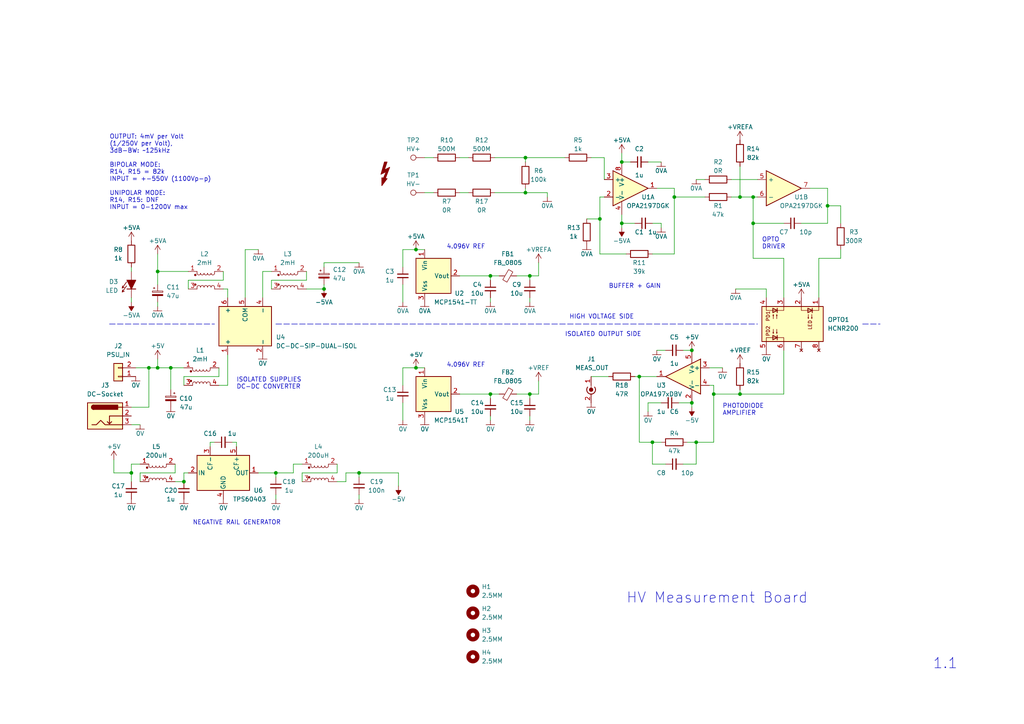
<source format=kicad_sch>
(kicad_sch (version 20230121) (generator eeschema)

  (uuid f5fb5782-757d-4f04-9fc4-3ef5f648ef9f)

  (paper "A4")

  (lib_symbols
    (symbol "Amplifier_Operational:OPA197xDBV" (pin_names (offset 0.127)) (in_bom yes) (on_board yes)
      (property "Reference" "U" (at -1.27 6.35 0)
        (effects (font (size 1.27 1.27)) (justify left))
      )
      (property "Value" "OPA197xDBV" (at -1.27 3.81 0)
        (effects (font (size 1.27 1.27)) (justify left))
      )
      (property "Footprint" "Package_TO_SOT_SMD:SOT-23-5" (at -2.54 -5.08 0)
        (effects (font (size 1.27 1.27)) (justify left) hide)
      )
      (property "Datasheet" "http://www.ti.com/lit/ds/symlink/opa197.pdf" (at 0 5.08 0)
        (effects (font (size 1.27 1.27)) hide)
      )
      (property "ki_keywords" "single opamp rtor" (at 0 0 0)
        (effects (font (size 1.27 1.27)) hide)
      )
      (property "ki_description" "Single 36V, Precision, Rail-to-Rail Input/Output, Low Offset Voltage, Operational Amplifier, SOT-23" (at 0 0 0)
        (effects (font (size 1.27 1.27)) hide)
      )
      (property "ki_fp_filters" "SOT?23*" (at 0 0 0)
        (effects (font (size 1.27 1.27)) hide)
      )
      (symbol "OPA197xDBV_0_1"
        (polyline
          (pts
            (xy -5.08 5.08)
            (xy 5.08 0)
            (xy -5.08 -5.08)
            (xy -5.08 5.08)
          )
          (stroke (width 0.254) (type default))
          (fill (type background))
        )
        (pin power_in line (at -2.54 -7.62 90) (length 3.81)
          (name "V-" (effects (font (size 1.27 1.27))))
          (number "2" (effects (font (size 1.27 1.27))))
        )
        (pin power_in line (at -2.54 7.62 270) (length 3.81)
          (name "V+" (effects (font (size 1.27 1.27))))
          (number "5" (effects (font (size 1.27 1.27))))
        )
      )
      (symbol "OPA197xDBV_1_1"
        (pin output line (at 7.62 0 180) (length 2.54)
          (name "~" (effects (font (size 1.27 1.27))))
          (number "1" (effects (font (size 1.27 1.27))))
        )
        (pin input line (at -7.62 2.54 0) (length 2.54)
          (name "+" (effects (font (size 1.27 1.27))))
          (number "3" (effects (font (size 1.27 1.27))))
        )
        (pin input line (at -7.62 -2.54 0) (length 2.54)
          (name "-" (effects (font (size 1.27 1.27))))
          (number "4" (effects (font (size 1.27 1.27))))
        )
      )
    )
    (symbol "Connector:TestPoint" (pin_numbers hide) (pin_names (offset 0.762) hide) (in_bom yes) (on_board yes)
      (property "Reference" "TP" (at 0 6.858 0)
        (effects (font (size 1.27 1.27)))
      )
      (property "Value" "TestPoint" (at 0 5.08 0)
        (effects (font (size 1.27 1.27)))
      )
      (property "Footprint" "" (at 5.08 0 0)
        (effects (font (size 1.27 1.27)) hide)
      )
      (property "Datasheet" "~" (at 5.08 0 0)
        (effects (font (size 1.27 1.27)) hide)
      )
      (property "ki_keywords" "test point tp" (at 0 0 0)
        (effects (font (size 1.27 1.27)) hide)
      )
      (property "ki_description" "test point" (at 0 0 0)
        (effects (font (size 1.27 1.27)) hide)
      )
      (property "ki_fp_filters" "Pin* Test*" (at 0 0 0)
        (effects (font (size 1.27 1.27)) hide)
      )
      (symbol "TestPoint_0_1"
        (circle (center 0 3.302) (radius 0.762)
          (stroke (width 0) (type default))
          (fill (type none))
        )
      )
      (symbol "TestPoint_1_1"
        (pin passive line (at 0 0 90) (length 2.54)
          (name "1" (effects (font (size 1.27 1.27))))
          (number "1" (effects (font (size 1.27 1.27))))
        )
      )
    )
    (symbol "Connector_Generic:Conn_01x02" (pin_names (offset 1.016) hide) (in_bom yes) (on_board yes)
      (property "Reference" "J" (at 0 2.54 0)
        (effects (font (size 1.27 1.27)))
      )
      (property "Value" "Conn_01x02" (at 0 -5.08 0)
        (effects (font (size 1.27 1.27)))
      )
      (property "Footprint" "" (at 0 0 0)
        (effects (font (size 1.27 1.27)) hide)
      )
      (property "Datasheet" "~" (at 0 0 0)
        (effects (font (size 1.27 1.27)) hide)
      )
      (property "ki_keywords" "connector" (at 0 0 0)
        (effects (font (size 1.27 1.27)) hide)
      )
      (property "ki_description" "Generic connector, single row, 01x02, script generated (kicad-library-utils/schlib/autogen/connector/)" (at 0 0 0)
        (effects (font (size 1.27 1.27)) hide)
      )
      (property "ki_fp_filters" "Connector*:*_1x??_*" (at 0 0 0)
        (effects (font (size 1.27 1.27)) hide)
      )
      (symbol "Conn_01x02_1_1"
        (rectangle (start -1.27 -2.413) (end 0 -2.667)
          (stroke (width 0.1524) (type default))
          (fill (type none))
        )
        (rectangle (start -1.27 0.127) (end 0 -0.127)
          (stroke (width 0.1524) (type default))
          (fill (type none))
        )
        (rectangle (start -1.27 1.27) (end 1.27 -3.81)
          (stroke (width 0.254) (type default))
          (fill (type background))
        )
        (pin passive line (at -5.08 0 0) (length 3.81)
          (name "Pin_1" (effects (font (size 1.27 1.27))))
          (number "1" (effects (font (size 1.27 1.27))))
        )
        (pin passive line (at -5.08 -2.54 0) (length 3.81)
          (name "Pin_2" (effects (font (size 1.27 1.27))))
          (number "2" (effects (font (size 1.27 1.27))))
        )
      )
    )
    (symbol "Device:C_Polarized_Small" (pin_numbers hide) (pin_names (offset 0.254) hide) (in_bom yes) (on_board yes)
      (property "Reference" "C" (at 0.254 1.778 0)
        (effects (font (size 1.27 1.27)) (justify left))
      )
      (property "Value" "C_Polarized_Small" (at 0.254 -2.032 0)
        (effects (font (size 1.27 1.27)) (justify left))
      )
      (property "Footprint" "" (at 0 0 0)
        (effects (font (size 1.27 1.27)) hide)
      )
      (property "Datasheet" "~" (at 0 0 0)
        (effects (font (size 1.27 1.27)) hide)
      )
      (property "ki_keywords" "cap capacitor" (at 0 0 0)
        (effects (font (size 1.27 1.27)) hide)
      )
      (property "ki_description" "Polarized capacitor, small symbol" (at 0 0 0)
        (effects (font (size 1.27 1.27)) hide)
      )
      (property "ki_fp_filters" "CP_*" (at 0 0 0)
        (effects (font (size 1.27 1.27)) hide)
      )
      (symbol "C_Polarized_Small_0_1"
        (rectangle (start -1.524 -0.3048) (end 1.524 -0.6858)
          (stroke (width 0) (type default))
          (fill (type outline))
        )
        (rectangle (start -1.524 0.6858) (end 1.524 0.3048)
          (stroke (width 0) (type default))
          (fill (type none))
        )
        (polyline
          (pts
            (xy -1.27 1.524)
            (xy -0.762 1.524)
          )
          (stroke (width 0) (type default))
          (fill (type none))
        )
        (polyline
          (pts
            (xy -1.016 1.27)
            (xy -1.016 1.778)
          )
          (stroke (width 0) (type default))
          (fill (type none))
        )
      )
      (symbol "C_Polarized_Small_1_1"
        (pin passive line (at 0 2.54 270) (length 1.8542)
          (name "~" (effects (font (size 1.27 1.27))))
          (number "1" (effects (font (size 1.27 1.27))))
        )
        (pin passive line (at 0 -2.54 90) (length 1.8542)
          (name "~" (effects (font (size 1.27 1.27))))
          (number "2" (effects (font (size 1.27 1.27))))
        )
      )
    )
    (symbol "Device:C_Small" (pin_numbers hide) (pin_names (offset 0.254) hide) (in_bom yes) (on_board yes)
      (property "Reference" "C" (at 0.254 1.778 0)
        (effects (font (size 1.27 1.27)) (justify left))
      )
      (property "Value" "C_Small" (at 0.254 -2.032 0)
        (effects (font (size 1.27 1.27)) (justify left))
      )
      (property "Footprint" "" (at 0 0 0)
        (effects (font (size 1.27 1.27)) hide)
      )
      (property "Datasheet" "~" (at 0 0 0)
        (effects (font (size 1.27 1.27)) hide)
      )
      (property "ki_keywords" "capacitor cap" (at 0 0 0)
        (effects (font (size 1.27 1.27)) hide)
      )
      (property "ki_description" "Unpolarized capacitor, small symbol" (at 0 0 0)
        (effects (font (size 1.27 1.27)) hide)
      )
      (property "ki_fp_filters" "C_*" (at 0 0 0)
        (effects (font (size 1.27 1.27)) hide)
      )
      (symbol "C_Small_0_1"
        (polyline
          (pts
            (xy -1.524 -0.508)
            (xy 1.524 -0.508)
          )
          (stroke (width 0.3302) (type default))
          (fill (type none))
        )
        (polyline
          (pts
            (xy -1.524 0.508)
            (xy 1.524 0.508)
          )
          (stroke (width 0.3048) (type default))
          (fill (type none))
        )
      )
      (symbol "C_Small_1_1"
        (pin passive line (at 0 2.54 270) (length 2.032)
          (name "~" (effects (font (size 1.27 1.27))))
          (number "1" (effects (font (size 1.27 1.27))))
        )
        (pin passive line (at 0 -2.54 90) (length 2.032)
          (name "~" (effects (font (size 1.27 1.27))))
          (number "2" (effects (font (size 1.27 1.27))))
        )
      )
    )
    (symbol "Device:FerriteBead_Small" (pin_numbers hide) (pin_names (offset 0)) (in_bom yes) (on_board yes)
      (property "Reference" "FB" (at 1.905 1.27 0)
        (effects (font (size 1.27 1.27)) (justify left))
      )
      (property "Value" "FerriteBead_Small" (at 1.905 -1.27 0)
        (effects (font (size 1.27 1.27)) (justify left))
      )
      (property "Footprint" "" (at -1.778 0 90)
        (effects (font (size 1.27 1.27)) hide)
      )
      (property "Datasheet" "~" (at 0 0 0)
        (effects (font (size 1.27 1.27)) hide)
      )
      (property "ki_keywords" "L ferrite bead inductor filter" (at 0 0 0)
        (effects (font (size 1.27 1.27)) hide)
      )
      (property "ki_description" "Ferrite bead, small symbol" (at 0 0 0)
        (effects (font (size 1.27 1.27)) hide)
      )
      (property "ki_fp_filters" "Inductor_* L_* *Ferrite*" (at 0 0 0)
        (effects (font (size 1.27 1.27)) hide)
      )
      (symbol "FerriteBead_Small_0_1"
        (polyline
          (pts
            (xy 0 -1.27)
            (xy 0 -0.7874)
          )
          (stroke (width 0) (type default))
          (fill (type none))
        )
        (polyline
          (pts
            (xy 0 0.889)
            (xy 0 1.2954)
          )
          (stroke (width 0) (type default))
          (fill (type none))
        )
        (polyline
          (pts
            (xy -1.8288 0.2794)
            (xy -1.1176 1.4986)
            (xy 1.8288 -0.2032)
            (xy 1.1176 -1.4224)
            (xy -1.8288 0.2794)
          )
          (stroke (width 0) (type default))
          (fill (type none))
        )
      )
      (symbol "FerriteBead_Small_1_1"
        (pin passive line (at 0 2.54 270) (length 1.27)
          (name "~" (effects (font (size 1.27 1.27))))
          (number "1" (effects (font (size 1.27 1.27))))
        )
        (pin passive line (at 0 -2.54 90) (length 1.27)
          (name "~" (effects (font (size 1.27 1.27))))
          (number "2" (effects (font (size 1.27 1.27))))
        )
      )
    )
    (symbol "Device:R" (pin_numbers hide) (pin_names (offset 0)) (in_bom yes) (on_board yes)
      (property "Reference" "R" (at 2.032 0 90)
        (effects (font (size 1.27 1.27)))
      )
      (property "Value" "R" (at 0 0 90)
        (effects (font (size 1.27 1.27)))
      )
      (property "Footprint" "" (at -1.778 0 90)
        (effects (font (size 1.27 1.27)) hide)
      )
      (property "Datasheet" "~" (at 0 0 0)
        (effects (font (size 1.27 1.27)) hide)
      )
      (property "ki_keywords" "R res resistor" (at 0 0 0)
        (effects (font (size 1.27 1.27)) hide)
      )
      (property "ki_description" "Resistor" (at 0 0 0)
        (effects (font (size 1.27 1.27)) hide)
      )
      (property "ki_fp_filters" "R_*" (at 0 0 0)
        (effects (font (size 1.27 1.27)) hide)
      )
      (symbol "R_0_1"
        (rectangle (start -1.016 -2.54) (end 1.016 2.54)
          (stroke (width 0.254) (type default))
          (fill (type none))
        )
      )
      (symbol "R_1_1"
        (pin passive line (at 0 3.81 270) (length 1.27)
          (name "~" (effects (font (size 1.27 1.27))))
          (number "1" (effects (font (size 1.27 1.27))))
        )
        (pin passive line (at 0 -3.81 90) (length 1.27)
          (name "~" (effects (font (size 1.27 1.27))))
          (number "2" (effects (font (size 1.27 1.27))))
        )
      )
    )
    (symbol "Graphic:SYM_Flash_Small" (in_bom no) (on_board no)
      (property "Reference" "#SYM" (at -2.286 0 90)
        (effects (font (size 1.27 1.27)) hide)
      )
      (property "Value" "SYM_Flash_Small" (at 2.286 0 90)
        (effects (font (size 1.27 1.27)) hide)
      )
      (property "Footprint" "" (at 0 -0.635 0)
        (effects (font (size 1.27 1.27)) hide)
      )
      (property "Datasheet" "~" (at 10.16 -2.54 0)
        (effects (font (size 1.27 1.27)) hide)
      )
      (property "Sim.Enable" "0" (at 0 0 0)
        (effects (font (size 1.27 1.27)) hide)
      )
      (property "ki_keywords" "graphic symbol flash VAC 220VAC 110VAC power" (at 0 0 0)
        (effects (font (size 1.27 1.27)) hide)
      )
      (property "ki_description" "Flash symbol, small" (at 0 0 0)
        (effects (font (size 1.27 1.27)) hide)
      )
      (symbol "SYM_Flash_Small_0_1"
        (polyline
          (pts
            (xy 0.508 -1.016)
            (xy -1.016 -0.762)
            (xy -1.016 -3.048)
            (xy 0.508 -1.016)
          )
          (stroke (width 0.2032) (type default))
          (fill (type outline))
        )
        (polyline
          (pts
            (xy -0.254 3.81)
            (xy 0.508 3.81)
            (xy -0.254 1.524)
            (xy 1.27 2.286)
            (xy 0 -1.016)
            (xy -0.508 -0.762)
            (xy 0.254 1.016)
            (xy -1.27 0.254)
            (xy -0.254 3.81)
          )
          (stroke (width 0.2032) (type default))
          (fill (type outline))
        )
      )
    )
    (symbol "Mechanical:MountingHole" (pin_names (offset 1.016)) (in_bom yes) (on_board yes)
      (property "Reference" "H" (at 0 5.08 0)
        (effects (font (size 1.27 1.27)))
      )
      (property "Value" "MountingHole" (at 0 3.175 0)
        (effects (font (size 1.27 1.27)))
      )
      (property "Footprint" "" (at 0 0 0)
        (effects (font (size 1.27 1.27)) hide)
      )
      (property "Datasheet" "~" (at 0 0 0)
        (effects (font (size 1.27 1.27)) hide)
      )
      (property "ki_keywords" "mounting hole" (at 0 0 0)
        (effects (font (size 1.27 1.27)) hide)
      )
      (property "ki_description" "Mounting Hole without connection" (at 0 0 0)
        (effects (font (size 1.27 1.27)) hide)
      )
      (property "ki_fp_filters" "MountingHole*" (at 0 0 0)
        (effects (font (size 1.27 1.27)) hide)
      )
      (symbol "MountingHole_0_1"
        (circle (center 0 0) (radius 1.27)
          (stroke (width 1.27) (type default))
          (fill (type none))
        )
      )
    )
    (symbol "Reference_Voltage:MCP1541-TT" (in_bom yes) (on_board yes)
      (property "Reference" "U" (at 1.27 8.255 0)
        (effects (font (size 1.27 1.27)) (justify left))
      )
      (property "Value" "MCP1541-TT" (at 1.27 6.35 0)
        (effects (font (size 1.27 1.27)) (justify left))
      )
      (property "Footprint" "Package_TO_SOT_SMD:SOT-23" (at 0.635 -6.35 0)
        (effects (font (size 1.27 1.27) italic) (justify left) hide)
      )
      (property "Datasheet" "http://ww1.microchip.com/downloads/en/devicedoc/21653b.pdf" (at 0 0 0)
        (effects (font (size 1.27 1.27) italic) hide)
      )
      (property "ki_keywords" "Voltage Reference 4.096V" (at 0 0 0)
        (effects (font (size 1.27 1.27)) hide)
      )
      (property "ki_description" "4.096V Voltage Reference, SOT-23" (at 0 0 0)
        (effects (font (size 1.27 1.27)) hide)
      )
      (property "ki_fp_filters" "SOT?23*" (at 0 0 0)
        (effects (font (size 1.27 1.27)) hide)
      )
      (symbol "MCP1541-TT_0_1"
        (rectangle (start -2.54 5.08) (end 7.62 -5.08)
          (stroke (width 0.254) (type default))
          (fill (type background))
        )
      )
      (symbol "MCP1541-TT_1_1"
        (pin power_in line (at 0 7.62 270) (length 2.54)
          (name "Vin" (effects (font (size 1.27 1.27))))
          (number "1" (effects (font (size 1.27 1.27))))
        )
        (pin power_out line (at 10.16 0 180) (length 2.54)
          (name "Vout" (effects (font (size 1.27 1.27))))
          (number "2" (effects (font (size 1.27 1.27))))
        )
        (pin power_in line (at 0 -7.62 90) (length 2.54)
          (name "Vss" (effects (font (size 1.27 1.27))))
          (number "3" (effects (font (size 1.27 1.27))))
        )
      )
    )
    (symbol "User_Global_Symbol_Library:+VREF" (power) (pin_names (offset 0)) (in_bom yes) (on_board yes)
      (property "Reference" "#PWR" (at 0 -3.81 0)
        (effects (font (size 1.27 1.27)) hide)
      )
      (property "Value" "+VREF" (at 0 3.556 0)
        (effects (font (size 1.27 1.27)))
      )
      (property "Footprint" "" (at 0 0 0)
        (effects (font (size 1.27 1.27)) hide)
      )
      (property "Datasheet" "" (at 0 0 0)
        (effects (font (size 1.27 1.27)) hide)
      )
      (property "ki_keywords" "global power" (at 0 0 0)
        (effects (font (size 1.27 1.27)) hide)
      )
      (property "ki_description" "Power symbol creates a global label with name \"+VREF\"" (at 0 0 0)
        (effects (font (size 1.27 1.27)) hide)
      )
      (symbol "+VREF_0_1"
        (polyline
          (pts
            (xy -0.762 1.27)
            (xy 0 2.54)
          )
          (stroke (width 0) (type default))
          (fill (type none))
        )
        (polyline
          (pts
            (xy 0 0)
            (xy 0 2.54)
          )
          (stroke (width 0) (type default))
          (fill (type none))
        )
        (polyline
          (pts
            (xy 0 2.54)
            (xy 0.762 1.27)
          )
          (stroke (width 0) (type default))
          (fill (type none))
        )
      )
      (symbol "+VREF_1_1"
        (pin power_in line (at 0 0 90) (length 0) hide
          (name "+VREF" (effects (font (size 1.27 1.27))))
          (number "1" (effects (font (size 1.27 1.27))))
        )
      )
    )
    (symbol "User_Global_Symbol_Library:+VREFA" (power) (pin_names (offset 0)) (in_bom yes) (on_board yes)
      (property "Reference" "#PWR" (at 0 -3.81 0)
        (effects (font (size 1.27 1.27)) hide)
      )
      (property "Value" "+VREFA" (at 0 3.556 0)
        (effects (font (size 1.27 1.27)))
      )
      (property "Footprint" "" (at 0 0 0)
        (effects (font (size 1.27 1.27)) hide)
      )
      (property "Datasheet" "" (at 0 0 0)
        (effects (font (size 1.27 1.27)) hide)
      )
      (property "ki_keywords" "global power" (at 0 0 0)
        (effects (font (size 1.27 1.27)) hide)
      )
      (property "ki_description" "Power symbol creates a global label with name \"+VREFA\"" (at 0 0 0)
        (effects (font (size 1.27 1.27)) hide)
      )
      (symbol "+VREFA_0_1"
        (polyline
          (pts
            (xy -0.762 1.27)
            (xy 0 2.54)
          )
          (stroke (width 0) (type default))
          (fill (type none))
        )
        (polyline
          (pts
            (xy 0 0)
            (xy 0 2.54)
          )
          (stroke (width 0) (type default))
          (fill (type none))
        )
        (polyline
          (pts
            (xy 0 2.54)
            (xy 0.762 1.27)
          )
          (stroke (width 0) (type default))
          (fill (type none))
        )
      )
      (symbol "+VREFA_1_1"
        (pin power_in line (at 0 0 90) (length 0) hide
          (name "+VREFA" (effects (font (size 1.27 1.27))))
          (number "1" (effects (font (size 1.27 1.27))))
        )
      )
    )
    (symbol "User_Global_Symbol_Library:0V" (power) (pin_names (offset 0)) (in_bom yes) (on_board yes)
      (property "Reference" "#PWR" (at 0 -5.08 0)
        (effects (font (size 1.27 1.27)) hide)
      )
      (property "Value" "0V" (at 0 -2.54 0)
        (effects (font (size 1.27 1.27)))
      )
      (property "Footprint" "" (at 0 0 0)
        (effects (font (size 1.27 1.27)) hide)
      )
      (property "Datasheet" "" (at 0 0 0)
        (effects (font (size 1.27 1.27)) hide)
      )
      (property "ki_keywords" "power-flag" (at 0 0 0)
        (effects (font (size 1.27 1.27)) hide)
      )
      (property "ki_description" "Power symbol creates a global label with name \"0V\"" (at 0 0 0)
        (effects (font (size 1.27 1.27)) hide)
      )
      (symbol "0V_0_1"
        (polyline
          (pts
            (xy -1.27 -1.27)
            (xy 1.27 -1.27)
          )
          (stroke (width 0) (type default))
          (fill (type none))
        )
        (polyline
          (pts
            (xy 0 0)
            (xy 0 -1.27)
          )
          (stroke (width 0) (type default))
          (fill (type none))
        )
      )
      (symbol "0V_1_1"
        (pin power_in line (at 0 0 270) (length 0) hide
          (name "0V" (effects (font (size 1.27 1.27))))
          (number "1" (effects (font (size 1.27 1.27))))
        )
      )
    )
    (symbol "User_Global_Symbol_Library:0VA" (power) (pin_names (offset 0)) (in_bom yes) (on_board yes)
      (property "Reference" "#PWR" (at 0 -5.08 0)
        (effects (font (size 1.27 1.27)) hide)
      )
      (property "Value" "0VA" (at 0 -2.54 0)
        (effects (font (size 1.27 1.27)))
      )
      (property "Footprint" "" (at 0 0 0)
        (effects (font (size 1.27 1.27)) hide)
      )
      (property "Datasheet" "" (at 0 0 0)
        (effects (font (size 1.27 1.27)) hide)
      )
      (property "ki_keywords" "power-flag" (at 0 0 0)
        (effects (font (size 1.27 1.27)) hide)
      )
      (property "ki_description" "Power symbol creates a global label with name \"0VA\"" (at 0 0 0)
        (effects (font (size 1.27 1.27)) hide)
      )
      (symbol "0VA_0_1"
        (polyline
          (pts
            (xy -1.27 -1.27)
            (xy 1.27 -1.27)
          )
          (stroke (width 0) (type default))
          (fill (type none))
        )
        (polyline
          (pts
            (xy 0 0)
            (xy 0 -1.27)
          )
          (stroke (width 0) (type default))
          (fill (type none))
        )
      )
      (symbol "0VA_1_1"
        (pin power_in line (at 0 0 270) (length 0) hide
          (name "0VA" (effects (font (size 1.27 1.27))))
          (number "1" (effects (font (size 1.27 1.27))))
        )
      )
    )
    (symbol "User_Global_Symbol_Library:Choke-CommonMode" (pin_names (offset 0.254) hide) (in_bom yes) (on_board yes)
      (property "Reference" "L" (at 0 4.445 0)
        (effects (font (size 1.27 1.27)))
      )
      (property "Value" "Choke-CM" (at 0 -4.445 0)
        (effects (font (size 1.27 1.27)))
      )
      (property "Footprint" "User Global Library:SRF0905A" (at 0 0 0)
        (effects (font (size 1.27 1.27)) hide)
      )
      (property "Datasheet" "~" (at 0 0 0)
        (effects (font (size 1.27 1.27)) hide)
      )
      (property "ki_keywords" "inductor choke coil reactor magnetic coupled" (at 0 0 0)
        (effects (font (size 1.27 1.27)) hide)
      )
      (property "ki_description" "Coupled inductor with ferrite core" (at 0 0 0)
        (effects (font (size 1.27 1.27)) hide)
      )
      (property "ki_fp_filters" "Choke_* *Coil* Inductor_* L_*" (at 0 0 0)
        (effects (font (size 1.27 1.27)) hide)
      )
      (symbol "Choke-CommonMode_0_1"
        (circle (center -3.048 -1.27) (radius 0.254)
          (stroke (width 0) (type default))
          (fill (type outline))
        )
        (circle (center -3.048 1.524) (radius 0.254)
          (stroke (width 0) (type default))
          (fill (type outline))
        )
        (arc (start -2.54 2.032) (mid -2.032 1.5262) (end -1.524 2.032)
          (stroke (width 0) (type default))
          (fill (type none))
        )
        (arc (start -1.524 -2.032) (mid -2.032 -1.5262) (end -2.54 -2.032)
          (stroke (width 0) (type default))
          (fill (type none))
        )
        (arc (start -1.524 2.032) (mid -1.016 1.5262) (end -0.508 2.032)
          (stroke (width 0) (type default))
          (fill (type none))
        )
        (arc (start -0.508 -2.032) (mid -1.016 -1.5262) (end -1.524 -2.032)
          (stroke (width 0) (type default))
          (fill (type none))
        )
        (arc (start -0.508 2.032) (mid 0 1.5262) (end 0.508 2.032)
          (stroke (width 0) (type default))
          (fill (type none))
        )
        (polyline
          (pts
            (xy -2.54 -2.032)
            (xy -2.54 -2.54)
          )
          (stroke (width 0) (type default))
          (fill (type none))
        )
        (polyline
          (pts
            (xy -2.54 2.032)
            (xy -2.54 2.54)
          )
          (stroke (width 0) (type default))
          (fill (type none))
        )
        (polyline
          (pts
            (xy 2.54 -2.032)
            (xy 2.54 -2.54)
          )
          (stroke (width 0) (type default))
          (fill (type none))
        )
        (polyline
          (pts
            (xy 2.54 2.54)
            (xy 2.54 2.032)
          )
          (stroke (width 0) (type default))
          (fill (type none))
        )
        (arc (start 0.508 -2.032) (mid 0 -1.5262) (end -0.508 -2.032)
          (stroke (width 0) (type default))
          (fill (type none))
        )
        (arc (start 0.508 2.032) (mid 1.016 1.5262) (end 1.524 2.032)
          (stroke (width 0) (type default))
          (fill (type none))
        )
        (arc (start 1.524 -2.032) (mid 1.016 -1.5262) (end 0.508 -2.032)
          (stroke (width 0) (type default))
          (fill (type none))
        )
        (arc (start 1.524 2.032) (mid 2.032 1.5262) (end 2.54 2.032)
          (stroke (width 0) (type default))
          (fill (type none))
        )
        (arc (start 2.54 -2.032) (mid 2.032 -1.5262) (end 1.524 -2.032)
          (stroke (width 0) (type default))
          (fill (type none))
        )
      )
      (symbol "Choke-CommonMode_1_1"
        (pin passive line (at -5.08 2.54 0) (length 2.54)
          (name "1" (effects (font (size 1.27 1.27))))
          (number "1" (effects (font (size 1.27 1.27))))
        )
        (pin passive line (at 5.08 2.54 180) (length 2.54)
          (name "2" (effects (font (size 1.27 1.27))))
          (number "2" (effects (font (size 1.27 1.27))))
        )
        (pin passive line (at -5.08 -2.54 0) (length 2.54)
          (name "3" (effects (font (size 1.27 1.27))))
          (number "3" (effects (font (size 1.27 1.27))))
        )
        (pin passive line (at 5.08 -2.54 180) (length 2.54)
          (name "4" (effects (font (size 1.27 1.27))))
          (number "4" (effects (font (size 1.27 1.27))))
        )
      )
    )
    (symbol "User_Global_Symbol_Library:DC-DC-SIP-DUAL-ISOLATED" (pin_names (offset 0.254)) (in_bom yes) (on_board yes)
      (property "Reference" "U" (at -2.54 5.08 0)
        (effects (font (size 1.27 1.27)))
      )
      (property "Value" "DC-DC-SIP-DUAL-ISOL" (at -7.62 2.54 0)
        (effects (font (size 1.27 1.27)) (justify left))
      )
      (property "Footprint" "User Global Library:DCDC-1W" (at -11.43 -16.51 0)
        (effects (font (size 1.27 1.27) italic) (justify left) hide)
      )
      (property "Datasheet" "" (at 0 -1.27 0)
        (effects (font (size 1.27 1.27)) hide)
      )
      (property "ki_keywords" "DC-DC Converter Module" (at 0 0 0)
        (effects (font (size 1.27 1.27)) hide)
      )
      (property "ki_description" "DC-DC convertor isolated dual output" (at 0 0 0)
        (effects (font (size 1.27 1.27)) hide)
      )
      (property "ki_fp_filters" "TO?252* TO?263* TO?220*" (at 0 0 0)
        (effects (font (size 1.27 1.27)) hide)
      )
      (symbol "DC-DC-SIP-DUAL-ISOLATED_0_1"
        (rectangle (start -2.54 1.27) (end 8.89 -13.97)
          (stroke (width 0.254) (type default))
          (fill (type background))
        )
      )
      (symbol "DC-DC-SIP-DUAL-ISOLATED_1_1"
        (pin power_in line (at -5.08 -1.27 0) (length 2.54)
          (name "+" (effects (font (size 1.27 1.27))))
          (number "1" (effects (font (size 1.27 1.27))))
        )
        (pin power_in line (at -5.08 -11.43 0) (length 2.54)
          (name "-" (effects (font (size 1.27 1.27))))
          (number "2" (effects (font (size 1.27 1.27))))
        )
        (pin power_out line (at 11.43 -11.43 180) (length 2.54)
          (name "-" (effects (font (size 1.27 1.27))))
          (number "4" (effects (font (size 1.27 1.27))))
        )
        (pin power_in line (at 11.43 -6.35 180) (length 2.54)
          (name "COM" (effects (font (size 1.27 1.27))))
          (number "5" (effects (font (size 1.27 1.27))))
        )
        (pin power_out line (at 11.43 -1.27 180) (length 2.54)
          (name "+" (effects (font (size 1.27 1.27))))
          (number "6" (effects (font (size 1.27 1.27))))
        )
      )
    )
    (symbol "User_Global_Symbol_Library:DC-Socket" (pin_names hide) (in_bom yes) (on_board yes)
      (property "Reference" "J" (at 0 5.334 0)
        (effects (font (size 1.27 1.27)))
      )
      (property "Value" "DC-Socket" (at 0 -5.08 0)
        (effects (font (size 1.27 1.27)))
      )
      (property "Footprint" "" (at 1.27 -1.016 0)
        (effects (font (size 1.27 1.27)) hide)
      )
      (property "Datasheet" "~" (at 1.27 -1.016 0)
        (effects (font (size 1.27 1.27)) hide)
      )
      (property "ki_keywords" "DC power barrel jack connector" (at 0 0 0)
        (effects (font (size 1.27 1.27)) hide)
      )
      (property "ki_description" "DC Barrel Jack with an internal switch" (at 0 0 0)
        (effects (font (size 1.27 1.27)) hide)
      )
      (property "ki_fp_filters" "BarrelJack*" (at 0 0 0)
        (effects (font (size 1.27 1.27)) hide)
      )
      (symbol "DC-Socket_0_1"
        (rectangle (start -5.08 3.81) (end 5.08 -3.81)
          (stroke (width 0.254) (type default))
          (fill (type background))
        )
        (arc (start -3.302 3.175) (mid -3.9343 2.54) (end -3.302 1.905)
          (stroke (width 0.254) (type default))
          (fill (type none))
        )
        (arc (start -3.302 3.175) (mid -3.9343 2.54) (end -3.302 1.905)
          (stroke (width 0.254) (type default))
          (fill (type outline))
        )
        (polyline
          (pts
            (xy 1.27 -2.286)
            (xy 1.905 -1.651)
          )
          (stroke (width 0.254) (type default))
          (fill (type none))
        )
        (polyline
          (pts
            (xy 5.08 2.54)
            (xy 3.81 2.54)
          )
          (stroke (width 0.254) (type default))
          (fill (type none))
        )
        (polyline
          (pts
            (xy 5.08 0)
            (xy 1.27 0)
            (xy 1.27 -2.286)
            (xy 0.635 -1.651)
          )
          (stroke (width 0.254) (type default))
          (fill (type none))
        )
        (polyline
          (pts
            (xy -3.81 -2.54)
            (xy -2.54 -2.54)
            (xy -1.27 -1.27)
            (xy 0 -2.54)
            (xy 2.54 -2.54)
            (xy 5.08 -2.54)
          )
          (stroke (width 0.254) (type default))
          (fill (type none))
        )
        (rectangle (start 3.683 3.175) (end -3.302 1.905)
          (stroke (width 0.254) (type default))
          (fill (type outline))
        )
      )
      (symbol "DC-Socket_1_1"
        (pin power_out line (at 7.62 2.54 180) (length 2.54)
          (name "~" (effects (font (size 1.27 1.27))))
          (number "1" (effects (font (size 1.27 1.27))))
        )
        (pin passive line (at 7.62 0 180) (length 2.54)
          (name "~" (effects (font (size 1.27 1.27))))
          (number "2" (effects (font (size 1.27 1.27))))
        )
        (pin power_out line (at 7.62 -2.54 180) (length 2.54)
          (name "~" (effects (font (size 1.27 1.27))))
          (number "3" (effects (font (size 1.27 1.27))))
        )
      )
    )
    (symbol "User_Global_Symbol_Library:HCNR200" (pin_names (offset 0.762) hide) (in_bom yes) (on_board yes)
      (property "Reference" "U" (at -5.08 10.16 0)
        (effects (font (size 1.27 1.27)) (justify left))
      )
      (property "Value" "HCNR200" (at -5.08 -10.16 0)
        (effects (font (size 1.27 1.27)) (justify left))
      )
      (property "Footprint" "User Global Library:HCRN200" (at -0.635 0 0)
        (effects (font (size 1.27 1.27)) hide)
      )
      (property "Datasheet" "" (at -0.635 0 0)
        (effects (font (size 1.27 1.27)) hide)
      )
      (property "ki_keywords" "optocoupler" (at 0 0 0)
        (effects (font (size 1.27 1.27)) hide)
      )
      (property "ki_description" "Linear optocoupler" (at 0 0 0)
        (effects (font (size 1.27 1.27)) hide)
      )
      (property "ki_fp_filters" "DIP*W7.62mm* SMDIP*W9.53mm*" (at 0 0 0)
        (effects (font (size 1.27 1.27)) hide)
      )
      (symbol "HCNR200_0_1"
        (rectangle (start -5.08 8.89) (end 5.08 -8.89)
          (stroke (width 0.254) (type default))
          (fill (type background))
        )
        (polyline
          (pts
            (xy -4.572 -4.445)
            (xy -3.302 -4.445)
          )
          (stroke (width 0.254) (type default))
          (fill (type none))
        )
        (polyline
          (pts
            (xy -4.572 5.715)
            (xy -3.302 5.715)
          )
          (stroke (width 0.254) (type default))
          (fill (type none))
        )
        (polyline
          (pts
            (xy 4.572 -4.445)
            (xy 3.302 -4.445)
          )
          (stroke (width 0.254) (type default))
          (fill (type none))
        )
        (polyline
          (pts
            (xy -5.08 -2.54)
            (xy -3.937 -2.54)
            (xy -3.937 -7.62)
            (xy -5.08 -7.62)
          )
          (stroke (width 0) (type default))
          (fill (type none))
        )
        (polyline
          (pts
            (xy -5.08 7.62)
            (xy -3.937 7.62)
            (xy -3.937 2.54)
            (xy -5.08 2.54)
          )
          (stroke (width 0) (type default))
          (fill (type none))
        )
        (polyline
          (pts
            (xy -3.937 -4.445)
            (xy -4.572 -5.715)
            (xy -3.302 -5.715)
            (xy -3.937 -4.445)
          )
          (stroke (width 0.254) (type default))
          (fill (type none))
        )
        (polyline
          (pts
            (xy -3.937 5.715)
            (xy -4.572 4.445)
            (xy -3.302 4.445)
            (xy -3.937 5.715)
          )
          (stroke (width 0.254) (type default))
          (fill (type none))
        )
        (polyline
          (pts
            (xy 3.937 -4.445)
            (xy 4.572 -5.715)
            (xy 3.302 -5.715)
            (xy 3.937 -4.445)
          )
          (stroke (width 0.254) (type default))
          (fill (type none))
        )
        (polyline
          (pts
            (xy 5.08 -2.54)
            (xy 3.937 -2.54)
            (xy 3.937 -7.62)
            (xy 5.08 -7.62)
          )
          (stroke (width 0) (type default))
          (fill (type none))
        )
        (polyline
          (pts
            (xy -2.794 4.572)
            (xy -1.524 4.572)
            (xy -1.905 4.445)
            (xy -1.905 4.699)
            (xy -1.524 4.572)
          )
          (stroke (width 0) (type default))
          (fill (type none))
        )
        (polyline
          (pts
            (xy -2.794 5.588)
            (xy -1.524 5.588)
            (xy -1.905 5.461)
            (xy -1.905 5.715)
            (xy -1.524 5.588)
          )
          (stroke (width 0) (type default))
          (fill (type none))
        )
        (polyline
          (pts
            (xy -1.524 -5.588)
            (xy -2.794 -5.588)
            (xy -2.413 -5.715)
            (xy -2.413 -5.461)
            (xy -2.794 -5.588)
          )
          (stroke (width 0) (type default))
          (fill (type none))
        )
        (polyline
          (pts
            (xy -1.524 -4.572)
            (xy -2.794 -4.572)
            (xy -2.413 -4.699)
            (xy -2.413 -4.445)
            (xy -2.794 -4.572)
          )
          (stroke (width 0) (type default))
          (fill (type none))
        )
        (polyline
          (pts
            (xy 1.524 -5.588)
            (xy 2.794 -5.588)
            (xy 2.413 -5.715)
            (xy 2.413 -5.461)
            (xy 2.794 -5.588)
          )
          (stroke (width 0) (type default))
          (fill (type none))
        )
        (polyline
          (pts
            (xy 1.524 -4.572)
            (xy 2.794 -4.572)
            (xy 2.413 -4.699)
            (xy 2.413 -4.445)
            (xy 2.794 -4.572)
          )
          (stroke (width 0) (type default))
          (fill (type none))
        )
      )
      (symbol "HCNR200_1_1"
        (text "LED" (at 0.254 5.08 0)
          (effects (font (size 1 1)))
        )
        (text "PD1" (at -2.286 -7.112 0)
          (effects (font (size 1 1)))
        )
        (text "PD2" (at 2.032 -7.112 0)
          (effects (font (size 1 1)))
        )
        (pin passive line (at -7.62 7.62 0) (length 2.54)
          (name "A1" (effects (font (size 1.27 1.27))))
          (number "1" (effects (font (size 1.27 1.27))))
        )
        (pin passive line (at -7.62 2.54 0) (length 2.54)
          (name "C1" (effects (font (size 1.27 1.27))))
          (number "2" (effects (font (size 1.27 1.27))))
        )
        (pin passive line (at -7.62 -2.54 0) (length 2.54)
          (name "C2" (effects (font (size 1.27 1.27))))
          (number "3" (effects (font (size 1.27 1.27))))
        )
        (pin passive line (at -7.62 -7.62 0) (length 2.54)
          (name "A2" (effects (font (size 1.27 1.27))))
          (number "4" (effects (font (size 1.27 1.27))))
        )
        (pin passive line (at 7.62 -7.62 180) (length 2.54)
          (name "GND" (effects (font (size 1.27 1.27))))
          (number "5" (effects (font (size 1.27 1.27))))
        )
        (pin passive line (at 7.62 -2.54 180) (length 2.54)
          (name "VO2" (effects (font (size 1.27 1.27))))
          (number "6" (effects (font (size 1.27 1.27))))
        )
        (pin no_connect line (at 7.62 2.54 180) (length 2.54)
          (name "VO1" (effects (font (size 1.27 1.27))))
          (number "7" (effects (font (size 1.27 1.27))))
        )
        (pin no_connect line (at 7.62 7.62 180) (length 2.54)
          (name "VCC" (effects (font (size 1.27 1.27))))
          (number "8" (effects (font (size 1.27 1.27))))
        )
      )
    )
    (symbol "User_Global_Symbol_Library:LED" (pin_numbers hide) (pin_names (offset 1.016) hide) (in_bom yes) (on_board yes)
      (property "Reference" "D" (at 0 2.54 0)
        (effects (font (size 1.27 1.27)))
      )
      (property "Value" "LED" (at 0 -3.81 0)
        (effects (font (size 1.27 1.27)))
      )
      (property "Footprint" "" (at 0 0 0)
        (effects (font (size 1.27 1.27)) hide)
      )
      (property "Datasheet" "~" (at 0 0 0)
        (effects (font (size 1.27 1.27)) hide)
      )
      (property "ki_keywords" "LED diode" (at 0 0 0)
        (effects (font (size 1.27 1.27)) hide)
      )
      (property "ki_description" "Light emitting diode, filled shape" (at 0 0 0)
        (effects (font (size 1.27 1.27)) hide)
      )
      (property "ki_fp_filters" "LED* LED_SMD:* LED_THT:*" (at 0 0 0)
        (effects (font (size 1.27 1.27)) hide)
      )
      (symbol "LED_0_1"
        (polyline
          (pts
            (xy -1.27 -1.27)
            (xy -1.27 1.27)
          )
          (stroke (width 0.254) (type default))
          (fill (type none))
        )
        (polyline
          (pts
            (xy -1.27 0)
            (xy 1.27 0)
          )
          (stroke (width 0) (type default))
          (fill (type none))
        )
        (polyline
          (pts
            (xy 1.27 -1.27)
            (xy 1.27 1.27)
            (xy -1.27 0)
            (xy 1.27 -1.27)
          )
          (stroke (width 0.254) (type default))
          (fill (type outline))
        )
        (polyline
          (pts
            (xy -0.381 -1.397)
            (xy -2.159 -2.667)
            (xy -1.524 -2.54)
            (xy -2.159 -2.667)
            (xy -1.905 -2.032)
          )
          (stroke (width 0.2) (type default))
          (fill (type none))
        )
        (polyline
          (pts
            (xy 0.762 -1.397)
            (xy -1.016 -2.667)
            (xy -0.381 -2.54)
            (xy -1.016 -2.667)
            (xy -0.762 -2.032)
          )
          (stroke (width 0.2) (type default))
          (fill (type none))
        )
      )
      (symbol "LED_1_1"
        (pin passive line (at -3.81 0 0) (length 2.54)
          (name "K" (effects (font (size 1.27 1.27))))
          (number "1" (effects (font (size 1.27 1.27))))
        )
        (pin passive line (at 3.81 0 180) (length 2.54)
          (name "A" (effects (font (size 1.27 1.27))))
          (number "2" (effects (font (size 1.27 1.27))))
        )
      )
    )
    (symbol "User_Global_Symbol_Library:OPA2192DGK" (in_bom yes) (on_board yes)
      (property "Reference" "U" (at 0 5.08 0)
        (effects (font (size 1.27 1.27)) (justify left))
      )
      (property "Value" "OPA2192DGK" (at 0 -5.08 0)
        (effects (font (size 1.27 1.27)) (justify left))
      )
      (property "Footprint" "User Global Library:VSSOP-8-DGK-TI" (at 0 0 0)
        (effects (font (size 1.27 1.27)) hide)
      )
      (property "Datasheet" "http://www.ti.com/lit/ds/symlink/opa2197.pdf" (at 0 0 0)
        (effects (font (size 1.27 1.27)) hide)
      )
      (property "ki_locked" "" (at 0 0 0)
        (effects (font (size 1.27 1.27)))
      )
      (property "ki_keywords" "dual opamp rtor" (at 0 0 0)
        (effects (font (size 1.27 1.27)) hide)
      )
      (property "ki_description" "Dual 36V, Precision, Rail-to-Rail Input/Output, Low Offset Voltage, Operational Amplifier, VSSOP-8" (at 0 0 0)
        (effects (font (size 1.27 1.27)) hide)
      )
      (property "ki_fp_filters" "VSSOP*3.0x3.0mm*P0.65mm*" (at 0 0 0)
        (effects (font (size 1.27 1.27)) hide)
      )
      (symbol "OPA2192DGK_1_1"
        (polyline
          (pts
            (xy -5.08 5.08)
            (xy 5.08 0)
            (xy -5.08 -5.08)
            (xy -5.08 5.08)
          )
          (stroke (width 0.254) (type default))
          (fill (type background))
        )
        (pin output line (at 7.62 0 180) (length 2.54)
          (name "~" (effects (font (size 1.27 1.27))))
          (number "1" (effects (font (size 1.27 1.27))))
        )
        (pin input line (at -7.62 -2.54 0) (length 2.54)
          (name "-" (effects (font (size 1.27 1.27))))
          (number "2" (effects (font (size 1.27 1.27))))
        )
        (pin input line (at -7.62 2.54 0) (length 2.54)
          (name "+" (effects (font (size 1.27 1.27))))
          (number "3" (effects (font (size 1.27 1.27))))
        )
      )
      (symbol "OPA2192DGK_2_1"
        (polyline
          (pts
            (xy -5.08 5.08)
            (xy 5.08 0)
            (xy -5.08 -5.08)
            (xy -5.08 5.08)
          )
          (stroke (width 0.254) (type default))
          (fill (type background))
        )
        (pin input line (at -7.62 2.54 0) (length 2.54)
          (name "+" (effects (font (size 1.27 1.27))))
          (number "5" (effects (font (size 1.27 1.27))))
        )
        (pin input line (at -7.62 -2.54 0) (length 2.54)
          (name "-" (effects (font (size 1.27 1.27))))
          (number "6" (effects (font (size 1.27 1.27))))
        )
        (pin output line (at 7.62 0 180) (length 2.54)
          (name "~" (effects (font (size 1.27 1.27))))
          (number "7" (effects (font (size 1.27 1.27))))
        )
      )
      (symbol "OPA2192DGK_3_1"
        (pin power_in line (at -2.54 -7.62 90) (length 3.81)
          (name "V-" (effects (font (size 1.27 1.27))))
          (number "4" (effects (font (size 1.27 1.27))))
        )
        (pin power_in line (at -2.54 7.62 270) (length 3.81)
          (name "V+" (effects (font (size 1.27 1.27))))
          (number "8" (effects (font (size 1.27 1.27))))
        )
      )
    )
    (symbol "User_Global_Symbol_Library:RF-conn" (pin_names (offset 1.016) hide) (in_bom yes) (on_board yes)
      (property "Reference" "J" (at -5.08 -1.27 90)
        (effects (font (size 1.27 1.27)))
      )
      (property "Value" "RF-conn" (at -3.175 -1.27 90)
        (effects (font (size 1.27 1.27)))
      )
      (property "Footprint" "" (at 0 -1.27 0)
        (effects (font (size 1.27 1.27)) hide)
      )
      (property "Datasheet" "~" (at 0 -1.27 0)
        (effects (font (size 1.27 1.27)) hide)
      )
      (property "ki_keywords" "BNC SMA SMB SMC LEMO coaxial connector CINCH RCA" (at 0 0 0)
        (effects (font (size 1.27 1.27)) hide)
      )
      (property "ki_description" "coaxial connector (BNC, SMA, SMB, SMC, Cinch/RCA, LEMO, ...)" (at 0 0 0)
        (effects (font (size 1.27 1.27)) hide)
      )
      (property "ki_fp_filters" "*BNC* *SMA* *SMB* *SMC* *Cinch* *LEMO*" (at 0 0 0)
        (effects (font (size 1.27 1.27)) hide)
      )
      (symbol "RF-conn_0_1"
        (arc (start -1.27 -1.27) (mid 0 -2.5345) (end 1.27 -1.27)
          (stroke (width 0.254) (type default))
          (fill (type none))
        )
        (arc (start -1.016 -0.508) (mid -1.2048 -0.8684) (end -1.27 -1.27)
          (stroke (width 0.254) (type default))
          (fill (type none))
        )
        (circle (center 0 -1.27) (radius 0.508)
          (stroke (width 0.2032) (type default))
          (fill (type outline))
        )
        (polyline
          (pts
            (xy 0 -2.54)
            (xy 0 -3.048)
          )
          (stroke (width 0) (type default))
          (fill (type none))
        )
        (polyline
          (pts
            (xy 0 0)
            (xy 0 -1.27)
          )
          (stroke (width 0) (type default))
          (fill (type none))
        )
        (arc (start 1.27 -1.27) (mid 1.2048 -0.8684) (end 1.016 -0.508)
          (stroke (width 0.254) (type default))
          (fill (type none))
        )
      )
      (symbol "RF-conn_1_1"
        (pin passive line (at 0 2.54 270) (length 2.54)
          (name "In" (effects (font (size 1.27 1.27))))
          (number "1" (effects (font (size 1.27 1.27))))
        )
        (pin passive line (at 0 -5.08 90) (length 2.54)
          (name "Ext" (effects (font (size 1.27 1.27))))
          (number "2" (effects (font (size 1.27 1.27))))
        )
      )
    )
    (symbol "User_Global_Symbol_Library:TPS60403" (pin_names (offset 0.254)) (in_bom yes) (on_board yes)
      (property "Reference" "U" (at 3.81 -8.89 0)
        (effects (font (size 1.27 1.27)))
      )
      (property "Value" "TPS60403" (at 2.54 -11.43 0)
        (effects (font (size 1.27 1.27)) (justify left))
      )
      (property "Footprint" "User Global Library:SOT23-5" (at -13.97 -15.24 0)
        (effects (font (size 1.27 1.27) italic) (justify left) hide)
      )
      (property "Datasheet" "" (at 0 -1.27 0)
        (effects (font (size 1.27 1.27)) hide)
      )
      (property "ki_description" "TPS60403DBV switched capacitor negative supply" (at 0 0 0)
        (effects (font (size 1.27 1.27)) hide)
      )
      (property "ki_fp_filters" "TO?252* TO?263* TO?220*" (at 0 0 0)
        (effects (font (size 1.27 1.27)) hide)
      )
      (symbol "TPS60403_0_1"
        (rectangle (start -7.62 2.54) (end 7.62 -7.62)
          (stroke (width 0.254) (type default))
          (fill (type background))
        )
      )
      (symbol "TPS60403_1_1"
        (pin power_out line (at 10.16 -2.54 180) (length 2.54)
          (name "OUT" (effects (font (size 1.27 1.27))))
          (number "1" (effects (font (size 1.27 1.27))))
        )
        (pin power_in line (at -10.16 -2.54 0) (length 2.54)
          (name "IN" (effects (font (size 1.27 1.27))))
          (number "2" (effects (font (size 1.27 1.27))))
        )
        (pin passive line (at -3.81 5.08 270) (length 2.54)
          (name "CF-" (effects (font (size 1.27 1.27))))
          (number "3" (effects (font (size 1.27 1.27))))
        )
        (pin power_in line (at 0 -10.16 90) (length 2.54)
          (name "GND" (effects (font (size 1.27 1.27))))
          (number "4" (effects (font (size 1.27 1.27))))
        )
        (pin passive line (at 3.81 5.08 270) (length 2.54)
          (name "CF+" (effects (font (size 1.27 1.27))))
          (number "5" (effects (font (size 1.27 1.27))))
        )
      )
    )
    (symbol "power:+5V" (power) (pin_names (offset 0)) (in_bom yes) (on_board yes)
      (property "Reference" "#PWR" (at 0 -3.81 0)
        (effects (font (size 1.27 1.27)) hide)
      )
      (property "Value" "+5V" (at 0 3.556 0)
        (effects (font (size 1.27 1.27)))
      )
      (property "Footprint" "" (at 0 0 0)
        (effects (font (size 1.27 1.27)) hide)
      )
      (property "Datasheet" "" (at 0 0 0)
        (effects (font (size 1.27 1.27)) hide)
      )
      (property "ki_keywords" "global power" (at 0 0 0)
        (effects (font (size 1.27 1.27)) hide)
      )
      (property "ki_description" "Power symbol creates a global label with name \"+5V\"" (at 0 0 0)
        (effects (font (size 1.27 1.27)) hide)
      )
      (symbol "+5V_0_1"
        (polyline
          (pts
            (xy -0.762 1.27)
            (xy 0 2.54)
          )
          (stroke (width 0) (type default))
          (fill (type none))
        )
        (polyline
          (pts
            (xy 0 0)
            (xy 0 2.54)
          )
          (stroke (width 0) (type default))
          (fill (type none))
        )
        (polyline
          (pts
            (xy 0 2.54)
            (xy 0.762 1.27)
          )
          (stroke (width 0) (type default))
          (fill (type none))
        )
      )
      (symbol "+5V_1_1"
        (pin power_in line (at 0 0 90) (length 0) hide
          (name "+5V" (effects (font (size 1.27 1.27))))
          (number "1" (effects (font (size 1.27 1.27))))
        )
      )
    )
    (symbol "power:+5VA" (power) (pin_names (offset 0)) (in_bom yes) (on_board yes)
      (property "Reference" "#PWR" (at 0 -3.81 0)
        (effects (font (size 1.27 1.27)) hide)
      )
      (property "Value" "+5VA" (at 0 3.556 0)
        (effects (font (size 1.27 1.27)))
      )
      (property "Footprint" "" (at 0 0 0)
        (effects (font (size 1.27 1.27)) hide)
      )
      (property "Datasheet" "" (at 0 0 0)
        (effects (font (size 1.27 1.27)) hide)
      )
      (property "ki_keywords" "global power" (at 0 0 0)
        (effects (font (size 1.27 1.27)) hide)
      )
      (property "ki_description" "Power symbol creates a global label with name \"+5VA\"" (at 0 0 0)
        (effects (font (size 1.27 1.27)) hide)
      )
      (symbol "+5VA_0_1"
        (polyline
          (pts
            (xy -0.762 1.27)
            (xy 0 2.54)
          )
          (stroke (width 0) (type default))
          (fill (type none))
        )
        (polyline
          (pts
            (xy 0 0)
            (xy 0 2.54)
          )
          (stroke (width 0) (type default))
          (fill (type none))
        )
        (polyline
          (pts
            (xy 0 2.54)
            (xy 0.762 1.27)
          )
          (stroke (width 0) (type default))
          (fill (type none))
        )
      )
      (symbol "+5VA_1_1"
        (pin power_in line (at 0 0 90) (length 0) hide
          (name "+5VA" (effects (font (size 1.27 1.27))))
          (number "1" (effects (font (size 1.27 1.27))))
        )
      )
    )
    (symbol "power:-5V" (power) (pin_names (offset 0)) (in_bom yes) (on_board yes)
      (property "Reference" "#PWR" (at 0 2.54 0)
        (effects (font (size 1.27 1.27)) hide)
      )
      (property "Value" "-5V" (at 0 3.81 0)
        (effects (font (size 1.27 1.27)))
      )
      (property "Footprint" "" (at 0 0 0)
        (effects (font (size 1.27 1.27)) hide)
      )
      (property "Datasheet" "" (at 0 0 0)
        (effects (font (size 1.27 1.27)) hide)
      )
      (property "ki_keywords" "global power" (at 0 0 0)
        (effects (font (size 1.27 1.27)) hide)
      )
      (property "ki_description" "Power symbol creates a global label with name \"-5V\"" (at 0 0 0)
        (effects (font (size 1.27 1.27)) hide)
      )
      (symbol "-5V_0_0"
        (pin power_in line (at 0 0 90) (length 0) hide
          (name "-5V" (effects (font (size 1.27 1.27))))
          (number "1" (effects (font (size 1.27 1.27))))
        )
      )
      (symbol "-5V_0_1"
        (polyline
          (pts
            (xy 0 0)
            (xy 0 1.27)
            (xy 0.762 1.27)
            (xy 0 2.54)
            (xy -0.762 1.27)
            (xy 0 1.27)
          )
          (stroke (width 0) (type default))
          (fill (type outline))
        )
      )
    )
    (symbol "power:-5VA" (power) (pin_names (offset 0)) (in_bom yes) (on_board yes)
      (property "Reference" "#PWR" (at 0 2.54 0)
        (effects (font (size 1.27 1.27)) hide)
      )
      (property "Value" "-5VA" (at 0 3.81 0)
        (effects (font (size 1.27 1.27)))
      )
      (property "Footprint" "" (at 0 0 0)
        (effects (font (size 1.27 1.27)) hide)
      )
      (property "Datasheet" "" (at 0 0 0)
        (effects (font (size 1.27 1.27)) hide)
      )
      (property "ki_keywords" "global power" (at 0 0 0)
        (effects (font (size 1.27 1.27)) hide)
      )
      (property "ki_description" "Power symbol creates a global label with name \"-5VA\"" (at 0 0 0)
        (effects (font (size 1.27 1.27)) hide)
      )
      (symbol "-5VA_0_0"
        (pin power_in line (at 0 0 90) (length 0) hide
          (name "-5VA" (effects (font (size 1.27 1.27))))
          (number "1" (effects (font (size 1.27 1.27))))
        )
      )
      (symbol "-5VA_0_1"
        (polyline
          (pts
            (xy 0 0)
            (xy 0 1.27)
            (xy 0.762 1.27)
            (xy 0 2.54)
            (xy -0.762 1.27)
            (xy 0 1.27)
          )
          (stroke (width 0) (type default))
          (fill (type outline))
        )
      )
    )
  )

  (junction (at 240.03 59.69) (diameter 0) (color 0 0 0 0)
    (uuid 0499c955-eef9-448d-9691-f0a10708785c)
  )
  (junction (at 142.24 80.01) (diameter 0) (color 0 0 0 0)
    (uuid 051c0c36-5d8f-42ea-9d36-39ad5f5f9ff3)
  )
  (junction (at 195.58 57.15) (diameter 0) (color 0 0 0 0)
    (uuid 1554cd08-8858-440b-9208-24b4eb7024fa)
  )
  (junction (at 93.98 83.82) (diameter 0) (color 0 0 0 0)
    (uuid 16784f58-6c63-4c83-85a5-6e667caf70dd)
  )
  (junction (at 49.53 106.68) (diameter 0) (color 0 0 0 0)
    (uuid 1b54264e-d87f-486f-9ece-0e07c6fe42c5)
  )
  (junction (at 153.67 114.3) (diameter 0) (color 0 0 0 0)
    (uuid 2769a5b9-3aa4-4a53-929f-52b0d680bd35)
  )
  (junction (at 214.63 114.3) (diameter 0) (color 0 0 0 0)
    (uuid 2d153ff7-aacf-4097-94b8-2d5dd07de9f0)
  )
  (junction (at 45.72 78.74) (diameter 0) (color 0 0 0 0)
    (uuid 47ea57af-7ebe-42bd-b0d7-73a2e05d7140)
  )
  (junction (at 207.01 114.3) (diameter 0) (color 0 0 0 0)
    (uuid 4881534a-69d6-471a-973d-ff6d53ea095c)
  )
  (junction (at 200.66 116.84) (diameter 0) (color 0 0 0 0)
    (uuid 5e5aa938-1afd-43ab-bb75-6c19feaba30e)
  )
  (junction (at 218.44 64.77) (diameter 0) (color 0 0 0 0)
    (uuid 65e8f105-4c7b-47d3-a05a-06d04d316a12)
  )
  (junction (at 120.65 72.39) (diameter 0) (color 0 0 0 0)
    (uuid 70a5dd3a-95ae-4428-b5eb-a1f798d7739c)
  )
  (junction (at 200.66 101.6) (diameter 0) (color 0 0 0 0)
    (uuid 71dc5d9d-36e7-4800-8df8-a69c6ae0599c)
  )
  (junction (at 53.34 139.7) (diameter 0) (color 0 0 0 0)
    (uuid 7f1af2e6-7257-4978-9a7c-43fd6ca3ea43)
  )
  (junction (at 152.4 45.72) (diameter 0) (color 0 0 0 0)
    (uuid 876e0e20-161e-4270-89aa-95fb4fd01ba6)
  )
  (junction (at 201.93 128.27) (diameter 0) (color 0 0 0 0)
    (uuid 913667ca-9d01-4966-b8e2-a30a8968c4ef)
  )
  (junction (at 38.1 137.16) (diameter 0) (color 0 0 0 0)
    (uuid 91b7fdb5-183e-4b8a-94aa-15fda996d406)
  )
  (junction (at 180.34 64.77) (diameter 0) (color 0 0 0 0)
    (uuid a7c5ef45-140f-487a-9c3e-86b3fc42d092)
  )
  (junction (at 43.18 106.68) (diameter 0) (color 0 0 0 0)
    (uuid a8a41e84-668d-4c81-ada2-9dcf31de1e07)
  )
  (junction (at 153.67 80.01) (diameter 0) (color 0 0 0 0)
    (uuid a9f54477-24fb-416f-bca1-f21d46661e60)
  )
  (junction (at 152.4 55.88) (diameter 0) (color 0 0 0 0)
    (uuid b0e5b532-e602-461f-9a60-f8d778036b50)
  )
  (junction (at 120.65 106.68) (diameter 0) (color 0 0 0 0)
    (uuid b1b0064a-2d94-45ec-9351-cdd27efeb885)
  )
  (junction (at 80.01 137.16) (diameter 0) (color 0 0 0 0)
    (uuid b4d49f81-55fa-4056-8962-10bf43edfaa2)
  )
  (junction (at 214.63 57.15) (diameter 0) (color 0 0 0 0)
    (uuid b4ddf998-1ee3-4ba3-9beb-56cd2d35da4e)
  )
  (junction (at 142.24 114.3) (diameter 0) (color 0 0 0 0)
    (uuid c25633f3-7eac-4c16-aebb-753bd2cbb5ac)
  )
  (junction (at 173.99 63.5) (diameter 0) (color 0 0 0 0)
    (uuid ca64697a-8015-4af7-8cd9-ed9b36bf29cb)
  )
  (junction (at 45.72 106.68) (diameter 0) (color 0 0 0 0)
    (uuid cb810566-f05d-499a-a11e-14f843b54161)
  )
  (junction (at 104.14 137.16) (diameter 0) (color 0 0 0 0)
    (uuid d0147848-74dc-4620-9829-a579b212fecb)
  )
  (junction (at 185.42 109.22) (diameter 0) (color 0 0 0 0)
    (uuid d5c7aa17-059f-4590-9b06-b25a1b3acf14)
  )
  (junction (at 180.34 46.99) (diameter 0) (color 0 0 0 0)
    (uuid de786f41-ae68-43d4-9b4a-eee39b034adb)
  )
  (junction (at 189.23 128.27) (diameter 0) (color 0 0 0 0)
    (uuid e183a77a-dc03-4146-9c20-a848a9a28e3a)
  )
  (junction (at 218.44 57.15) (diameter 0) (color 0 0 0 0)
    (uuid fec66a23-a316-44a6-99d9-ea60f713668f)
  )

  (wire (pts (xy 53.34 109.22) (xy 63.5 109.22))
    (stroke (width 0) (type default))
    (uuid 04b08415-b0ac-43e4-83de-5e2bc56b1e20)
  )
  (wire (pts (xy 88.9 81.28) (xy 78.74 81.28))
    (stroke (width 0) (type default))
    (uuid 08f7feec-ad4d-47e8-ba07-fa6c43c7abe4)
  )
  (wire (pts (xy 243.84 59.69) (xy 240.03 59.69))
    (stroke (width 0) (type default))
    (uuid 0948dd6e-6562-4d9d-a479-2bd3a3d42170)
  )
  (wire (pts (xy 133.35 55.88) (xy 135.89 55.88))
    (stroke (width 0) (type default))
    (uuid 09e76761-91e0-4535-9263-d018228081af)
  )
  (wire (pts (xy 63.5 111.76) (xy 66.04 111.76))
    (stroke (width 0) (type default))
    (uuid 0b0825d8-effc-434a-ab22-a0db84ae8a82)
  )
  (wire (pts (xy 243.84 64.77) (xy 243.84 59.69))
    (stroke (width 0) (type default))
    (uuid 0ce87d97-23e8-44ec-9222-64104054e173)
  )
  (wire (pts (xy 227.33 86.36) (xy 227.33 74.93))
    (stroke (width 0) (type default))
    (uuid 0cfe739f-34cf-4ed4-80dd-d3dc4aa48ee6)
  )
  (wire (pts (xy 153.67 121.92) (xy 153.67 120.65))
    (stroke (width 0) (type default))
    (uuid 0e292075-c4c1-44fd-b905-1f89a3c465a4)
  )
  (wire (pts (xy 195.58 73.66) (xy 195.58 57.15))
    (stroke (width 0) (type default))
    (uuid 0ffa68bf-633c-41cb-9d81-0bbcdc106052)
  )
  (wire (pts (xy 100.33 137.16) (xy 104.14 137.16))
    (stroke (width 0) (type default))
    (uuid 106d2532-5443-47c6-8722-2be1b24bcd49)
  )
  (polyline (pts (xy 250.19 93.98) (xy 255.27 93.98))
    (stroke (width 0) (type dash))
    (uuid 12476d82-5a6a-4f64-8d08-c6fd4b88061d)
  )

  (wire (pts (xy 237.49 74.93) (xy 237.49 86.36))
    (stroke (width 0) (type default))
    (uuid 12df19d5-16e6-43dd-8778-6e5175e79a0e)
  )
  (wire (pts (xy 214.63 48.26) (xy 214.63 57.15))
    (stroke (width 0) (type default))
    (uuid 1352d896-0725-42a2-b2f8-6db6c1ddd039)
  )
  (wire (pts (xy 45.72 106.68) (xy 49.53 106.68))
    (stroke (width 0) (type default))
    (uuid 138acb85-9371-47ba-90a6-b468dfb8de46)
  )
  (wire (pts (xy 142.24 80.01) (xy 144.78 80.01))
    (stroke (width 0) (type default))
    (uuid 13d3c48c-7eda-411a-b49e-8cabc18af00a)
  )
  (wire (pts (xy 33.02 137.16) (xy 38.1 137.16))
    (stroke (width 0) (type default))
    (uuid 13ea277a-ae4f-4c68-94da-a18c11de8a1a)
  )
  (wire (pts (xy 198.12 134.62) (xy 201.93 134.62))
    (stroke (width 0) (type default))
    (uuid 18b2357a-564b-4b47-a24f-dae79d30acdc)
  )
  (wire (pts (xy 180.34 62.23) (xy 180.34 64.77))
    (stroke (width 0) (type default))
    (uuid 19977615-f694-4167-b657-0614f12bdde5)
  )
  (polyline (pts (xy 31.75 93.98) (xy 62.23 93.98))
    (stroke (width 0) (type dash))
    (uuid 1ad54432-76b8-497c-b56e-6c7b55583c36)
  )

  (wire (pts (xy 142.24 114.3) (xy 144.78 114.3))
    (stroke (width 0) (type default))
    (uuid 1cb01f36-20cc-4d7a-aec7-3b4f7474028b)
  )
  (wire (pts (xy 195.58 57.15) (xy 204.47 57.15))
    (stroke (width 0) (type default))
    (uuid 1d95b7c0-b9ac-4fc4-9ce7-f6a4ef21abd0)
  )
  (wire (pts (xy 153.67 114.3) (xy 153.67 115.57))
    (stroke (width 0) (type default))
    (uuid 1e2970be-4782-44e6-b3a0-eb05a9729e44)
  )
  (wire (pts (xy 187.96 119.38) (xy 187.96 116.84))
    (stroke (width 0) (type default))
    (uuid 1f8c543d-1dfc-4aa3-9d74-8e6023343036)
  )
  (wire (pts (xy 180.34 44.45) (xy 180.34 46.99))
    (stroke (width 0) (type default))
    (uuid 207e5951-62c7-4b96-b0c0-83e0c536afc8)
  )
  (wire (pts (xy 156.21 80.01) (xy 153.67 80.01))
    (stroke (width 0) (type default))
    (uuid 21afeae8-daeb-4169-bb48-3de9ffcccb26)
  )
  (wire (pts (xy 200.66 101.6) (xy 198.12 101.6))
    (stroke (width 0) (type default))
    (uuid 23408fee-842c-43db-933c-bdc6ca2eaa9f)
  )
  (wire (pts (xy 240.03 59.69) (xy 240.03 64.77))
    (stroke (width 0) (type default))
    (uuid 2b7c60dd-9891-4a0f-80a1-cc3d3883d498)
  )
  (wire (pts (xy 175.26 57.15) (xy 173.99 57.15))
    (stroke (width 0) (type default))
    (uuid 2bef11e3-28bb-4172-a865-8bc21e4bae2f)
  )
  (wire (pts (xy 53.34 137.16) (xy 54.61 137.16))
    (stroke (width 0) (type default))
    (uuid 2e7c93e5-de13-4735-a4cd-593e9414237e)
  )
  (wire (pts (xy 153.67 87.63) (xy 153.67 86.36))
    (stroke (width 0) (type default))
    (uuid 2e9ba317-cf50-474b-b988-411ac1d79ce7)
  )
  (wire (pts (xy 218.44 57.15) (xy 219.71 57.15))
    (stroke (width 0) (type default))
    (uuid 2f662423-e337-4775-9e07-3e647b606057)
  )
  (wire (pts (xy 173.99 63.5) (xy 173.99 73.66))
    (stroke (width 0) (type default))
    (uuid 307cd40b-8ec2-4d4e-9ea6-00f2834e6b89)
  )
  (wire (pts (xy 60.96 128.27) (xy 60.96 129.54))
    (stroke (width 0) (type default))
    (uuid 308d1aed-ce80-4c7f-8d98-d069f2aa26e3)
  )
  (wire (pts (xy 74.93 72.39) (xy 71.12 72.39))
    (stroke (width 0) (type default))
    (uuid 309ffed9-92d9-485d-b885-25b59e8ea240)
  )
  (wire (pts (xy 78.74 81.28) (xy 78.74 83.82))
    (stroke (width 0) (type default))
    (uuid 31e80ceb-f4fb-4448-8da8-1fce3515021f)
  )
  (wire (pts (xy 201.93 134.62) (xy 201.93 128.27))
    (stroke (width 0) (type default))
    (uuid 32a76938-a0eb-43e0-92bf-11ed1c452462)
  )
  (wire (pts (xy 97.79 134.62) (xy 97.79 137.16))
    (stroke (width 0) (type default))
    (uuid 32f71300-eb88-4993-b567-a7d78d3a4139)
  )
  (wire (pts (xy 212.09 52.07) (xy 219.71 52.07))
    (stroke (width 0) (type default))
    (uuid 334064af-8108-4baf-b70c-8389d9451820)
  )
  (wire (pts (xy 214.63 114.3) (xy 227.33 114.3))
    (stroke (width 0) (type default))
    (uuid 349d7b30-35e1-4fc2-84ea-b41f4cecc266)
  )
  (wire (pts (xy 156.21 110.49) (xy 156.21 114.3))
    (stroke (width 0) (type default))
    (uuid 358bedcf-12e6-4746-906e-cd3541b57bba)
  )
  (polyline (pts (xy 80.01 93.98) (xy 219.71 93.98))
    (stroke (width 0) (type dash))
    (uuid 36af92a9-4f8a-4168-b3b3-6ce21eca8036)
  )

  (wire (pts (xy 189.23 73.66) (xy 195.58 73.66))
    (stroke (width 0) (type default))
    (uuid 390c8f7f-1b76-4473-926e-b90ee958d874)
  )
  (wire (pts (xy 49.53 106.68) (xy 53.34 106.68))
    (stroke (width 0) (type default))
    (uuid 3928e36f-a48f-4b01-906e-d46a9e2598af)
  )
  (wire (pts (xy 33.02 133.35) (xy 33.02 137.16))
    (stroke (width 0) (type default))
    (uuid 39f60db7-6b62-4d64-a9d8-746fceb57309)
  )
  (wire (pts (xy 54.61 78.74) (xy 45.72 78.74))
    (stroke (width 0) (type default))
    (uuid 3a3c6a88-5951-4b87-ab58-8c0eea87b7c1)
  )
  (wire (pts (xy 222.25 83.82) (xy 222.25 86.36))
    (stroke (width 0) (type default))
    (uuid 3ba26873-6e2a-422c-a4b3-df007880a58c)
  )
  (wire (pts (xy 104.14 144.78) (xy 104.14 143.51))
    (stroke (width 0) (type default))
    (uuid 3c4fab2c-6538-4e73-b1cb-99161d1e11e3)
  )
  (wire (pts (xy 80.01 144.78) (xy 80.01 143.51))
    (stroke (width 0) (type default))
    (uuid 3ca57889-d5d0-48f6-8a8b-6a2da075bbbe)
  )
  (wire (pts (xy 175.26 45.72) (xy 175.26 52.07))
    (stroke (width 0) (type default))
    (uuid 3ddca83b-1e0b-4e2b-b7fc-a186babdb2a4)
  )
  (wire (pts (xy 54.61 83.82) (xy 54.61 81.28))
    (stroke (width 0) (type default))
    (uuid 46680fd3-de22-4595-b542-92a3c07348a3)
  )
  (wire (pts (xy 190.5 101.6) (xy 193.04 101.6))
    (stroke (width 0) (type default))
    (uuid 48ccf0e1-78f2-4988-ad5c-cac26176d742)
  )
  (wire (pts (xy 125.73 45.72) (xy 123.19 45.72))
    (stroke (width 0) (type default))
    (uuid 49e2444d-eca2-4e7e-8a3d-55811872a49c)
  )
  (wire (pts (xy 227.33 74.93) (xy 218.44 74.93))
    (stroke (width 0) (type default))
    (uuid 4af90c08-cfb2-4ca0-93ce-3100ce415bd5)
  )
  (wire (pts (xy 80.01 137.16) (xy 85.09 137.16))
    (stroke (width 0) (type default))
    (uuid 4e5a3719-2645-4863-987f-d66a4495b7b8)
  )
  (wire (pts (xy 200.66 118.11) (xy 200.66 116.84))
    (stroke (width 0) (type default))
    (uuid 4ec1a7e5-5235-44da-bfea-093ca385facf)
  )
  (wire (pts (xy 50.8 134.62) (xy 50.8 137.16))
    (stroke (width 0) (type default))
    (uuid 4fc9af2a-e4b4-40fb-a839-2885c24ab963)
  )
  (wire (pts (xy 240.03 54.61) (xy 234.95 54.61))
    (stroke (width 0) (type default))
    (uuid 542ce553-2737-42e7-a2bc-ecd7aa4bcc29)
  )
  (wire (pts (xy 67.31 128.27) (xy 68.58 128.27))
    (stroke (width 0) (type default))
    (uuid 5518b137-b248-43db-aea7-9eea1519c90e)
  )
  (wire (pts (xy 104.14 137.16) (xy 104.14 138.43))
    (stroke (width 0) (type default))
    (uuid 57d46d75-fb4a-4c8e-b715-b1148f7d2c53)
  )
  (wire (pts (xy 39.37 106.68) (xy 43.18 106.68))
    (stroke (width 0) (type default))
    (uuid 58d9f496-de4a-4f96-aa23-52981f0f7f9f)
  )
  (wire (pts (xy 243.84 72.39) (xy 243.84 74.93))
    (stroke (width 0) (type default))
    (uuid 5c9374e9-2c3c-41b1-8145-aed9ed166a84)
  )
  (wire (pts (xy 133.35 80.01) (xy 142.24 80.01))
    (stroke (width 0) (type default))
    (uuid 5cd28728-7ed3-4292-9735-28670203517e)
  )
  (wire (pts (xy 189.23 134.62) (xy 189.23 128.27))
    (stroke (width 0) (type default))
    (uuid 5cdfa8b4-36a5-4896-93bc-3d382b1c7df7)
  )
  (wire (pts (xy 207.01 111.76) (xy 205.74 111.76))
    (stroke (width 0) (type default))
    (uuid 5d55be3b-0c6c-40e6-b487-ad44c946ab55)
  )
  (wire (pts (xy 199.39 128.27) (xy 201.93 128.27))
    (stroke (width 0) (type default))
    (uuid 5d77b91e-768b-4e71-bd2b-bcbf34f158da)
  )
  (wire (pts (xy 50.8 139.7) (xy 53.34 139.7))
    (stroke (width 0) (type default))
    (uuid 61d647d7-e6ce-4997-b661-9acfa46ea353)
  )
  (wire (pts (xy 171.45 45.72) (xy 175.26 45.72))
    (stroke (width 0) (type default))
    (uuid 6260b4d5-d5a0-42c1-b288-b44367ac3418)
  )
  (wire (pts (xy 152.4 55.88) (xy 158.75 55.88))
    (stroke (width 0) (type default))
    (uuid 63894b93-8ea1-49f2-99e3-8b6d9c0eb7a4)
  )
  (wire (pts (xy 195.58 57.15) (xy 195.58 54.61))
    (stroke (width 0) (type default))
    (uuid 63aab565-0f80-45d5-b455-98c16efa043a)
  )
  (wire (pts (xy 200.66 116.84) (xy 196.85 116.84))
    (stroke (width 0) (type default))
    (uuid 65c91f54-eff5-451b-b71b-e79ea81962de)
  )
  (wire (pts (xy 125.73 55.88) (xy 123.19 55.88))
    (stroke (width 0) (type default))
    (uuid 660bfd96-82da-4f73-b4ca-23d56f570ba7)
  )
  (wire (pts (xy 227.33 64.77) (xy 218.44 64.77))
    (stroke (width 0) (type default))
    (uuid 6666ce6f-29d9-4764-8457-1988c6b7d8e6)
  )
  (wire (pts (xy 135.89 45.72) (xy 133.35 45.72))
    (stroke (width 0) (type default))
    (uuid 66ceb6a9-0258-4b1c-8bfa-0746a7ad318f)
  )
  (wire (pts (xy 201.93 128.27) (xy 207.01 128.27))
    (stroke (width 0) (type default))
    (uuid 67c7369d-198c-4696-981b-58e57b93c4f4)
  )
  (wire (pts (xy 38.1 118.11) (xy 43.18 118.11))
    (stroke (width 0) (type default))
    (uuid 698510ab-c32c-470a-b6e5-a316fd8360f3)
  )
  (wire (pts (xy 180.34 46.99) (xy 182.88 46.99))
    (stroke (width 0) (type default))
    (uuid 6a7098f4-1244-42ed-b0ed-0b35ae127c3c)
  )
  (wire (pts (xy 156.21 114.3) (xy 153.67 114.3))
    (stroke (width 0) (type default))
    (uuid 6a7d0456-b2b3-4859-9684-733b92400db7)
  )
  (wire (pts (xy 185.42 109.22) (xy 190.5 109.22))
    (stroke (width 0) (type default))
    (uuid 6b8de19b-24df-4691-b237-f38f7ecedaac)
  )
  (wire (pts (xy 123.19 106.68) (xy 120.65 106.68))
    (stroke (width 0) (type default))
    (uuid 6f08b7ee-3d88-4efb-923d-5f42ba04ff5d)
  )
  (wire (pts (xy 45.72 88.9) (xy 45.72 87.63))
    (stroke (width 0) (type default))
    (uuid 702bac05-84f0-4b37-8847-2ea76ff3973d)
  )
  (wire (pts (xy 152.4 45.72) (xy 163.83 45.72))
    (stroke (width 0) (type default))
    (uuid 717f2745-b694-44b4-ab89-a1a9c1b74615)
  )
  (wire (pts (xy 115.57 140.97) (xy 115.57 137.16))
    (stroke (width 0) (type default))
    (uuid 722c4d02-e7a8-4af5-adb9-5193072909b8)
  )
  (wire (pts (xy 53.34 139.7) (xy 53.34 137.16))
    (stroke (width 0) (type default))
    (uuid 72e2cd79-7b5d-4237-bb58-dd256f214371)
  )
  (wire (pts (xy 214.63 113.03) (xy 214.63 114.3))
    (stroke (width 0) (type default))
    (uuid 733d634b-8a19-44cf-a409-2c33d2852c6f)
  )
  (wire (pts (xy 104.14 76.2) (xy 93.98 76.2))
    (stroke (width 0) (type default))
    (uuid 73fbb628-0c09-4f49-84ca-d3e2d5169251)
  )
  (wire (pts (xy 123.19 72.39) (xy 120.65 72.39))
    (stroke (width 0) (type default))
    (uuid 76cfc3bf-99f7-42ca-ba92-cec44e7f1efb)
  )
  (wire (pts (xy 173.99 57.15) (xy 173.99 63.5))
    (stroke (width 0) (type default))
    (uuid 7847d971-5392-4b62-bd2e-7ddf8a0e7add)
  )
  (wire (pts (xy 152.4 55.88) (xy 152.4 54.61))
    (stroke (width 0) (type default))
    (uuid 79e3425a-4568-43e4-bf39-ae1e22137677)
  )
  (wire (pts (xy 149.86 114.3) (xy 153.67 114.3))
    (stroke (width 0) (type default))
    (uuid 7acafb0d-daf8-403c-a9aa-6f6056976d0b)
  )
  (wire (pts (xy 116.84 72.39) (xy 116.84 77.47))
    (stroke (width 0) (type default))
    (uuid 7e8fdeb9-ade3-4e16-900c-739cd845baf8)
  )
  (wire (pts (xy 152.4 45.72) (xy 152.4 46.99))
    (stroke (width 0) (type default))
    (uuid 7fe23d9e-4729-477f-90c8-b7314eaa218a)
  )
  (wire (pts (xy 205.74 106.68) (xy 209.55 106.68))
    (stroke (width 0) (type default))
    (uuid 82db1677-af0b-405a-b3f8-ea9c19b733ab)
  )
  (wire (pts (xy 116.84 121.92) (xy 116.84 116.84))
    (stroke (width 0) (type default))
    (uuid 85d5ccee-6c1d-4543-b6da-d3f07daf0de9)
  )
  (wire (pts (xy 45.72 78.74) (xy 45.72 82.55))
    (stroke (width 0) (type default))
    (uuid 8725807c-96be-4b2d-8fa2-a726a60100ce)
  )
  (wire (pts (xy 214.63 57.15) (xy 218.44 57.15))
    (stroke (width 0) (type default))
    (uuid 87db57ad-2ece-483e-9bb2-57243c239a0d)
  )
  (wire (pts (xy 116.84 87.63) (xy 116.84 82.55))
    (stroke (width 0) (type default))
    (uuid 87f9f5c2-aca1-4f19-84c3-9f4bb443105b)
  )
  (wire (pts (xy 184.15 109.22) (xy 185.42 109.22))
    (stroke (width 0) (type default))
    (uuid 89d3adf2-4e5d-4626-bda0-81af9d3ebe5b)
  )
  (wire (pts (xy 213.36 83.82) (xy 222.25 83.82))
    (stroke (width 0) (type default))
    (uuid 8a4aa795-42c2-417f-8364-036ce9da280c)
  )
  (wire (pts (xy 207.01 128.27) (xy 207.01 114.3))
    (stroke (width 0) (type default))
    (uuid 8b3143a9-8426-4317-a913-0a53f64fdb4c)
  )
  (wire (pts (xy 38.1 134.62) (xy 38.1 137.16))
    (stroke (width 0) (type default))
    (uuid 8e902878-b37c-44b0-a8c8-77952880edfb)
  )
  (wire (pts (xy 78.74 78.74) (xy 76.2 78.74))
    (stroke (width 0) (type default))
    (uuid 8ebc86f6-a3b0-43d7-9b98-7f04f283b33e)
  )
  (wire (pts (xy 240.03 59.69) (xy 240.03 54.61))
    (stroke (width 0) (type default))
    (uuid 92fcd344-3a31-44d7-adfe-ac36c8d21089)
  )
  (wire (pts (xy 170.18 63.5) (xy 173.99 63.5))
    (stroke (width 0) (type default))
    (uuid 93c17c10-ee88-440e-b695-aeffcecdecf1)
  )
  (wire (pts (xy 191.77 128.27) (xy 189.23 128.27))
    (stroke (width 0) (type default))
    (uuid 9534d81e-c690-4793-8a2d-fd8bb5ce20c1)
  )
  (wire (pts (xy 88.9 83.82) (xy 93.98 83.82))
    (stroke (width 0) (type default))
    (uuid 96a17ccf-266f-4ec3-acaa-a1103c62106a)
  )
  (wire (pts (xy 62.23 128.27) (xy 60.96 128.27))
    (stroke (width 0) (type default))
    (uuid 981e3cf9-c37b-4c22-a4f0-bf51e6a1f54d)
  )
  (wire (pts (xy 218.44 64.77) (xy 218.44 57.15))
    (stroke (width 0) (type default))
    (uuid 9bd065a3-43ac-431b-a4fe-2914b9eb4dea)
  )
  (wire (pts (xy 142.24 121.92) (xy 142.24 120.65))
    (stroke (width 0) (type default))
    (uuid 9cf0993f-f2d0-4521-9410-4d11ede71399)
  )
  (wire (pts (xy 100.33 139.7) (xy 100.33 137.16))
    (stroke (width 0) (type default))
    (uuid 9d240466-1dc1-45d0-9f8a-a143943c0d46)
  )
  (wire (pts (xy 80.01 137.16) (xy 80.01 138.43))
    (stroke (width 0) (type default))
    (uuid 9f29499a-f783-4405-b9d1-6567fd80ea25)
  )
  (wire (pts (xy 54.61 81.28) (xy 64.77 81.28))
    (stroke (width 0) (type default))
    (uuid a066098d-6f67-42a2-a9fa-2fe5cbfcff39)
  )
  (wire (pts (xy 158.75 57.15) (xy 158.75 55.88))
    (stroke (width 0) (type default))
    (uuid a10807d8-d624-481f-a0b8-6b40d1abc8e9)
  )
  (wire (pts (xy 195.58 54.61) (xy 190.5 54.61))
    (stroke (width 0) (type default))
    (uuid a45141db-eaae-4d8a-a716-8a670de50ce2)
  )
  (wire (pts (xy 143.51 55.88) (xy 152.4 55.88))
    (stroke (width 0) (type default))
    (uuid a4c15af1-a52c-42b7-90c1-b852f9ef7536)
  )
  (wire (pts (xy 71.12 72.39) (xy 71.12 86.36))
    (stroke (width 0) (type default))
    (uuid a792028e-7730-41dd-b0bf-6b6abcba63ba)
  )
  (wire (pts (xy 43.18 118.11) (xy 43.18 106.68))
    (stroke (width 0) (type default))
    (uuid a9d195ff-afea-4710-973b-a8d5fcaf5939)
  )
  (wire (pts (xy 207.01 114.3) (xy 207.01 111.76))
    (stroke (width 0) (type default))
    (uuid ab46fccb-0f4e-4056-a385-e5dd810d6568)
  )
  (wire (pts (xy 142.24 114.3) (xy 142.24 115.57))
    (stroke (width 0) (type default))
    (uuid abfc4df3-d182-43cf-89d3-ef04698986be)
  )
  (wire (pts (xy 193.04 134.62) (xy 189.23 134.62))
    (stroke (width 0) (type default))
    (uuid ac14d555-c30c-4a20-9f1f-2e407ac04f61)
  )
  (wire (pts (xy 88.9 78.74) (xy 88.9 81.28))
    (stroke (width 0) (type default))
    (uuid ac5cc532-213d-4c64-a970-b93d6f21586d)
  )
  (wire (pts (xy 191.77 46.99) (xy 187.96 46.99))
    (stroke (width 0) (type default))
    (uuid ad420be3-3956-4f84-88eb-014deaaaca27)
  )
  (wire (pts (xy 97.79 139.7) (xy 100.33 139.7))
    (stroke (width 0) (type default))
    (uuid aefbfcdc-44c1-4cc7-9c14-e3b57b8e4e0d)
  )
  (wire (pts (xy 38.1 137.16) (xy 38.1 139.7))
    (stroke (width 0) (type default))
    (uuid af6e3d30-4fc1-426f-b1df-3497123f7478)
  )
  (wire (pts (xy 142.24 87.63) (xy 142.24 86.36))
    (stroke (width 0) (type default))
    (uuid b05a82a9-8521-464e-a3dc-aea92a08274b)
  )
  (wire (pts (xy 180.34 66.04) (xy 180.34 64.77))
    (stroke (width 0) (type default))
    (uuid b3ce4c2c-d539-4488-927f-9edc5a847b47)
  )
  (wire (pts (xy 156.21 76.2) (xy 156.21 80.01))
    (stroke (width 0) (type default))
    (uuid b5399b46-7cf8-489f-80aa-fda5aa736172)
  )
  (wire (pts (xy 85.09 137.16) (xy 85.09 134.62))
    (stroke (width 0) (type default))
    (uuid b7644db6-4679-46cc-9e19-8d3a809b5476)
  )
  (wire (pts (xy 189.23 128.27) (xy 185.42 128.27))
    (stroke (width 0) (type default))
    (uuid b9fa4c9d-227b-423b-825a-a1f0052cf86c)
  )
  (wire (pts (xy 212.09 57.15) (xy 214.63 57.15))
    (stroke (width 0) (type default))
    (uuid bc30b8b7-3209-4bf2-9f12-de1ebb236f4e)
  )
  (wire (pts (xy 143.51 45.72) (xy 152.4 45.72))
    (stroke (width 0) (type default))
    (uuid bf1c7bc0-2bc3-49a6-ae1b-ce6c9cba5343)
  )
  (wire (pts (xy 38.1 86.36) (xy 38.1 87.63))
    (stroke (width 0) (type default))
    (uuid c0e5e957-aea8-43bd-8ff7-ffe210cbd827)
  )
  (wire (pts (xy 49.53 106.68) (xy 49.53 113.03))
    (stroke (width 0) (type default))
    (uuid c1a6b9a8-44dc-4af1-aaf8-c09a84eec761)
  )
  (wire (pts (xy 120.65 72.39) (xy 116.84 72.39))
    (stroke (width 0) (type default))
    (uuid c1e3e0a8-7203-473f-937f-dd4ef50bafba)
  )
  (wire (pts (xy 171.45 109.22) (xy 176.53 109.22))
    (stroke (width 0) (type default))
    (uuid c1fa42b6-a008-498d-9580-9331e24c6c36)
  )
  (wire (pts (xy 180.34 64.77) (xy 184.15 64.77))
    (stroke (width 0) (type default))
    (uuid c2bf059b-bdb4-4649-867c-7aedbe1c5d10)
  )
  (wire (pts (xy 45.72 73.66) (xy 45.72 78.74))
    (stroke (width 0) (type default))
    (uuid c3656973-368c-40d4-94ff-d677386df2f9)
  )
  (wire (pts (xy 120.65 106.68) (xy 116.84 106.68))
    (stroke (width 0) (type default))
    (uuid c694b19d-7d97-48a5-a085-564e1c463d3f)
  )
  (wire (pts (xy 40.64 134.62) (xy 38.1 134.62))
    (stroke (width 0) (type default))
    (uuid c7677d12-58a8-439e-b773-8b39064ea22f)
  )
  (wire (pts (xy 40.64 123.19) (xy 38.1 123.19))
    (stroke (width 0) (type default))
    (uuid c77d009d-069a-4fbc-b9c4-8740eec1af87)
  )
  (wire (pts (xy 191.77 64.77) (xy 191.77 66.04))
    (stroke (width 0) (type default))
    (uuid ca388e15-d0bd-4fa3-9dfc-7f0d253cedd1)
  )
  (wire (pts (xy 201.93 52.07) (xy 204.47 52.07))
    (stroke (width 0) (type default))
    (uuid cb0cab2f-2f3e-46d4-832f-3e9d318e5425)
  )
  (wire (pts (xy 232.41 64.77) (xy 240.03 64.77))
    (stroke (width 0) (type default))
    (uuid ccd739c7-f9c4-4f4b-9c8d-8f99030df9f6)
  )
  (wire (pts (xy 218.44 64.77) (xy 218.44 74.93))
    (stroke (width 0) (type default))
    (uuid cfa2cc8c-e22f-48f5-b612-fa864ab1f018)
  )
  (wire (pts (xy 50.8 137.16) (xy 40.64 137.16))
    (stroke (width 0) (type default))
    (uuid d1c68575-16e9-461e-959c-f52e00c97acf)
  )
  (wire (pts (xy 93.98 76.2) (xy 93.98 77.47))
    (stroke (width 0) (type default))
    (uuid d20e1999-f6ff-4eb1-8c6f-750623d1a0ba)
  )
  (wire (pts (xy 76.2 78.74) (xy 76.2 86.36))
    (stroke (width 0) (type default))
    (uuid d3bf092f-49d3-40b2-89c8-3a27c1a7b0d9)
  )
  (wire (pts (xy 142.24 81.28) (xy 142.24 80.01))
    (stroke (width 0) (type default))
    (uuid d5ca6f57-02cf-46f8-bf7d-79f5de5f97f8)
  )
  (wire (pts (xy 243.84 74.93) (xy 237.49 74.93))
    (stroke (width 0) (type default))
    (uuid d640120d-c47e-4221-bb42-491f92ffe122)
  )
  (wire (pts (xy 66.04 111.76) (xy 66.04 102.87))
    (stroke (width 0) (type default))
    (uuid d658fcbe-e6f0-43d9-8ea9-3f7065099c7b)
  )
  (wire (pts (xy 40.64 137.16) (xy 40.64 139.7))
    (stroke (width 0) (type default))
    (uuid d69fa296-4fc4-4eb9-9b98-c17acaf635bb)
  )
  (wire (pts (xy 115.57 137.16) (xy 104.14 137.16))
    (stroke (width 0) (type default))
    (uuid d7853eda-1bfe-4a1d-9f62-9ad999070845)
  )
  (wire (pts (xy 66.04 83.82) (xy 64.77 83.82))
    (stroke (width 0) (type default))
    (uuid d7d512ff-59b0-4443-946e-02e422575c64)
  )
  (wire (pts (xy 133.35 114.3) (xy 142.24 114.3))
    (stroke (width 0) (type default))
    (uuid d88b99b4-09b5-4dcb-97e4-4920ed843827)
  )
  (wire (pts (xy 207.01 114.3) (xy 214.63 114.3))
    (stroke (width 0) (type default))
    (uuid d8ccea74-52cf-43bd-8c9d-2cd72ea1a8cc)
  )
  (wire (pts (xy 149.86 80.01) (xy 153.67 80.01))
    (stroke (width 0) (type default))
    (uuid da74914a-2d72-4eb6-9145-26cb9a217d93)
  )
  (wire (pts (xy 68.58 128.27) (xy 68.58 129.54))
    (stroke (width 0) (type default))
    (uuid db736634-29e4-42c1-af66-601797a529ac)
  )
  (wire (pts (xy 63.5 109.22) (xy 63.5 106.68))
    (stroke (width 0) (type default))
    (uuid dfb5aecc-bef4-4e06-ae2d-85900d655de9)
  )
  (wire (pts (xy 187.96 116.84) (xy 191.77 116.84))
    (stroke (width 0) (type default))
    (uuid e4da4826-5d1a-4bc2-8a3e-ba70f8c3222f)
  )
  (wire (pts (xy 87.63 137.16) (xy 87.63 139.7))
    (stroke (width 0) (type default))
    (uuid e5159854-53df-44d3-abfc-047fdf958cac)
  )
  (wire (pts (xy 38.1 77.47) (xy 38.1 78.74))
    (stroke (width 0) (type default))
    (uuid e5d13380-e0c5-48b7-aa97-d580174922c0)
  )
  (wire (pts (xy 173.99 73.66) (xy 181.61 73.66))
    (stroke (width 0) (type default))
    (uuid e7bd4ab8-3d61-4875-9757-7ebf34292c21)
  )
  (wire (pts (xy 227.33 101.6) (xy 227.33 114.3))
    (stroke (width 0) (type default))
    (uuid e860ab3c-a6e9-4eba-a84a-76aa820d6eb5)
  )
  (wire (pts (xy 85.09 134.62) (xy 87.63 134.62))
    (stroke (width 0) (type default))
    (uuid e873c104-943a-4741-b13f-9b3adc3f6db5)
  )
  (wire (pts (xy 153.67 81.28) (xy 153.67 80.01))
    (stroke (width 0) (type default))
    (uuid eda1438a-1e68-4d17-87d0-edd5a5bbc5b1)
  )
  (wire (pts (xy 45.72 104.14) (xy 45.72 106.68))
    (stroke (width 0) (type default))
    (uuid f1e1e9f0-2007-425b-9d46-5abbb0308811)
  )
  (wire (pts (xy 53.34 111.76) (xy 53.34 109.22))
    (stroke (width 0) (type default))
    (uuid f1fbfc17-532c-4b40-883c-54fc9db2562b)
  )
  (wire (pts (xy 64.77 78.74) (xy 64.77 81.28))
    (stroke (width 0) (type default))
    (uuid f6522bae-89da-4074-a77d-6d50f185e917)
  )
  (wire (pts (xy 97.79 137.16) (xy 87.63 137.16))
    (stroke (width 0) (type default))
    (uuid f6ecd353-d7e5-4f86-850f-00e2aef4d6cb)
  )
  (wire (pts (xy 66.04 86.36) (xy 66.04 83.82))
    (stroke (width 0) (type default))
    (uuid f7153040-0f79-488d-8d92-faf5c353e586)
  )
  (wire (pts (xy 93.98 82.55) (xy 93.98 83.82))
    (stroke (width 0) (type default))
    (uuid f8c8e951-7f55-4614-91f3-4b5ba268b811)
  )
  (wire (pts (xy 185.42 128.27) (xy 185.42 109.22))
    (stroke (width 0) (type default))
    (uuid f98f45e0-0adf-486d-a52b-026d710df4cd)
  )
  (wire (pts (xy 189.23 64.77) (xy 191.77 64.77))
    (stroke (width 0) (type default))
    (uuid fd697374-f402-4a41-b898-4f70046c86ff)
  )
  (wire (pts (xy 116.84 106.68) (xy 116.84 111.76))
    (stroke (width 0) (type default))
    (uuid fde2614e-6c7f-4100-93fd-bc773d0b265a)
  )
  (wire (pts (xy 74.93 137.16) (xy 80.01 137.16))
    (stroke (width 0) (type default))
    (uuid fea66a22-b8a4-4bfd-a085-30997ba20a58)
  )
  (wire (pts (xy 43.18 106.68) (xy 45.72 106.68))
    (stroke (width 0) (type default))
    (uuid feb1d7ca-b090-49c1-adcd-277304ff493c)
  )

  (text "4.096V REF" (at 129.54 72.39 0)
    (effects (font (size 1.27 1.27)) (justify left bottom))
    (uuid 193d3805-027c-4c03-a478-ef20235aa021)
  )
  (text "HIGH VOLTAGE SIDE" (at 165.1 92.71 0)
    (effects (font (size 1.27 1.27)) (justify left bottom))
    (uuid 1d90612f-7c7b-4b0a-ac04-6a95b686b87a)
  )
  (text "ISOLATED OUTPUT SIDE" (at 163.83 97.79 0)
    (effects (font (size 1.27 1.27)) (justify left bottom))
    (uuid 2f68849e-725a-4819-bde2-bc3c5cc1843c)
  )
  (text "4.096V REF" (at 129.54 106.68 0)
    (effects (font (size 1.27 1.27)) (justify left bottom))
    (uuid 417d99e6-7154-4863-a69d-a556ed5d2fc7)
  )
  (text "OPTO\nDRIVER" (at 220.98 72.39 0)
    (effects (font (size 1.27 1.27)) (justify left bottom))
    (uuid 55177265-fa7e-4d3c-81e3-6046eb743328)
  )
  (text "ISOLATED SUPPLIES\nDC-DC CONVERTER" (at 68.58 113.03 0)
    (effects (font (size 1.27 1.27)) (justify left bottom))
    (uuid 880db4df-2c92-444a-a993-16575115ebb9)
  )
  (text "BUFFER + GAIN" (at 176.53 83.82 0)
    (effects (font (size 1.27 1.27)) (justify left bottom))
    (uuid 9bf32561-ea47-42ee-82f1-7ced1953e254)
  )
  (text "NEGATIVE RAIL GENERATOR" (at 55.88 152.4 0)
    (effects (font (size 1.27 1.27)) (justify left bottom))
    (uuid a7f40d22-2caa-4baf-ac26-5185115328ba)
  )
  (text "1.1" (at 270.51 194.31 0)
    (effects (font (size 3 3)) (justify left bottom))
    (uuid a91675ef-ca3d-4cfd-9f44-6d9a6e71f0ac)
  )
  (text "PHOTODIODE\nAMPLIFIER" (at 209.55 120.65 0)
    (effects (font (size 1.27 1.27)) (justify left bottom))
    (uuid bd141e5e-1053-4bab-960a-51d96c5573fa)
  )
  (text "OUTPUT: 4mV per Volt\n(1/250V per Volt),\n3dB-BW: ~125kHz\n\nBIPOLAR MODE: \nR14, R15 = 82k\nINPUT = +-550V (1100Vp-p)\n\nUNIPOLAR MODE:\nR14, R15: DNF\nINPUT = 0-1200V max"
    (at 31.75 60.96 0)
    (effects (font (size 1.27 1.27)) (justify left bottom))
    (uuid d814db65-4f0c-4a8f-be8f-561ef83dcf38)
  )
  (text "HV Measurement Board" (at 181.61 175.26 0)
    (effects (font (size 3 3)) (justify left bottom))
    (uuid f6487f4e-0505-406d-b084-ea07a0fa4447)
  )

  (symbol (lib_id "User_Global_Symbol_Library:0VA") (at 191.77 66.04 0) (unit 1)
    (in_bom yes) (on_board yes) (dnp no)
    (uuid 0958a5fe-2474-4b80-8463-287b5cc3f44f)
    (property "Reference" "#PWR08" (at 191.77 71.12 0)
      (effects (font (size 1.27 1.27)) hide)
    )
    (property "Value" "0VA" (at 191.77 68.58 0)
      (effects (font (size 1.27 1.27)))
    )
    (property "Footprint" "" (at 191.77 66.04 0)
      (effects (font (size 1.27 1.27)) hide)
    )
    (property "Datasheet" "" (at 191.77 66.04 0)
      (effects (font (size 1.27 1.27)) hide)
    )
    (pin "1" (uuid d7790fbe-3d74-42d1-9808-0849238acdec))
    (instances
      (project "hv-isol-meas"
        (path "/f5fb5782-757d-4f04-9fc4-3ef5f648ef9f"
          (reference "#PWR08") (unit 1)
        )
      )
    )
  )

  (symbol (lib_id "User_Global_Symbol_Library:0V") (at 53.34 144.78 0) (unit 1)
    (in_bom yes) (on_board yes) (dnp no)
    (uuid 0a18256d-c91d-4386-b12c-0749aeccdd7a)
    (property "Reference" "#PWR049" (at 53.34 149.86 0)
      (effects (font (size 1.27 1.27)) hide)
    )
    (property "Value" "0V" (at 53.34 147.32 0)
      (effects (font (size 1.27 1.27)))
    )
    (property "Footprint" "" (at 53.34 144.78 0)
      (effects (font (size 1.27 1.27)) hide)
    )
    (property "Datasheet" "" (at 53.34 144.78 0)
      (effects (font (size 1.27 1.27)) hide)
    )
    (pin "1" (uuid c93b4cad-5e15-4595-92c1-3047830a227d))
    (instances
      (project "hv-isol-meas"
        (path "/f5fb5782-757d-4f04-9fc4-3ef5f648ef9f"
          (reference "#PWR049") (unit 1)
        )
      )
    )
  )

  (symbol (lib_id "User_Global_Symbol_Library:0VA") (at 104.14 76.2 0) (unit 1)
    (in_bom yes) (on_board yes) (dnp no)
    (uuid 0db270c1-a5fd-4c39-9fba-58ed797b2f23)
    (property "Reference" "#PWR031" (at 104.14 81.28 0)
      (effects (font (size 1.27 1.27)) hide)
    )
    (property "Value" "0VA" (at 104.14 78.74 0)
      (effects (font (size 1.27 1.27)))
    )
    (property "Footprint" "" (at 104.14 76.2 0)
      (effects (font (size 1.27 1.27)) hide)
    )
    (property "Datasheet" "" (at 104.14 76.2 0)
      (effects (font (size 1.27 1.27)) hide)
    )
    (pin "1" (uuid d7c59536-441f-4368-ab81-3d89de50ca02))
    (instances
      (project "hv-isol-meas"
        (path "/f5fb5782-757d-4f04-9fc4-3ef5f648ef9f"
          (reference "#PWR031") (unit 1)
        )
      )
    )
  )

  (symbol (lib_id "User_Global_Symbol_Library:+VREF") (at 156.21 110.49 0) (unit 1)
    (in_bom yes) (on_board yes) (dnp no)
    (uuid 0e3b8cbe-c09d-4709-af75-36819a0fc070)
    (property "Reference" "#PWR044" (at 156.21 114.3 0)
      (effects (font (size 1.27 1.27)) hide)
    )
    (property "Value" "+VREF" (at 156.21 106.68 0)
      (effects (font (size 1.27 1.27)))
    )
    (property "Footprint" "" (at 156.21 110.49 0)
      (effects (font (size 1.27 1.27)) hide)
    )
    (property "Datasheet" "" (at 156.21 110.49 0)
      (effects (font (size 1.27 1.27)) hide)
    )
    (pin "1" (uuid 2f6026a8-fdd6-45ba-9d21-cc6d39687129))
    (instances
      (project "hv-isol-meas"
        (path "/f5fb5782-757d-4f04-9fc4-3ef5f648ef9f"
          (reference "#PWR044") (unit 1)
        )
      )
    )
  )

  (symbol (lib_id "User_Global_Symbol_Library:DC-Socket") (at 30.48 120.65 0) (unit 1)
    (in_bom yes) (on_board yes) (dnp no) (fields_autoplaced)
    (uuid 12cee991-c120-432e-81d0-7328796d6a09)
    (property "Reference" "J3" (at 30.48 111.76 0)
      (effects (font (size 1.27 1.27)))
    )
    (property "Value" "DC-Socket" (at 30.48 114.3 0)
      (effects (font (size 1.27 1.27)))
    )
    (property "Footprint" "User Global Library:DC-Jack-10" (at 31.75 121.666 0)
      (effects (font (size 1.27 1.27)) hide)
    )
    (property "Datasheet" "~" (at 31.75 121.666 0)
      (effects (font (size 1.27 1.27)) hide)
    )
    (pin "1" (uuid ddfeb5d1-f264-4a4b-8ea0-1b3025c06691))
    (pin "2" (uuid 7941729a-9db7-41ce-aae5-c8fa0213433e))
    (pin "3" (uuid 313d5e37-7933-40c5-95ae-734beed74844))
    (instances
      (project "hv-isol-meas"
        (path "/f5fb5782-757d-4f04-9fc4-3ef5f648ef9f"
          (reference "J3") (unit 1)
        )
      )
    )
  )

  (symbol (lib_id "Device:C_Small") (at 194.31 116.84 270) (mirror x) (unit 1)
    (in_bom yes) (on_board yes) (dnp no)
    (uuid 139aa6f9-0609-49e9-9707-5ec4bf929fd8)
    (property "Reference" "C6" (at 195.58 119.38 90)
      (effects (font (size 1.27 1.27)))
    )
    (property "Value" "1u" (at 191.77 119.38 90)
      (effects (font (size 1.27 1.27)))
    )
    (property "Footprint" "Capacitor_SMD:C_0805_2012Metric_Pad1.18x1.45mm_HandSolder" (at 194.31 116.84 0)
      (effects (font (size 1.27 1.27)) hide)
    )
    (property "Datasheet" "~" (at 194.31 116.84 0)
      (effects (font (size 1.27 1.27)) hide)
    )
    (pin "1" (uuid fefbf30d-1ac2-4621-9b39-caf3534accfa))
    (pin "2" (uuid 5479300e-8b4a-4d21-9d19-0f1b59702251))
    (instances
      (project "hv-isol-meas"
        (path "/f5fb5782-757d-4f04-9fc4-3ef5f648ef9f"
          (reference "C6") (unit 1)
        )
      )
    )
  )

  (symbol (lib_id "power:+5V") (at 45.72 104.14 0) (unit 1)
    (in_bom yes) (on_board yes) (dnp no)
    (uuid 19e3736f-732e-4dfd-8aff-81fa6893b047)
    (property "Reference" "#PWR019" (at 45.72 107.95 0)
      (effects (font (size 1.27 1.27)) hide)
    )
    (property "Value" "+5V" (at 45.72 100.33 0)
      (effects (font (size 1.27 1.27)))
    )
    (property "Footprint" "" (at 45.72 104.14 0)
      (effects (font (size 1.27 1.27)) hide)
    )
    (property "Datasheet" "" (at 45.72 104.14 0)
      (effects (font (size 1.27 1.27)) hide)
    )
    (pin "1" (uuid e029f41b-aeed-48d9-813e-1597de0a8c8b))
    (instances
      (project "hv-isol-meas"
        (path "/f5fb5782-757d-4f04-9fc4-3ef5f648ef9f"
          (reference "#PWR019") (unit 1)
        )
      )
    )
  )

  (symbol (lib_id "Device:C_Small") (at 38.1 142.24 0) (mirror y) (unit 1)
    (in_bom yes) (on_board yes) (dnp no)
    (uuid 1b84ad5a-1ef6-41e5-a725-70c4c2cb4308)
    (property "Reference" "C17" (at 34.29 140.97 0)
      (effects (font (size 1.27 1.27)))
    )
    (property "Value" "1u" (at 34.29 143.51 0)
      (effects (font (size 1.27 1.27)))
    )
    (property "Footprint" "Capacitor_SMD:C_0805_2012Metric_Pad1.18x1.45mm_HandSolder" (at 38.1 142.24 0)
      (effects (font (size 1.27 1.27)) hide)
    )
    (property "Datasheet" "~" (at 38.1 142.24 0)
      (effects (font (size 1.27 1.27)) hide)
    )
    (pin "1" (uuid fbe00006-24c1-489f-9264-e3386bcc035b))
    (pin "2" (uuid 2b78e33a-5332-4ea6-87bf-5c4838f36083))
    (instances
      (project "hv-isol-meas"
        (path "/f5fb5782-757d-4f04-9fc4-3ef5f648ef9f"
          (reference "C17") (unit 1)
        )
      )
    )
  )

  (symbol (lib_id "Device:C_Small") (at 116.84 114.3 0) (mirror y) (unit 1)
    (in_bom yes) (on_board yes) (dnp no)
    (uuid 1bcfbf5a-dcca-44fe-b1ec-250a01c7b6b2)
    (property "Reference" "C13" (at 113.03 113.03 0)
      (effects (font (size 1.27 1.27)))
    )
    (property "Value" "1u" (at 113.03 115.57 0)
      (effects (font (size 1.27 1.27)))
    )
    (property "Footprint" "Capacitor_SMD:C_0805_2012Metric_Pad1.18x1.45mm_HandSolder" (at 116.84 114.3 0)
      (effects (font (size 1.27 1.27)) hide)
    )
    (property "Datasheet" "~" (at 116.84 114.3 0)
      (effects (font (size 1.27 1.27)) hide)
    )
    (pin "1" (uuid b72109cd-65d9-4bc1-b250-913b64be4f39))
    (pin "2" (uuid a2f08126-824f-4ee3-994d-ce7ffdfe92da))
    (instances
      (project "hv-isol-meas"
        (path "/f5fb5782-757d-4f04-9fc4-3ef5f648ef9f"
          (reference "C13") (unit 1)
        )
      )
    )
  )

  (symbol (lib_id "power:+5VA") (at 232.41 86.36 0) (unit 1)
    (in_bom yes) (on_board yes) (dnp no)
    (uuid 1c179fe0-02cf-4a73-aa62-8d75d26c4e8a)
    (property "Reference" "#PWR011" (at 232.41 90.17 0)
      (effects (font (size 1.27 1.27)) hide)
    )
    (property "Value" "+5VA" (at 232.41 82.55 0)
      (effects (font (size 1.27 1.27)))
    )
    (property "Footprint" "" (at 232.41 86.36 0)
      (effects (font (size 1.27 1.27)) hide)
    )
    (property "Datasheet" "" (at 232.41 86.36 0)
      (effects (font (size 1.27 1.27)) hide)
    )
    (pin "1" (uuid 8af225e5-b2aa-4394-83da-8103ea84f26c))
    (instances
      (project "hv-isol-meas"
        (path "/f5fb5782-757d-4f04-9fc4-3ef5f648ef9f"
          (reference "#PWR011") (unit 1)
        )
      )
    )
  )

  (symbol (lib_id "power:+5V") (at 33.02 133.35 0) (unit 1)
    (in_bom yes) (on_board yes) (dnp no)
    (uuid 1ea30c22-2fde-4666-83bf-25017eb0e2e0)
    (property "Reference" "#PWR037" (at 33.02 137.16 0)
      (effects (font (size 1.27 1.27)) hide)
    )
    (property "Value" "+5V" (at 33.02 129.54 0)
      (effects (font (size 1.27 1.27)))
    )
    (property "Footprint" "" (at 33.02 133.35 0)
      (effects (font (size 1.27 1.27)) hide)
    )
    (property "Datasheet" "" (at 33.02 133.35 0)
      (effects (font (size 1.27 1.27)) hide)
    )
    (pin "1" (uuid 0233bf26-db3b-4918-b61d-a8d0a46e9a8b))
    (instances
      (project "hv-isol-meas"
        (path "/f5fb5782-757d-4f04-9fc4-3ef5f648ef9f"
          (reference "#PWR037") (unit 1)
        )
      )
    )
  )

  (symbol (lib_id "Reference_Voltage:MCP1541-TT") (at 123.19 114.3 0) (unit 1)
    (in_bom yes) (on_board yes) (dnp no)
    (uuid 24138377-924a-48ca-b632-c056768eda6e)
    (property "Reference" "U5" (at 134.62 119.38 0)
      (effects (font (size 1.27 1.27)) (justify right))
    )
    (property "Value" "MCP1541T" (at 135.89 121.92 0)
      (effects (font (size 1.27 1.27)) (justify right))
    )
    (property "Footprint" "User Global Library:SOT-23-hand-solder" (at 123.825 120.65 0)
      (effects (font (size 1.27 1.27) italic) (justify left) hide)
    )
    (property "Datasheet" "http://ww1.microchip.com/downloads/en/devicedoc/21653b.pdf" (at 123.19 114.3 0)
      (effects (font (size 1.27 1.27) italic) hide)
    )
    (pin "1" (uuid a74b6d3c-e23b-40a2-bc83-d8c83630f7a4))
    (pin "2" (uuid 4821d41c-37db-426a-b95a-d3e30102bae4))
    (pin "3" (uuid 78f3cc80-0ec7-4b28-a4d1-24fb5624d1d4))
    (instances
      (project "hv-isol-meas"
        (path "/f5fb5782-757d-4f04-9fc4-3ef5f648ef9f"
          (reference "U5") (unit 1)
        )
      )
    )
  )

  (symbol (lib_id "User_Global_Symbol_Library:0V") (at 49.53 118.11 0) (unit 1)
    (in_bom yes) (on_board yes) (dnp no)
    (uuid 2a357ce3-a847-4ca1-aead-dcc1fdafe478)
    (property "Reference" "#PWR027" (at 49.53 123.19 0)
      (effects (font (size 1.27 1.27)) hide)
    )
    (property "Value" "0V" (at 49.53 120.65 0)
      (effects (font (size 1.27 1.27)))
    )
    (property "Footprint" "" (at 49.53 118.11 0)
      (effects (font (size 1.27 1.27)) hide)
    )
    (property "Datasheet" "" (at 49.53 118.11 0)
      (effects (font (size 1.27 1.27)) hide)
    )
    (pin "1" (uuid 9f0164f7-9fed-4e12-a100-6208cf8217be))
    (instances
      (project "hv-isol-meas"
        (path "/f5fb5782-757d-4f04-9fc4-3ef5f648ef9f"
          (reference "#PWR027") (unit 1)
        )
      )
    )
  )

  (symbol (lib_id "Device:C_Small") (at 229.87 64.77 90) (unit 1)
    (in_bom yes) (on_board yes) (dnp no)
    (uuid 2d353705-85c8-46dd-8597-1236b118d42c)
    (property "Reference" "C7" (at 227.33 67.31 90)
      (effects (font (size 1.27 1.27)))
    )
    (property "Value" "10p" (at 233.68 67.31 90)
      (effects (font (size 1.27 1.27)))
    )
    (property "Footprint" "Capacitor_SMD:C_0805_2012Metric_Pad1.18x1.45mm_HandSolder" (at 229.87 64.77 0)
      (effects (font (size 1.27 1.27)) hide)
    )
    (property "Datasheet" "~" (at 229.87 64.77 0)
      (effects (font (size 1.27 1.27)) hide)
    )
    (pin "1" (uuid 5f9062bb-9090-4750-a21a-025e2c2b2068))
    (pin "2" (uuid ea2756f6-8292-4260-a52c-e1264bc22730))
    (instances
      (project "hv-isol-meas"
        (path "/f5fb5782-757d-4f04-9fc4-3ef5f648ef9f"
          (reference "C7") (unit 1)
        )
      )
    )
  )

  (symbol (lib_id "User_Global_Symbol_Library:0VA") (at 142.24 87.63 0) (unit 1)
    (in_bom yes) (on_board yes) (dnp no)
    (uuid 2e14c8ed-d675-4bba-80eb-4bfd914ff79b)
    (property "Reference" "#PWR023" (at 142.24 92.71 0)
      (effects (font (size 1.27 1.27)) hide)
    )
    (property "Value" "0VA" (at 142.24 90.17 0)
      (effects (font (size 1.27 1.27)))
    )
    (property "Footprint" "" (at 142.24 87.63 0)
      (effects (font (size 1.27 1.27)) hide)
    )
    (property "Datasheet" "" (at 142.24 87.63 0)
      (effects (font (size 1.27 1.27)) hide)
    )
    (pin "1" (uuid 21434654-0e81-4bfe-b8ea-defc33cfec29))
    (instances
      (project "hv-isol-meas"
        (path "/f5fb5782-757d-4f04-9fc4-3ef5f648ef9f"
          (reference "#PWR023") (unit 1)
        )
      )
    )
  )

  (symbol (lib_id "User_Global_Symbol_Library:+VREFA") (at 214.63 40.64 0) (unit 1)
    (in_bom yes) (on_board yes) (dnp no)
    (uuid 2f37c92b-eec7-438a-94a2-8969a8905beb)
    (property "Reference" "#PWR04" (at 214.63 44.45 0)
      (effects (font (size 1.27 1.27)) hide)
    )
    (property "Value" "+VREFA" (at 214.63 36.83 0)
      (effects (font (size 1.27 1.27)))
    )
    (property "Footprint" "" (at 214.63 40.64 0)
      (effects (font (size 1.27 1.27)) hide)
    )
    (property "Datasheet" "" (at 214.63 40.64 0)
      (effects (font (size 1.27 1.27)) hide)
    )
    (pin "1" (uuid 7befae08-c0b3-493e-8012-34607e34422f))
    (instances
      (project "hv-isol-meas"
        (path "/f5fb5782-757d-4f04-9fc4-3ef5f648ef9f"
          (reference "#PWR04") (unit 1)
        )
      )
    )
  )

  (symbol (lib_id "power:-5V") (at 200.66 118.11 180) (unit 1)
    (in_bom yes) (on_board yes) (dnp no)
    (uuid 32026d42-2a2d-4c1c-af30-65ea1e308681)
    (property "Reference" "#PWR01" (at 200.66 120.65 0)
      (effects (font (size 1.27 1.27)) hide)
    )
    (property "Value" "-5V" (at 200.66 121.92 0)
      (effects (font (size 1.27 1.27)))
    )
    (property "Footprint" "" (at 200.66 118.11 0)
      (effects (font (size 1.27 1.27)) hide)
    )
    (property "Datasheet" "" (at 200.66 118.11 0)
      (effects (font (size 1.27 1.27)) hide)
    )
    (pin "1" (uuid 813d3d81-98d9-4a9e-9b7d-d83654b9f341))
    (instances
      (project "hv-isol-meas"
        (path "/f5fb5782-757d-4f04-9fc4-3ef5f648ef9f"
          (reference "#PWR01") (unit 1)
        )
      )
    )
  )

  (symbol (lib_id "User_Global_Symbol_Library:0V") (at 40.64 123.19 0) (unit 1)
    (in_bom yes) (on_board yes) (dnp no)
    (uuid 399174d9-13c0-4ebe-9e04-89272e4cc1cd)
    (property "Reference" "#PWR048" (at 40.64 128.27 0)
      (effects (font (size 1.27 1.27)) hide)
    )
    (property "Value" "0V" (at 40.64 125.73 0)
      (effects (font (size 1.27 1.27)))
    )
    (property "Footprint" "" (at 40.64 123.19 0)
      (effects (font (size 1.27 1.27)) hide)
    )
    (property "Datasheet" "" (at 40.64 123.19 0)
      (effects (font (size 1.27 1.27)) hide)
    )
    (pin "1" (uuid c51482c5-4016-4a86-bf1f-394db900dc5a))
    (instances
      (project "hv-isol-meas"
        (path "/f5fb5782-757d-4f04-9fc4-3ef5f648ef9f"
          (reference "#PWR048") (unit 1)
        )
      )
    )
  )

  (symbol (lib_id "Device:R") (at 139.7 55.88 90) (unit 1)
    (in_bom yes) (on_board yes) (dnp no)
    (uuid 3ba4c9e5-df12-4f9c-869b-4067cfbe9d94)
    (property "Reference" "R17" (at 139.7 58.42 90)
      (effects (font (size 1.27 1.27)))
    )
    (property "Value" "0R" (at 139.7 60.96 90)
      (effects (font (size 1.27 1.27)))
    )
    (property "Footprint" "User Global Library:R_2512_CRHP" (at 139.7 57.658 90)
      (effects (font (size 1.27 1.27)) hide)
    )
    (property "Datasheet" "~" (at 139.7 55.88 0)
      (effects (font (size 1.27 1.27)) hide)
    )
    (pin "1" (uuid 588e6e7e-82f2-4de4-acf6-7333272d8b2d))
    (pin "2" (uuid a01faa4f-896c-41d3-a55c-7f3cd742db0a))
    (instances
      (project "hv-isol-meas"
        (path "/f5fb5782-757d-4f04-9fc4-3ef5f648ef9f"
          (reference "R17") (unit 1)
        )
      )
    )
  )

  (symbol (lib_id "User_Global_Symbol_Library:0V") (at 142.24 121.92 0) (unit 1)
    (in_bom yes) (on_board yes) (dnp no)
    (uuid 3e271521-b2e3-411a-a090-5e7820727667)
    (property "Reference" "#PWR042" (at 142.24 127 0)
      (effects (font (size 1.27 1.27)) hide)
    )
    (property "Value" "0V" (at 142.24 124.46 0)
      (effects (font (size 1.27 1.27)))
    )
    (property "Footprint" "" (at 142.24 121.92 0)
      (effects (font (size 1.27 1.27)) hide)
    )
    (property "Datasheet" "" (at 142.24 121.92 0)
      (effects (font (size 1.27 1.27)) hide)
    )
    (pin "1" (uuid 8757fe7e-ce1b-4a33-9b19-8eddcc330970))
    (instances
      (project "hv-isol-meas"
        (path "/f5fb5782-757d-4f04-9fc4-3ef5f648ef9f"
          (reference "#PWR042") (unit 1)
        )
      )
    )
  )

  (symbol (lib_id "Device:R") (at 208.28 57.15 90) (mirror x) (unit 1)
    (in_bom yes) (on_board yes) (dnp no)
    (uuid 40bb0d4b-01b2-4cde-a550-e51220d5ddfc)
    (property "Reference" "R1" (at 208.28 59.69 90)
      (effects (font (size 1.27 1.27)))
    )
    (property "Value" "47k" (at 208.28 62.23 90)
      (effects (font (size 1.27 1.27)))
    )
    (property "Footprint" "Resistor_SMD:R_0805_2012Metric_Pad1.20x1.40mm_HandSolder" (at 208.28 55.372 90)
      (effects (font (size 1.27 1.27)) hide)
    )
    (property "Datasheet" "~" (at 208.28 57.15 0)
      (effects (font (size 1.27 1.27)) hide)
    )
    (pin "1" (uuid fe3482c0-e289-4849-b492-f6118d43fc47))
    (pin "2" (uuid 8e024d76-4501-47be-b2cf-69c022d45fb2))
    (instances
      (project "hv-isol-meas"
        (path "/f5fb5782-757d-4f04-9fc4-3ef5f648ef9f"
          (reference "R1") (unit 1)
        )
      )
    )
  )

  (symbol (lib_id "Device:C_Polarized_Small") (at 45.72 85.09 0) (unit 1)
    (in_bom yes) (on_board yes) (dnp no) (fields_autoplaced)
    (uuid 425c4d7e-f31b-4c78-b4ce-9f68b718154c)
    (property "Reference" "C11" (at 48.26 83.2739 0)
      (effects (font (size 1.27 1.27)) (justify left))
    )
    (property "Value" "47u" (at 48.26 85.8139 0)
      (effects (font (size 1.27 1.27)) (justify left))
    )
    (property "Footprint" "User Global Library:CP_Radial_D6.3mm_P2.50mm" (at 45.72 85.09 0)
      (effects (font (size 1.27 1.27)) hide)
    )
    (property "Datasheet" "~" (at 45.72 85.09 0)
      (effects (font (size 1.27 1.27)) hide)
    )
    (pin "1" (uuid 96f6b8b6-7a7a-42a8-a585-e240b89cabf4))
    (pin "2" (uuid d6eed779-b547-42cf-8c19-6d231e7f1e77))
    (instances
      (project "hv-isol-meas"
        (path "/f5fb5782-757d-4f04-9fc4-3ef5f648ef9f"
          (reference "C11") (unit 1)
        )
      )
    )
  )

  (symbol (lib_id "power:+5V") (at 120.65 106.68 0) (unit 1)
    (in_bom yes) (on_board yes) (dnp no)
    (uuid 425e5baf-659d-43fc-b639-7a1c72128be0)
    (property "Reference" "#PWR039" (at 120.65 110.49 0)
      (effects (font (size 1.27 1.27)) hide)
    )
    (property "Value" "+5V" (at 120.65 102.87 0)
      (effects (font (size 1.27 1.27)))
    )
    (property "Footprint" "" (at 120.65 106.68 0)
      (effects (font (size 1.27 1.27)) hide)
    )
    (property "Datasheet" "" (at 120.65 106.68 0)
      (effects (font (size 1.27 1.27)) hide)
    )
    (pin "1" (uuid 1280c649-9893-47d7-bd96-9f30efed27bd))
    (instances
      (project "hv-isol-meas"
        (path "/f5fb5782-757d-4f04-9fc4-3ef5f648ef9f"
          (reference "#PWR039") (unit 1)
        )
      )
    )
  )

  (symbol (lib_id "User_Global_Symbol_Library:TPS60403") (at 64.77 134.62 0) (unit 1)
    (in_bom yes) (on_board yes) (dnp no)
    (uuid 44de3c8b-208a-4a2b-8ed1-b3026cc3f1ac)
    (property "Reference" "U6" (at 74.93 142.24 0)
      (effects (font (size 1.27 1.27)))
    )
    (property "Value" "TPS60403" (at 72.39 144.78 0)
      (effects (font (size 1.27 1.27)))
    )
    (property "Footprint" "User Global Library:SOT23-5" (at 50.8 149.86 0)
      (effects (font (size 1.27 1.27) italic) (justify left) hide)
    )
    (property "Datasheet" "" (at 64.77 135.89 0)
      (effects (font (size 1.27 1.27)) hide)
    )
    (pin "1" (uuid 0bdfbe04-13ed-4395-8a85-0aedbf6ce4c6))
    (pin "2" (uuid 0520a4c3-96c5-45c8-92fe-51c0d21f30d2))
    (pin "3" (uuid 83d8ddbb-3b1f-43a4-9fa1-82d16c69af5a))
    (pin "4" (uuid 586e54c8-20e5-496c-be51-6fbefe0bd5db))
    (pin "5" (uuid 62d5538e-f40d-4ad9-b3cb-e26d031849ef))
    (instances
      (project "hv-isol-meas"
        (path "/f5fb5782-757d-4f04-9fc4-3ef5f648ef9f"
          (reference "U6") (unit 1)
        )
      )
    )
  )

  (symbol (lib_id "Device:C_Polarized_Small") (at 93.98 80.01 0) (unit 1)
    (in_bom yes) (on_board yes) (dnp no) (fields_autoplaced)
    (uuid 48f84c34-cdcc-45a3-b0ea-2137a650a5ac)
    (property "Reference" "C12" (at 96.52 78.1939 0)
      (effects (font (size 1.27 1.27)) (justify left))
    )
    (property "Value" "47u" (at 96.52 80.7339 0)
      (effects (font (size 1.27 1.27)) (justify left))
    )
    (property "Footprint" "User Global Library:CP_Radial_D6.3mm_P2.50mm" (at 93.98 80.01 0)
      (effects (font (size 1.27 1.27)) hide)
    )
    (property "Datasheet" "~" (at 93.98 80.01 0)
      (effects (font (size 1.27 1.27)) hide)
    )
    (pin "1" (uuid 8e8073b3-089c-45b8-9ecd-ee9a799b0bfe))
    (pin "2" (uuid d5475350-0db8-4904-9f38-e27198242f5b))
    (instances
      (project "hv-isol-meas"
        (path "/f5fb5782-757d-4f04-9fc4-3ef5f648ef9f"
          (reference "C12") (unit 1)
        )
      )
    )
  )

  (symbol (lib_id "User_Global_Symbol_Library:0VA") (at 123.19 87.63 0) (unit 1)
    (in_bom yes) (on_board yes) (dnp no)
    (uuid 4938cc1d-430f-48c3-b47e-e13a27daca18)
    (property "Reference" "#PWR021" (at 123.19 92.71 0)
      (effects (font (size 1.27 1.27)) hide)
    )
    (property "Value" "0VA" (at 123.19 90.17 0)
      (effects (font (size 1.27 1.27)))
    )
    (property "Footprint" "" (at 123.19 87.63 0)
      (effects (font (size 1.27 1.27)) hide)
    )
    (property "Datasheet" "" (at 123.19 87.63 0)
      (effects (font (size 1.27 1.27)) hide)
    )
    (pin "1" (uuid abc50a06-ae4d-4753-add4-7625735d8b98))
    (instances
      (project "hv-isol-meas"
        (path "/f5fb5782-757d-4f04-9fc4-3ef5f648ef9f"
          (reference "#PWR021") (unit 1)
        )
      )
    )
  )

  (symbol (lib_id "Device:C_Small") (at 53.34 142.24 0) (mirror y) (unit 1)
    (in_bom yes) (on_board yes) (dnp no)
    (uuid 495e649a-b8bb-4b32-b2dd-39b1db571c76)
    (property "Reference" "C20" (at 49.53 142.24 0)
      (effects (font (size 1.27 1.27)))
    )
    (property "Value" "1u" (at 49.53 144.78 0)
      (effects (font (size 1.27 1.27)))
    )
    (property "Footprint" "Capacitor_SMD:C_0805_2012Metric_Pad1.18x1.45mm_HandSolder" (at 53.34 142.24 0)
      (effects (font (size 1.27 1.27)) hide)
    )
    (property "Datasheet" "~" (at 53.34 142.24 0)
      (effects (font (size 1.27 1.27)) hide)
    )
    (pin "1" (uuid c090d76a-41c2-49be-bb09-b70134ef9a17))
    (pin "2" (uuid 9e9d7ef0-1b05-4a53-9030-6739961c58df))
    (instances
      (project "hv-isol-meas"
        (path "/f5fb5782-757d-4f04-9fc4-3ef5f648ef9f"
          (reference "C20") (unit 1)
        )
      )
    )
  )

  (symbol (lib_id "User_Global_Symbol_Library:0V") (at 222.25 101.6 0) (unit 1)
    (in_bom yes) (on_board yes) (dnp no)
    (uuid 49fbc53b-99b8-454d-9214-10c50a85b5cd)
    (property "Reference" "#PWR015" (at 222.25 106.68 0)
      (effects (font (size 1.27 1.27)) hide)
    )
    (property "Value" "0V" (at 222.25 104.14 0)
      (effects (font (size 1.27 1.27)))
    )
    (property "Footprint" "" (at 222.25 101.6 0)
      (effects (font (size 1.27 1.27)) hide)
    )
    (property "Datasheet" "" (at 222.25 101.6 0)
      (effects (font (size 1.27 1.27)) hide)
    )
    (pin "1" (uuid a37ce9c1-021f-436b-99db-87114e0f3088))
    (instances
      (project "hv-isol-meas"
        (path "/f5fb5782-757d-4f04-9fc4-3ef5f648ef9f"
          (reference "#PWR015") (unit 1)
        )
      )
    )
  )

  (symbol (lib_id "User_Global_Symbol_Library:OPA2192DGK") (at 182.88 54.61 0) (unit 1)
    (in_bom yes) (on_board yes) (dnp no)
    (uuid 4b8a7d8c-5826-4c3d-b105-170cd2595e47)
    (property "Reference" "U1" (at 187.96 57.15 0)
      (effects (font (size 1.27 1.27)))
    )
    (property "Value" "OPA2197DGK" (at 187.96 59.69 0)
      (effects (font (size 1.27 1.27)))
    )
    (property "Footprint" "User Global Library:VSSOP-8-DGK-TI" (at 182.88 54.61 0)
      (effects (font (size 1.27 1.27)) hide)
    )
    (property "Datasheet" "http://www.ti.com/lit/ds/symlink/opa2197.pdf" (at 182.88 54.61 0)
      (effects (font (size 1.27 1.27)) hide)
    )
    (pin "1" (uuid 212494d0-c5ec-4dac-9b76-07502a14800f))
    (pin "2" (uuid f12c36d4-af0e-4094-835b-a5859203bd6c))
    (pin "3" (uuid 3d83a2e4-cc8c-4fea-bff1-0eb46afab2dc))
    (pin "5" (uuid 7ec22d77-684a-4ff0-9b6c-058692df9678))
    (pin "6" (uuid bb525446-1229-4d96-8103-edc985059a67))
    (pin "7" (uuid 05532f7e-b650-411d-83e1-dfb2137942d3))
    (pin "4" (uuid b25305dd-8092-4014-b0eb-5ce3b846fd60))
    (pin "8" (uuid 07ba5227-8786-477a-a96b-06d09ac337b2))
    (instances
      (project "hv-isol-meas"
        (path "/f5fb5782-757d-4f04-9fc4-3ef5f648ef9f"
          (reference "U1") (unit 1)
        )
      )
    )
  )

  (symbol (lib_id "Device:C_Small") (at 186.69 64.77 90) (unit 1)
    (in_bom yes) (on_board yes) (dnp no)
    (uuid 4dd7c00e-89ff-42af-974e-d1eb0d548813)
    (property "Reference" "C1" (at 185.42 67.31 90)
      (effects (font (size 1.27 1.27)))
    )
    (property "Value" "1u" (at 189.23 67.31 90)
      (effects (font (size 1.27 1.27)))
    )
    (property "Footprint" "Capacitor_SMD:C_0805_2012Metric_Pad1.18x1.45mm_HandSolder" (at 186.69 64.77 0)
      (effects (font (size 1.27 1.27)) hide)
    )
    (property "Datasheet" "~" (at 186.69 64.77 0)
      (effects (font (size 1.27 1.27)) hide)
    )
    (pin "1" (uuid bf482f01-8344-4db3-88e3-e63ad994a263))
    (pin "2" (uuid 82d83e0a-4912-4fc9-8fc8-c044cf7b9654))
    (instances
      (project "hv-isol-meas"
        (path "/f5fb5782-757d-4f04-9fc4-3ef5f648ef9f"
          (reference "C1") (unit 1)
        )
      )
    )
  )

  (symbol (lib_id "Device:C_Small") (at 153.67 83.82 0) (mirror y) (unit 1)
    (in_bom yes) (on_board yes) (dnp no)
    (uuid 4e5ff921-e9fd-4a7a-8055-8262d1fc9f28)
    (property "Reference" "C9" (at 149.86 82.55 0)
      (effects (font (size 1.27 1.27)))
    )
    (property "Value" "10u" (at 149.86 85.09 0)
      (effects (font (size 1.27 1.27)))
    )
    (property "Footprint" "Capacitor_SMD:C_1206_3216Metric_Pad1.33x1.80mm_HandSolder" (at 153.67 83.82 0)
      (effects (font (size 1.27 1.27)) hide)
    )
    (property "Datasheet" "~" (at 153.67 83.82 0)
      (effects (font (size 1.27 1.27)) hide)
    )
    (pin "1" (uuid 8d26c479-e037-4faf-8fb3-2f22f2204fea))
    (pin "2" (uuid 3569a0d5-4046-45db-80f5-fd606b1d5fc4))
    (instances
      (project "hv-isol-meas"
        (path "/f5fb5782-757d-4f04-9fc4-3ef5f648ef9f"
          (reference "C9") (unit 1)
        )
      )
    )
  )

  (symbol (lib_id "User_Global_Symbol_Library:0VA") (at 201.93 52.07 0) (unit 1)
    (in_bom yes) (on_board yes) (dnp no)
    (uuid 4f0cc54e-ed7c-4041-ba07-1661b63d61c5)
    (property "Reference" "#PWR013" (at 201.93 57.15 0)
      (effects (font (size 1.27 1.27)) hide)
    )
    (property "Value" "0VA" (at 201.93 54.61 0)
      (effects (font (size 1.27 1.27)))
    )
    (property "Footprint" "" (at 201.93 52.07 0)
      (effects (font (size 1.27 1.27)) hide)
    )
    (property "Datasheet" "" (at 201.93 52.07 0)
      (effects (font (size 1.27 1.27)) hide)
    )
    (pin "1" (uuid cfc85abd-5fbf-4900-b5bc-bb3623423857))
    (instances
      (project "hv-isol-meas"
        (path "/f5fb5782-757d-4f04-9fc4-3ef5f648ef9f"
          (reference "#PWR013") (unit 1)
        )
      )
    )
  )

  (symbol (lib_id "Device:R") (at 214.63 109.22 0) (mirror x) (unit 1)
    (in_bom yes) (on_board yes) (dnp no)
    (uuid 52894d14-54d5-4bb5-bb3b-be535e3f9fad)
    (property "Reference" "R15" (at 218.44 107.95 0)
      (effects (font (size 1.27 1.27)))
    )
    (property "Value" "82k" (at 218.44 110.49 0)
      (effects (font (size 1.27 1.27)))
    )
    (property "Footprint" "Resistor_SMD:R_0805_2012Metric_Pad1.20x1.40mm_HandSolder" (at 212.852 109.22 90)
      (effects (font (size 1.27 1.27)) hide)
    )
    (property "Datasheet" "~" (at 214.63 109.22 0)
      (effects (font (size 1.27 1.27)) hide)
    )
    (pin "1" (uuid 6e01d47f-932d-415b-a97f-0b8ea9b83a6b))
    (pin "2" (uuid 323222fc-2663-4ff5-9836-31b22051765a))
    (instances
      (project "hv-isol-meas"
        (path "/f5fb5782-757d-4f04-9fc4-3ef5f648ef9f"
          (reference "R15") (unit 1)
        )
      )
    )
  )

  (symbol (lib_id "User_Global_Symbol_Library:0V") (at 209.55 106.68 0) (unit 1)
    (in_bom yes) (on_board yes) (dnp no)
    (uuid 53682e09-6a3a-4310-a886-4e3210b186f5)
    (property "Reference" "#PWR016" (at 209.55 111.76 0)
      (effects (font (size 1.27 1.27)) hide)
    )
    (property "Value" "0V" (at 209.55 109.22 0)
      (effects (font (size 1.27 1.27)))
    )
    (property "Footprint" "" (at 209.55 106.68 0)
      (effects (font (size 1.27 1.27)) hide)
    )
    (property "Datasheet" "" (at 209.55 106.68 0)
      (effects (font (size 1.27 1.27)) hide)
    )
    (pin "1" (uuid 1bc8cc22-1544-4af3-b093-b65ab870d2b7))
    (instances
      (project "hv-isol-meas"
        (path "/f5fb5782-757d-4f04-9fc4-3ef5f648ef9f"
          (reference "#PWR016") (unit 1)
        )
      )
    )
  )

  (symbol (lib_id "power:+5VA") (at 120.65 72.39 0) (unit 1)
    (in_bom yes) (on_board yes) (dnp no)
    (uuid 59c29436-f764-4504-9de8-fb44b7679bb6)
    (property "Reference" "#PWR09" (at 120.65 76.2 0)
      (effects (font (size 1.27 1.27)) hide)
    )
    (property "Value" "+5VA" (at 120.65 68.58 0)
      (effects (font (size 1.27 1.27)))
    )
    (property "Footprint" "" (at 120.65 72.39 0)
      (effects (font (size 1.27 1.27)) hide)
    )
    (property "Datasheet" "" (at 120.65 72.39 0)
      (effects (font (size 1.27 1.27)) hide)
    )
    (pin "1" (uuid 1b2b3089-fc44-4a31-887a-4237e9551db8))
    (instances
      (project "hv-isol-meas"
        (path "/f5fb5782-757d-4f04-9fc4-3ef5f648ef9f"
          (reference "#PWR09") (unit 1)
        )
      )
    )
  )

  (symbol (lib_id "Connector:TestPoint") (at 123.19 55.88 90) (unit 1)
    (in_bom yes) (on_board yes) (dnp no) (fields_autoplaced)
    (uuid 5a190c20-99e8-4a2e-9767-93f8865342ab)
    (property "Reference" "TP1" (at 119.888 50.8 90)
      (effects (font (size 1.27 1.27)))
    )
    (property "Value" "HV-" (at 119.888 53.34 90)
      (effects (font (size 1.27 1.27)))
    )
    (property "Footprint" "User Global Library:TestPoint_Plated_Hole_1.8mm" (at 123.19 50.8 0)
      (effects (font (size 1.27 1.27)) hide)
    )
    (property "Datasheet" "~" (at 123.19 50.8 0)
      (effects (font (size 1.27 1.27)) hide)
    )
    (pin "1" (uuid bea02e24-502a-4c49-b1d6-84c268b08607))
    (instances
      (project "hv-isol-meas"
        (path "/f5fb5782-757d-4f04-9fc4-3ef5f648ef9f"
          (reference "TP1") (unit 1)
        )
      )
    )
  )

  (symbol (lib_id "User_Global_Symbol_Library:0V") (at 64.77 144.78 0) (unit 1)
    (in_bom yes) (on_board yes) (dnp no)
    (uuid 5b4a2442-0c83-4235-ab22-849a9187882f)
    (property "Reference" "#PWR032" (at 64.77 149.86 0)
      (effects (font (size 1.27 1.27)) hide)
    )
    (property "Value" "0V" (at 64.77 147.32 0)
      (effects (font (size 1.27 1.27)))
    )
    (property "Footprint" "" (at 64.77 144.78 0)
      (effects (font (size 1.27 1.27)) hide)
    )
    (property "Datasheet" "" (at 64.77 144.78 0)
      (effects (font (size 1.27 1.27)) hide)
    )
    (pin "1" (uuid 7c6b4db2-9ad1-4e79-a94a-117d24ab315c))
    (instances
      (project "hv-isol-meas"
        (path "/f5fb5782-757d-4f04-9fc4-3ef5f648ef9f"
          (reference "#PWR032") (unit 1)
        )
      )
    )
  )

  (symbol (lib_id "power:+5VA") (at 180.34 44.45 0) (unit 1)
    (in_bom yes) (on_board yes) (dnp no)
    (uuid 5b64dd1d-3cb9-4bb2-8d09-786f40d93d87)
    (property "Reference" "#PWR07" (at 180.34 48.26 0)
      (effects (font (size 1.27 1.27)) hide)
    )
    (property "Value" "+5VA" (at 180.34 40.64 0)
      (effects (font (size 1.27 1.27)))
    )
    (property "Footprint" "" (at 180.34 44.45 0)
      (effects (font (size 1.27 1.27)) hide)
    )
    (property "Datasheet" "" (at 180.34 44.45 0)
      (effects (font (size 1.27 1.27)) hide)
    )
    (pin "1" (uuid 3cf9c9f6-9a27-42c1-9091-6f04822091ee))
    (instances
      (project "hv-isol-meas"
        (path "/f5fb5782-757d-4f04-9fc4-3ef5f648ef9f"
          (reference "#PWR07") (unit 1)
        )
      )
    )
  )

  (symbol (lib_id "Device:R") (at 243.84 68.58 0) (mirror x) (unit 1)
    (in_bom yes) (on_board yes) (dnp no)
    (uuid 5bfab6c4-fd01-4768-b026-7cb59611f17b)
    (property "Reference" "R3" (at 247.65 67.31 0)
      (effects (font (size 1.27 1.27)))
    )
    (property "Value" "300R" (at 247.65 69.85 0)
      (effects (font (size 1.27 1.27)))
    )
    (property "Footprint" "Resistor_SMD:R_0805_2012Metric_Pad1.20x1.40mm_HandSolder" (at 242.062 68.58 90)
      (effects (font (size 1.27 1.27)) hide)
    )
    (property "Datasheet" "~" (at 243.84 68.58 0)
      (effects (font (size 1.27 1.27)) hide)
    )
    (pin "1" (uuid c483296b-61fe-4333-b0de-9cb02d7b2df1))
    (pin "2" (uuid 6e8f5145-99ac-45a1-888d-f9a965ced3ce))
    (instances
      (project "hv-isol-meas"
        (path "/f5fb5782-757d-4f04-9fc4-3ef5f648ef9f"
          (reference "R3") (unit 1)
        )
      )
    )
  )

  (symbol (lib_id "User_Global_Symbol_Library:0V") (at 171.45 116.84 0) (unit 1)
    (in_bom yes) (on_board yes) (dnp no)
    (uuid 5ca38dde-dae4-4554-ba7e-543e222eb06f)
    (property "Reference" "#PWR018" (at 171.45 121.92 0)
      (effects (font (size 1.27 1.27)) hide)
    )
    (property "Value" "0V" (at 171.45 119.38 0)
      (effects (font (size 1.27 1.27)))
    )
    (property "Footprint" "" (at 171.45 116.84 0)
      (effects (font (size 1.27 1.27)) hide)
    )
    (property "Datasheet" "" (at 171.45 116.84 0)
      (effects (font (size 1.27 1.27)) hide)
    )
    (pin "1" (uuid 593e987b-bf9a-4e23-ba80-fbfbf208e6cf))
    (instances
      (project "hv-isol-meas"
        (path "/f5fb5782-757d-4f04-9fc4-3ef5f648ef9f"
          (reference "#PWR018") (unit 1)
        )
      )
    )
  )

  (symbol (lib_id "Connector:TestPoint") (at 123.19 45.72 90) (unit 1)
    (in_bom yes) (on_board yes) (dnp no) (fields_autoplaced)
    (uuid 5ee2c884-8d60-4427-a38c-cc34ced177af)
    (property "Reference" "TP2" (at 119.888 40.64 90)
      (effects (font (size 1.27 1.27)))
    )
    (property "Value" "HV+" (at 119.888 43.18 90)
      (effects (font (size 1.27 1.27)))
    )
    (property "Footprint" "User Global Library:TestPoint_Plated_Hole_1.8mm" (at 123.19 40.64 0)
      (effects (font (size 1.27 1.27)) hide)
    )
    (property "Datasheet" "~" (at 123.19 40.64 0)
      (effects (font (size 1.27 1.27)) hide)
    )
    (pin "1" (uuid 6362aba7-db9e-4ce1-92b5-60ccdffdba60))
    (instances
      (project "hv-isol-meas"
        (path "/f5fb5782-757d-4f04-9fc4-3ef5f648ef9f"
          (reference "TP2") (unit 1)
        )
      )
    )
  )

  (symbol (lib_id "Device:R") (at 129.54 55.88 90) (unit 1)
    (in_bom yes) (on_board yes) (dnp no)
    (uuid 656be71d-0f9b-4d4e-94a0-571e2db4cc3c)
    (property "Reference" "R7" (at 129.54 58.42 90)
      (effects (font (size 1.27 1.27)))
    )
    (property "Value" "0R" (at 129.54 60.96 90)
      (effects (font (size 1.27 1.27)))
    )
    (property "Footprint" "User Global Library:R_2512_CRHP" (at 129.54 57.658 90)
      (effects (font (size 1.27 1.27)) hide)
    )
    (property "Datasheet" "~" (at 129.54 55.88 0)
      (effects (font (size 1.27 1.27)) hide)
    )
    (pin "1" (uuid e9f7d059-6c69-4244-8d2b-7774cb705fa7))
    (pin "2" (uuid 87bd89c3-55b1-43b1-bcaf-0a1b85f3a8fe))
    (instances
      (project "hv-isol-meas"
        (path "/f5fb5782-757d-4f04-9fc4-3ef5f648ef9f"
          (reference "R7") (unit 1)
        )
      )
    )
  )

  (symbol (lib_id "User_Global_Symbol_Library:HCNR200") (at 229.87 93.98 270) (unit 1)
    (in_bom yes) (on_board yes) (dnp no) (fields_autoplaced)
    (uuid 68d3c706-f114-41bd-951a-0682cfd4cde7)
    (property "Reference" "OPTO1" (at 240.03 92.71 90)
      (effects (font (size 1.27 1.27)) (justify left))
    )
    (property "Value" "HCNR200" (at 240.03 95.25 90)
      (effects (font (size 1.27 1.27)) (justify left))
    )
    (property "Footprint" "User Global Library:HCRN200" (at 229.87 93.345 0)
      (effects (font (size 1.27 1.27)) hide)
    )
    (property "Datasheet" "" (at 229.87 93.345 0)
      (effects (font (size 1.27 1.27)) hide)
    )
    (pin "1" (uuid b11a148f-013a-4e38-8169-6f93f11e9686))
    (pin "2" (uuid e38862a2-5331-4e12-98d9-67a4af198f66))
    (pin "3" (uuid b8983959-9c20-414a-ae6e-6b924f3f435b))
    (pin "4" (uuid cf312418-4bea-450e-bf77-1b77a508dd3f))
    (pin "5" (uuid 55fd7f9d-dc6a-4013-bbe9-ca0b56d0e97d))
    (pin "6" (uuid 104c6494-468f-49a8-85b4-dc7f5b173757))
    (pin "7" (uuid 2ba82a8c-40d5-49fc-bc7e-72f1fba27311))
    (pin "8" (uuid 0b2e3a13-8d39-4f27-8ab4-b67e19014317))
    (instances
      (project "hv-isol-meas"
        (path "/f5fb5782-757d-4f04-9fc4-3ef5f648ef9f"
          (reference "OPTO1") (unit 1)
        )
      )
    )
  )

  (symbol (lib_id "Device:C_Small") (at 64.77 128.27 90) (unit 1)
    (in_bom yes) (on_board yes) (dnp no)
    (uuid 6a4420e7-8348-4341-be29-97e0f3efbec7)
    (property "Reference" "C16" (at 60.96 125.73 90)
      (effects (font (size 1.27 1.27)))
    )
    (property "Value" "1u" (at 67.31 125.73 90)
      (effects (font (size 1.27 1.27)))
    )
    (property "Footprint" "Capacitor_SMD:C_0805_2012Metric_Pad1.18x1.45mm_HandSolder" (at 64.77 128.27 0)
      (effects (font (size 1.27 1.27)) hide)
    )
    (property "Datasheet" "~" (at 64.77 128.27 0)
      (effects (font (size 1.27 1.27)) hide)
    )
    (pin "1" (uuid 1a531522-1506-4452-9a4d-c1f874bf961a))
    (pin "2" (uuid a647c932-48dd-4b30-895d-12ace59695f2))
    (instances
      (project "hv-isol-meas"
        (path "/f5fb5782-757d-4f04-9fc4-3ef5f648ef9f"
          (reference "C16") (unit 1)
        )
      )
    )
  )

  (symbol (lib_id "User_Global_Symbol_Library:0V") (at 187.96 119.38 0) (unit 1)
    (in_bom yes) (on_board yes) (dnp no)
    (uuid 6a827d72-47b0-41ee-b801-df8fcb63a64c)
    (property "Reference" "#PWR06" (at 187.96 124.46 0)
      (effects (font (size 1.27 1.27)) hide)
    )
    (property "Value" "0V" (at 187.96 121.92 0)
      (effects (font (size 1.27 1.27)))
    )
    (property "Footprint" "" (at 187.96 119.38 0)
      (effects (font (size 1.27 1.27)) hide)
    )
    (property "Datasheet" "" (at 187.96 119.38 0)
      (effects (font (size 1.27 1.27)) hide)
    )
    (pin "1" (uuid b22310ab-2e2a-4106-835c-94bdc56dbe64))
    (instances
      (project "hv-isol-meas"
        (path "/f5fb5782-757d-4f04-9fc4-3ef5f648ef9f"
          (reference "#PWR06") (unit 1)
        )
      )
    )
  )

  (symbol (lib_id "Device:R") (at 170.18 67.31 180) (unit 1)
    (in_bom yes) (on_board yes) (dnp no)
    (uuid 6c2b9281-99d2-40b4-b182-2442febe62a6)
    (property "Reference" "R13" (at 166.37 66.04 0)
      (effects (font (size 1.27 1.27)))
    )
    (property "Value" "1k" (at 166.37 68.58 0)
      (effects (font (size 1.27 1.27)))
    )
    (property "Footprint" "Resistor_SMD:R_0805_2012Metric_Pad1.20x1.40mm_HandSolder" (at 171.958 67.31 90)
      (effects (font (size 1.27 1.27)) hide)
    )
    (property "Datasheet" "~" (at 170.18 67.31 0)
      (effects (font (size 1.27 1.27)) hide)
    )
    (pin "1" (uuid d4cbb9e3-4347-4988-8b4a-bb03ce723e59))
    (pin "2" (uuid 334e6184-e669-429c-be57-9fb933a114a4))
    (instances
      (project "hv-isol-meas"
        (path "/f5fb5782-757d-4f04-9fc4-3ef5f648ef9f"
          (reference "R13") (unit 1)
        )
      )
    )
  )

  (symbol (lib_id "Device:FerriteBead_Small") (at 147.32 80.01 90) (unit 1)
    (in_bom yes) (on_board yes) (dnp no) (fields_autoplaced)
    (uuid 6c8600ff-bd72-4f69-996f-fd19132c694b)
    (property "Reference" "FB1" (at 147.2819 73.66 90)
      (effects (font (size 1.27 1.27)))
    )
    (property "Value" "FB_0805" (at 147.2819 76.2 90)
      (effects (font (size 1.27 1.27)))
    )
    (property "Footprint" "Resistor_SMD:R_0805_2012Metric_Pad1.20x1.40mm_HandSolder" (at 147.32 81.788 90)
      (effects (font (size 1.27 1.27)) hide)
    )
    (property "Datasheet" "~" (at 147.32 80.01 0)
      (effects (font (size 1.27 1.27)) hide)
    )
    (pin "1" (uuid 6829a6fc-8a77-471f-a34a-a8dff919a429))
    (pin "2" (uuid 59068415-8310-41d9-abe0-7bc4c5ffc9b9))
    (instances
      (project "hv-isol-meas"
        (path "/f5fb5782-757d-4f04-9fc4-3ef5f648ef9f"
          (reference "FB1") (unit 1)
        )
      )
    )
  )

  (symbol (lib_id "Device:FerriteBead_Small") (at 147.32 114.3 90) (unit 1)
    (in_bom yes) (on_board yes) (dnp no) (fields_autoplaced)
    (uuid 705f9366-ec23-4988-b756-a4c216a69e6e)
    (property "Reference" "FB2" (at 147.2819 107.95 90)
      (effects (font (size 1.27 1.27)))
    )
    (property "Value" "FB_0805" (at 147.2819 110.49 90)
      (effects (font (size 1.27 1.27)))
    )
    (property "Footprint" "Resistor_SMD:R_0805_2012Metric_Pad1.20x1.40mm_HandSolder" (at 147.32 116.078 90)
      (effects (font (size 1.27 1.27)) hide)
    )
    (property "Datasheet" "~" (at 147.32 114.3 0)
      (effects (font (size 1.27 1.27)) hide)
    )
    (pin "1" (uuid 933487a5-c0bd-46a1-a04b-e6fcb95f7543))
    (pin "2" (uuid d1d7fd1e-2d3a-4581-8462-ecb8f552c117))
    (instances
      (project "hv-isol-meas"
        (path "/f5fb5782-757d-4f04-9fc4-3ef5f648ef9f"
          (reference "FB2") (unit 1)
        )
      )
    )
  )

  (symbol (lib_id "Device:R") (at 195.58 128.27 90) (mirror x) (unit 1)
    (in_bom yes) (on_board yes) (dnp no)
    (uuid 7140d690-3f28-48ff-8c44-32d9eccb3cbf)
    (property "Reference" "R4" (at 195.58 125.73 90)
      (effects (font (size 1.27 1.27)))
    )
    (property "Value" "47k" (at 195.58 130.81 90)
      (effects (font (size 1.27 1.27)))
    )
    (property "Footprint" "Resistor_SMD:R_0805_2012Metric_Pad1.20x1.40mm_HandSolder" (at 195.58 126.492 90)
      (effects (font (size 1.27 1.27)) hide)
    )
    (property "Datasheet" "~" (at 195.58 128.27 0)
      (effects (font (size 1.27 1.27)) hide)
    )
    (pin "1" (uuid 9173f4b1-8bf1-4872-bfaa-bf54da836aad))
    (pin "2" (uuid f7afd362-f051-46eb-a207-e162b1cee392))
    (instances
      (project "hv-isol-meas"
        (path "/f5fb5782-757d-4f04-9fc4-3ef5f648ef9f"
          (reference "R4") (unit 1)
        )
      )
    )
  )

  (symbol (lib_id "Device:C_Small") (at 142.24 83.82 0) (mirror y) (unit 1)
    (in_bom yes) (on_board yes) (dnp no)
    (uuid 718c0b02-21ff-40be-a059-90027d60dc11)
    (property "Reference" "C4" (at 138.43 82.55 0)
      (effects (font (size 1.27 1.27)))
    )
    (property "Value" "10u" (at 138.43 85.09 0)
      (effects (font (size 1.27 1.27)))
    )
    (property "Footprint" "Capacitor_SMD:C_1206_3216Metric_Pad1.33x1.80mm_HandSolder" (at 142.24 83.82 0)
      (effects (font (size 1.27 1.27)) hide)
    )
    (property "Datasheet" "~" (at 142.24 83.82 0)
      (effects (font (size 1.27 1.27)) hide)
    )
    (pin "1" (uuid cf6683df-4f9a-4873-a566-149be629f45c))
    (pin "2" (uuid 830b7b4a-c873-4f09-8970-b528dec77ac5))
    (instances
      (project "hv-isol-meas"
        (path "/f5fb5782-757d-4f04-9fc4-3ef5f648ef9f"
          (reference "C4") (unit 1)
        )
      )
    )
  )

  (symbol (lib_id "User_Global_Symbol_Library:Choke-CommonMode") (at 58.42 109.22 0) (unit 1)
    (in_bom yes) (on_board yes) (dnp no) (fields_autoplaced)
    (uuid 7381b0ec-98b8-4de6-82bb-43516386f433)
    (property "Reference" "L1" (at 58.039 101.6 0)
      (effects (font (size 1.27 1.27)))
    )
    (property "Value" "2mH" (at 58.039 104.14 0)
      (effects (font (size 1.27 1.27)))
    )
    (property "Footprint" "User Global Library:SRF0905A" (at 58.42 109.22 0)
      (effects (font (size 1.27 1.27)) hide)
    )
    (property "Datasheet" "~" (at 58.42 109.22 0)
      (effects (font (size 1.27 1.27)) hide)
    )
    (pin "1" (uuid 17fb2f6c-7100-4b33-bebc-77b035768050))
    (pin "2" (uuid 26071298-55e1-4bbf-8bab-405e0f0405d1))
    (pin "3" (uuid b574ec73-93a4-431b-8fa4-21c1c0b72205))
    (pin "4" (uuid b18eadae-30f4-4aac-b196-2a1064703c1f))
    (instances
      (project "hv-isol-meas"
        (path "/f5fb5782-757d-4f04-9fc4-3ef5f648ef9f"
          (reference "L1") (unit 1)
        )
      )
    )
  )

  (symbol (lib_id "Mechanical:MountingHole") (at 137.16 184.15 0) (unit 1)
    (in_bom yes) (on_board yes) (dnp no) (fields_autoplaced)
    (uuid 762fc59c-fd7b-4693-8c88-e100f37ad13f)
    (property "Reference" "H3" (at 139.7 182.88 0)
      (effects (font (size 1.27 1.27)) (justify left))
    )
    (property "Value" "2.5MM" (at 139.7 185.42 0)
      (effects (font (size 1.27 1.27)) (justify left))
    )
    (property "Footprint" "MountingHole:MountingHole_2.5mm" (at 137.16 184.15 0)
      (effects (font (size 1.27 1.27)) hide)
    )
    (property "Datasheet" "~" (at 137.16 184.15 0)
      (effects (font (size 1.27 1.27)) hide)
    )
    (instances
      (project "hv-isol-meas"
        (path "/f5fb5782-757d-4f04-9fc4-3ef5f648ef9f"
          (reference "H3") (unit 1)
        )
      )
    )
  )

  (symbol (lib_id "User_Global_Symbol_Library:Choke-CommonMode") (at 92.71 137.16 0) (unit 1)
    (in_bom yes) (on_board yes) (dnp no) (fields_autoplaced)
    (uuid 781edca4-3903-4e82-a623-ef9530ac1de3)
    (property "Reference" "L4" (at 92.329 129.54 0)
      (effects (font (size 1.27 1.27)))
    )
    (property "Value" "200uH" (at 92.329 132.08 0)
      (effects (font (size 1.27 1.27)))
    )
    (property "Footprint" "User Global Library:CHOKE_CM_1210" (at 92.71 137.16 0)
      (effects (font (size 1.27 1.27)) hide)
    )
    (property "Datasheet" "~" (at 92.71 137.16 0)
      (effects (font (size 1.27 1.27)) hide)
    )
    (pin "1" (uuid 9f99ba38-2159-4b9b-b155-5f865370b37c))
    (pin "2" (uuid 27428aaa-dd3c-446c-a02d-5cefceaaf352))
    (pin "3" (uuid c5b25239-7f9e-4ce4-abc4-4754f3510e93))
    (pin "4" (uuid 2e844671-1662-467a-a163-f4af250eb39c))
    (instances
      (project "hv-isol-meas"
        (path "/f5fb5782-757d-4f04-9fc4-3ef5f648ef9f"
          (reference "L4") (unit 1)
        )
      )
    )
  )

  (symbol (lib_id "Device:C_Small") (at 153.67 118.11 0) (mirror y) (unit 1)
    (in_bom yes) (on_board yes) (dnp no)
    (uuid 7b3b47af-3de0-4c13-97c5-c71cbb3f4d50)
    (property "Reference" "C15" (at 149.86 116.84 0)
      (effects (font (size 1.27 1.27)))
    )
    (property "Value" "10u" (at 149.86 119.38 0)
      (effects (font (size 1.27 1.27)))
    )
    (property "Footprint" "Capacitor_SMD:C_1206_3216Metric_Pad1.33x1.80mm_HandSolder" (at 153.67 118.11 0)
      (effects (font (size 1.27 1.27)) hide)
    )
    (property "Datasheet" "~" (at 153.67 118.11 0)
      (effects (font (size 1.27 1.27)) hide)
    )
    (pin "1" (uuid 8d81ad31-f171-4ea7-8510-4f1ced6c04c5))
    (pin "2" (uuid fde39e00-4953-435a-9eaa-4580f31d14a5))
    (instances
      (project "hv-isol-meas"
        (path "/f5fb5782-757d-4f04-9fc4-3ef5f648ef9f"
          (reference "C15") (unit 1)
        )
      )
    )
  )

  (symbol (lib_id "Device:R") (at 129.54 45.72 90) (unit 1)
    (in_bom yes) (on_board yes) (dnp no)
    (uuid 8722f5b6-854f-49d4-ac7e-9a572dd108a5)
    (property "Reference" "R10" (at 129.54 40.64 90)
      (effects (font (size 1.27 1.27)))
    )
    (property "Value" "500M" (at 129.54 43.18 90)
      (effects (font (size 1.27 1.27)))
    )
    (property "Footprint" "User Global Library:R_2512_CRHP" (at 129.54 47.498 90)
      (effects (font (size 1.27 1.27)) hide)
    )
    (property "Datasheet" "~" (at 129.54 45.72 0)
      (effects (font (size 1.27 1.27)) hide)
    )
    (pin "1" (uuid 59e09b84-99f5-4b04-992f-120545e2fff5))
    (pin "2" (uuid b5ac1b62-e797-42b3-89b8-e276b1091ace))
    (instances
      (project "hv-isol-meas"
        (path "/f5fb5782-757d-4f04-9fc4-3ef5f648ef9f"
          (reference "R10") (unit 1)
        )
      )
    )
  )

  (symbol (lib_id "Device:C_Small") (at 142.24 118.11 0) (mirror y) (unit 1)
    (in_bom yes) (on_board yes) (dnp no)
    (uuid 88d2a4f2-3bf6-456a-b3dc-6a76b7b76d11)
    (property "Reference" "C14" (at 138.43 116.84 0)
      (effects (font (size 1.27 1.27)))
    )
    (property "Value" "10u" (at 138.43 119.38 0)
      (effects (font (size 1.27 1.27)))
    )
    (property "Footprint" "Capacitor_SMD:C_1206_3216Metric_Pad1.33x1.80mm_HandSolder" (at 142.24 118.11 0)
      (effects (font (size 1.27 1.27)) hide)
    )
    (property "Datasheet" "~" (at 142.24 118.11 0)
      (effects (font (size 1.27 1.27)) hide)
    )
    (pin "1" (uuid 1e5577d9-b2bc-4ab1-9fa4-bc159cff1e9e))
    (pin "2" (uuid 5e995bf3-0d40-4670-83fa-aa3ddea0ca75))
    (instances
      (project "hv-isol-meas"
        (path "/f5fb5782-757d-4f04-9fc4-3ef5f648ef9f"
          (reference "C14") (unit 1)
        )
      )
    )
  )

  (symbol (lib_id "User_Global_Symbol_Library:0VA") (at 158.75 57.15 0) (unit 1)
    (in_bom yes) (on_board yes) (dnp no)
    (uuid 89ab6e4a-663c-4548-9835-af0e765b0492)
    (property "Reference" "#PWR022" (at 158.75 62.23 0)
      (effects (font (size 1.27 1.27)) hide)
    )
    (property "Value" "0VA" (at 158.75 59.69 0)
      (effects (font (size 1.27 1.27)))
    )
    (property "Footprint" "" (at 158.75 57.15 0)
      (effects (font (size 1.27 1.27)) hide)
    )
    (property "Datasheet" "" (at 158.75 57.15 0)
      (effects (font (size 1.27 1.27)) hide)
    )
    (pin "1" (uuid 7dd30b0d-f3b8-4f88-93d7-8e7bdbd52f8a))
    (instances
      (project "hv-isol-meas"
        (path "/f5fb5782-757d-4f04-9fc4-3ef5f648ef9f"
          (reference "#PWR022") (unit 1)
        )
      )
    )
  )

  (symbol (lib_id "Device:C_Small") (at 195.58 134.62 90) (unit 1)
    (in_bom yes) (on_board yes) (dnp no)
    (uuid 8c49dc1b-9e45-46aa-b57e-55856e5f82c3)
    (property "Reference" "C8" (at 191.77 137.16 90)
      (effects (font (size 1.27 1.27)))
    )
    (property "Value" "10p" (at 199.39 137.16 90)
      (effects (font (size 1.27 1.27)))
    )
    (property "Footprint" "Capacitor_SMD:C_0805_2012Metric_Pad1.18x1.45mm_HandSolder" (at 195.58 134.62 0)
      (effects (font (size 1.27 1.27)) hide)
    )
    (property "Datasheet" "~" (at 195.58 134.62 0)
      (effects (font (size 1.27 1.27)) hide)
    )
    (pin "1" (uuid c8a28a3e-69c3-4d9e-b602-74d19db476fb))
    (pin "2" (uuid b6dc48c3-3c05-4691-aba6-46e9c9607459))
    (instances
      (project "hv-isol-meas"
        (path "/f5fb5782-757d-4f04-9fc4-3ef5f648ef9f"
          (reference "C8") (unit 1)
        )
      )
    )
  )

  (symbol (lib_id "Mechanical:MountingHole") (at 137.16 171.45 0) (unit 1)
    (in_bom yes) (on_board yes) (dnp no) (fields_autoplaced)
    (uuid 8da7d254-827a-4742-bd04-6a59179b87f8)
    (property "Reference" "H1" (at 139.7 170.18 0)
      (effects (font (size 1.27 1.27)) (justify left))
    )
    (property "Value" "2.5MM" (at 139.7 172.72 0)
      (effects (font (size 1.27 1.27)) (justify left))
    )
    (property "Footprint" "MountingHole:MountingHole_2.5mm" (at 137.16 171.45 0)
      (effects (font (size 1.27 1.27)) hide)
    )
    (property "Datasheet" "~" (at 137.16 171.45 0)
      (effects (font (size 1.27 1.27)) hide)
    )
    (instances
      (project "hv-isol-meas"
        (path "/f5fb5782-757d-4f04-9fc4-3ef5f648ef9f"
          (reference "H1") (unit 1)
        )
      )
    )
  )

  (symbol (lib_id "User_Global_Symbol_Library:0VA") (at 213.36 83.82 0) (unit 1)
    (in_bom yes) (on_board yes) (dnp no)
    (uuid 8e584a8a-2023-4ce7-871e-7e86277b9e8f)
    (property "Reference" "#PWR014" (at 213.36 88.9 0)
      (effects (font (size 1.27 1.27)) hide)
    )
    (property "Value" "0VA" (at 213.36 86.36 0)
      (effects (font (size 1.27 1.27)))
    )
    (property "Footprint" "" (at 213.36 83.82 0)
      (effects (font (size 1.27 1.27)) hide)
    )
    (property "Datasheet" "" (at 213.36 83.82 0)
      (effects (font (size 1.27 1.27)) hide)
    )
    (pin "1" (uuid fc721722-738d-4560-9137-34a2647013f0))
    (instances
      (project "hv-isol-meas"
        (path "/f5fb5782-757d-4f04-9fc4-3ef5f648ef9f"
          (reference "#PWR014") (unit 1)
        )
      )
    )
  )

  (symbol (lib_id "User_Global_Symbol_Library:OPA2192DGK") (at 182.88 54.61 0) (unit 3)
    (in_bom yes) (on_board yes) (dnp no) (fields_autoplaced)
    (uuid 8f713481-9691-4750-90bf-b7832c68255a)
    (property "Reference" "U1" (at 181.61 53.34 0)
      (effects (font (size 1.27 1.27)) (justify left) hide)
    )
    (property "Value" "OPA2197DGK" (at 181.61 54.61 0)
      (effects (font (size 1.27 1.27)) (justify left) hide)
    )
    (property "Footprint" "User Global Library:VSSOP-8-DGK-TI" (at 182.88 54.61 0)
      (effects (font (size 1.27 1.27)) hide)
    )
    (property "Datasheet" "http://www.ti.com/lit/ds/symlink/opa2197.pdf" (at 182.88 54.61 0)
      (effects (font (size 1.27 1.27)) hide)
    )
    (pin "1" (uuid 8d550a89-de53-40f4-97da-d564f4c0b3d1))
    (pin "2" (uuid 49474520-6a06-4b26-8298-77d2db17e0ac))
    (pin "3" (uuid a71ddd66-5a23-4b0f-b635-5d5244667cb7))
    (pin "5" (uuid c70a1ecf-ac8e-4bef-86b1-df583d39a454))
    (pin "6" (uuid 8218516c-cfd8-437d-8f80-6d643cbbdae4))
    (pin "7" (uuid a022a224-8e52-4499-a568-4d4af2812490))
    (pin "4" (uuid 9cfcf8b0-5501-48fc-b8a2-94c6cc242352))
    (pin "8" (uuid 5b9b48b1-e6fb-4034-b8b9-3a6de05303a7))
    (instances
      (project "hv-isol-meas"
        (path "/f5fb5782-757d-4f04-9fc4-3ef5f648ef9f"
          (reference "U1") (unit 3)
        )
      )
    )
  )

  (symbol (lib_id "Mechanical:MountingHole") (at 137.16 177.8 0) (unit 1)
    (in_bom yes) (on_board yes) (dnp no) (fields_autoplaced)
    (uuid 9397df77-d933-4425-a0f5-432a3123ee63)
    (property "Reference" "H2" (at 139.7 176.53 0)
      (effects (font (size 1.27 1.27)) (justify left))
    )
    (property "Value" "2.5MM" (at 139.7 179.07 0)
      (effects (font (size 1.27 1.27)) (justify left))
    )
    (property "Footprint" "MountingHole:MountingHole_2.5mm" (at 137.16 177.8 0)
      (effects (font (size 1.27 1.27)) hide)
    )
    (property "Datasheet" "~" (at 137.16 177.8 0)
      (effects (font (size 1.27 1.27)) hide)
    )
    (instances
      (project "hv-isol-meas"
        (path "/f5fb5782-757d-4f04-9fc4-3ef5f648ef9f"
          (reference "H2") (unit 1)
        )
      )
    )
  )

  (symbol (lib_id "User_Global_Symbol_Library:0V") (at 153.67 121.92 0) (unit 1)
    (in_bom yes) (on_board yes) (dnp no)
    (uuid 947d5169-44eb-4004-b601-17869160538f)
    (property "Reference" "#PWR043" (at 153.67 127 0)
      (effects (font (size 1.27 1.27)) hide)
    )
    (property "Value" "0V" (at 153.67 124.46 0)
      (effects (font (size 1.27 1.27)))
    )
    (property "Footprint" "" (at 153.67 121.92 0)
      (effects (font (size 1.27 1.27)) hide)
    )
    (property "Datasheet" "" (at 153.67 121.92 0)
      (effects (font (size 1.27 1.27)) hide)
    )
    (pin "1" (uuid 2629a0c4-2974-4322-bc45-c1bc87311f1a))
    (instances
      (project "hv-isol-meas"
        (path "/f5fb5782-757d-4f04-9fc4-3ef5f648ef9f"
          (reference "#PWR043") (unit 1)
        )
      )
    )
  )

  (symbol (lib_id "Device:R") (at 152.4 50.8 0) (mirror x) (unit 1)
    (in_bom yes) (on_board yes) (dnp no)
    (uuid 9546e82c-284d-485b-adb5-dfad9c3a43bf)
    (property "Reference" "R6" (at 156.21 49.53 0)
      (effects (font (size 1.27 1.27)))
    )
    (property "Value" "100k" (at 156.21 52.07 0)
      (effects (font (size 1.27 1.27)))
    )
    (property "Footprint" "Resistor_SMD:R_0805_2012Metric_Pad1.20x1.40mm_HandSolder" (at 150.622 50.8 90)
      (effects (font (size 1.27 1.27)) hide)
    )
    (property "Datasheet" "~" (at 152.4 50.8 0)
      (effects (font (size 1.27 1.27)) hide)
    )
    (pin "1" (uuid dc2539ff-ba59-4ac8-ab79-e84c7d5b7b7c))
    (pin "2" (uuid 25da7380-fd64-4d5e-89ea-24d6709f2d5a))
    (instances
      (project "hv-isol-meas"
        (path "/f5fb5782-757d-4f04-9fc4-3ef5f648ef9f"
          (reference "R6") (unit 1)
        )
      )
    )
  )

  (symbol (lib_id "User_Global_Symbol_Library:0V") (at 76.2 102.87 0) (unit 1)
    (in_bom yes) (on_board yes) (dnp no)
    (uuid 9bd51951-d740-4a73-84b0-e81b5acb0827)
    (property "Reference" "#PWR026" (at 76.2 107.95 0)
      (effects (font (size 1.27 1.27)) hide)
    )
    (property "Value" "0V" (at 76.2 105.41 0)
      (effects (font (size 1.27 1.27)))
    )
    (property "Footprint" "" (at 76.2 102.87 0)
      (effects (font (size 1.27 1.27)) hide)
    )
    (property "Datasheet" "" (at 76.2 102.87 0)
      (effects (font (size 1.27 1.27)) hide)
    )
    (pin "1" (uuid 40459ed0-bd9a-45d4-ad44-f69372404fa8))
    (instances
      (project "hv-isol-meas"
        (path "/f5fb5782-757d-4f04-9fc4-3ef5f648ef9f"
          (reference "#PWR026") (unit 1)
        )
      )
    )
  )

  (symbol (lib_id "User_Global_Symbol_Library:DC-DC-SIP-DUAL-ISOLATED") (at 64.77 97.79 90) (unit 1)
    (in_bom yes) (on_board yes) (dnp no)
    (uuid 9c96b3fd-2f67-484d-80cb-25f9e686dfde)
    (property "Reference" "U4" (at 80.01 97.79 90)
      (effects (font (size 1.27 1.27)) (justify right))
    )
    (property "Value" "DC-DC-SIP-DUAL-ISOL" (at 80.01 100.33 90)
      (effects (font (size 1.27 1.27)) (justify right))
    )
    (property "Footprint" "User Global Library:DCDC-1W" (at 81.28 109.22 0)
      (effects (font (size 1.27 1.27) italic) (justify left) hide)
    )
    (property "Datasheet" "" (at 66.04 97.79 0)
      (effects (font (size 1.27 1.27)) hide)
    )
    (pin "1" (uuid 16817235-868f-4d97-a7cf-0dd9173558a1))
    (pin "2" (uuid dc106aff-cccc-463e-aa15-5ef559c275e7))
    (pin "4" (uuid 14f62c73-5aeb-4ad3-9402-66f7565efc09))
    (pin "5" (uuid c07bee96-18dd-4eae-b186-eaf3be2e470c))
    (pin "6" (uuid 5aa22d4f-193e-4dcf-8130-d2afceae9d4e))
    (instances
      (project "hv-isol-meas"
        (path "/f5fb5782-757d-4f04-9fc4-3ef5f648ef9f"
          (reference "U4") (unit 1)
        )
      )
    )
  )

  (symbol (lib_id "Device:R") (at 167.64 45.72 90) (unit 1)
    (in_bom yes) (on_board yes) (dnp no)
    (uuid 9f2edfbf-c171-4352-9945-ca4166d1e9c9)
    (property "Reference" "R5" (at 167.64 40.64 90)
      (effects (font (size 1.27 1.27)))
    )
    (property "Value" "1k" (at 167.64 43.18 90)
      (effects (font (size 1.27 1.27)))
    )
    (property "Footprint" "Resistor_SMD:R_0805_2012Metric_Pad1.20x1.40mm_HandSolder" (at 167.64 47.498 90)
      (effects (font (size 1.27 1.27)) hide)
    )
    (property "Datasheet" "~" (at 167.64 45.72 0)
      (effects (font (size 1.27 1.27)) hide)
    )
    (pin "1" (uuid c7922f71-262e-484c-8611-9b4250243d25))
    (pin "2" (uuid f9f22266-2f2e-4479-b93a-58e885915604))
    (instances
      (project "hv-isol-meas"
        (path "/f5fb5782-757d-4f04-9fc4-3ef5f648ef9f"
          (reference "R5") (unit 1)
        )
      )
    )
  )

  (symbol (lib_id "User_Global_Symbol_Library:0VA") (at 74.93 72.39 0) (unit 1)
    (in_bom yes) (on_board yes) (dnp no)
    (uuid 9f670345-8719-459e-b4ae-f970d698d2c1)
    (property "Reference" "#PWR028" (at 74.93 77.47 0)
      (effects (font (size 1.27 1.27)) hide)
    )
    (property "Value" "0VA" (at 74.93 74.93 0)
      (effects (font (size 1.27 1.27)))
    )
    (property "Footprint" "" (at 74.93 72.39 0)
      (effects (font (size 1.27 1.27)) hide)
    )
    (property "Datasheet" "" (at 74.93 72.39 0)
      (effects (font (size 1.27 1.27)) hide)
    )
    (pin "1" (uuid 0bd0bf76-b881-4fc2-9c02-cff5e358ea2b))
    (instances
      (project "hv-isol-meas"
        (path "/f5fb5782-757d-4f04-9fc4-3ef5f648ef9f"
          (reference "#PWR028") (unit 1)
        )
      )
    )
  )

  (symbol (lib_id "power:-5VA") (at 93.98 83.82 180) (unit 1)
    (in_bom yes) (on_board yes) (dnp no)
    (uuid 9fe86a39-0cd9-4e3a-be53-b902d2fcfc7a)
    (property "Reference" "#PWR029" (at 93.98 86.36 0)
      (effects (font (size 1.27 1.27)) hide)
    )
    (property "Value" "-5VA" (at 93.98 87.63 0)
      (effects (font (size 1.27 1.27)))
    )
    (property "Footprint" "" (at 93.98 83.82 0)
      (effects (font (size 1.27 1.27)) hide)
    )
    (property "Datasheet" "" (at 93.98 83.82 0)
      (effects (font (size 1.27 1.27)) hide)
    )
    (pin "1" (uuid 2d960d1f-d170-45bb-8f06-0760e29ba0c6))
    (instances
      (project "hv-isol-meas"
        (path "/f5fb5782-757d-4f04-9fc4-3ef5f648ef9f"
          (reference "#PWR029") (unit 1)
        )
      )
    )
  )

  (symbol (lib_id "Connector_Generic:Conn_01x02") (at 34.29 109.22 180) (unit 1)
    (in_bom yes) (on_board yes) (dnp no) (fields_autoplaced)
    (uuid a0539687-b719-4260-8891-006a5b002721)
    (property "Reference" "J2" (at 34.29 100.33 0)
      (effects (font (size 1.27 1.27)))
    )
    (property "Value" "PSU_IN" (at 34.29 102.87 0)
      (effects (font (size 1.27 1.27)))
    )
    (property "Footprint" "User Global Library:PinHeader_1x02_P2.54mm_Vertical" (at 34.29 109.22 0)
      (effects (font (size 1.27 1.27)) hide)
    )
    (property "Datasheet" "~" (at 34.29 109.22 0)
      (effects (font (size 1.27 1.27)) hide)
    )
    (pin "1" (uuid 000d7505-4be6-4a42-93bb-2ddca9a06d07))
    (pin "2" (uuid 54de3bde-b112-491d-b912-8c11747e4e02))
    (instances
      (project "hv-isol-meas"
        (path "/f5fb5782-757d-4f04-9fc4-3ef5f648ef9f"
          (reference "J2") (unit 1)
        )
      )
    )
  )

  (symbol (lib_id "Amplifier_Operational:OPA197xDBV") (at 198.12 109.22 0) (mirror y) (unit 1)
    (in_bom yes) (on_board yes) (dnp no)
    (uuid a2ed1629-dbd0-4d75-ab0e-885245cdfe05)
    (property "Reference" "U3" (at 191.77 111.76 0)
      (effects (font (size 1.27 1.27)))
    )
    (property "Value" "OPA197xDBV" (at 191.77 114.3 0)
      (effects (font (size 1.27 1.27)))
    )
    (property "Footprint" "Package_TO_SOT_SMD:SOT-23-5" (at 200.66 114.3 0)
      (effects (font (size 1.27 1.27)) (justify left) hide)
    )
    (property "Datasheet" "http://www.ti.com/lit/ds/symlink/opa197.pdf" (at 198.12 104.14 0)
      (effects (font (size 1.27 1.27)) hide)
    )
    (pin "2" (uuid 392a3aa4-4a44-4251-9f16-39642e8fc22d))
    (pin "5" (uuid 29f17305-8b3f-4348-a957-cd568857340c))
    (pin "1" (uuid 95b4ef32-9875-43de-8181-b4a436e949d1))
    (pin "3" (uuid cae115c5-7274-4f49-800a-b2197e88ac1b))
    (pin "4" (uuid d75b6fa2-a54d-42fb-9def-75020077fb15))
    (instances
      (project "hv-isol-meas"
        (path "/f5fb5782-757d-4f04-9fc4-3ef5f648ef9f"
          (reference "U3") (unit 1)
        )
      )
    )
  )

  (symbol (lib_id "power:+5VA") (at 45.72 73.66 0) (unit 1)
    (in_bom yes) (on_board yes) (dnp no)
    (uuid a40b2033-7068-4d24-8350-028172fa83cb)
    (property "Reference" "#PWR030" (at 45.72 77.47 0)
      (effects (font (size 1.27 1.27)) hide)
    )
    (property "Value" "+5VA" (at 45.72 69.85 0)
      (effects (font (size 1.27 1.27)))
    )
    (property "Footprint" "" (at 45.72 73.66 0)
      (effects (font (size 1.27 1.27)) hide)
    )
    (property "Datasheet" "" (at 45.72 73.66 0)
      (effects (font (size 1.27 1.27)) hide)
    )
    (pin "1" (uuid 89d9c637-ac42-4dd4-836e-39fcd5a18036))
    (instances
      (project "hv-isol-meas"
        (path "/f5fb5782-757d-4f04-9fc4-3ef5f648ef9f"
          (reference "#PWR030") (unit 1)
        )
      )
    )
  )

  (symbol (lib_id "Device:C_Small") (at 116.84 80.01 0) (mirror y) (unit 1)
    (in_bom yes) (on_board yes) (dnp no)
    (uuid a4597c14-c232-484b-ab66-bb88308747e5)
    (property "Reference" "C3" (at 113.03 78.74 0)
      (effects (font (size 1.27 1.27)))
    )
    (property "Value" "1u" (at 113.03 81.28 0)
      (effects (font (size 1.27 1.27)))
    )
    (property "Footprint" "Capacitor_SMD:C_0805_2012Metric_Pad1.18x1.45mm_HandSolder" (at 116.84 80.01 0)
      (effects (font (size 1.27 1.27)) hide)
    )
    (property "Datasheet" "~" (at 116.84 80.01 0)
      (effects (font (size 1.27 1.27)) hide)
    )
    (pin "1" (uuid 5ba71373-c4ed-4253-a90e-c3331ef5d984))
    (pin "2" (uuid 8a87376b-263e-4b8b-8507-c245d44cb6ae))
    (instances
      (project "hv-isol-meas"
        (path "/f5fb5782-757d-4f04-9fc4-3ef5f648ef9f"
          (reference "C3") (unit 1)
        )
      )
    )
  )

  (symbol (lib_id "User_Global_Symbol_Library:0V") (at 116.84 121.92 0) (unit 1)
    (in_bom yes) (on_board yes) (dnp no)
    (uuid a4d186af-e96d-42ae-b8c7-1ad2f2bdeb9d)
    (property "Reference" "#PWR040" (at 116.84 127 0)
      (effects (font (size 1.27 1.27)) hide)
    )
    (property "Value" "0V" (at 116.84 124.46 0)
      (effects (font (size 1.27 1.27)))
    )
    (property "Footprint" "" (at 116.84 121.92 0)
      (effects (font (size 1.27 1.27)) hide)
    )
    (property "Datasheet" "" (at 116.84 121.92 0)
      (effects (font (size 1.27 1.27)) hide)
    )
    (pin "1" (uuid f9c29551-0bb5-4f57-a2f1-f4a9c6369b15))
    (instances
      (project "hv-isol-meas"
        (path "/f5fb5782-757d-4f04-9fc4-3ef5f648ef9f"
          (reference "#PWR040") (unit 1)
        )
      )
    )
  )

  (symbol (lib_id "power:+5VA") (at 38.1 69.85 0) (unit 1)
    (in_bom yes) (on_board yes) (dnp no)
    (uuid a872ed79-d49c-4557-a0b5-6e6089f19d84)
    (property "Reference" "#PWR034" (at 38.1 73.66 0)
      (effects (font (size 1.27 1.27)) hide)
    )
    (property "Value" "+5VA" (at 38.1 66.04 0)
      (effects (font (size 1.27 1.27)))
    )
    (property "Footprint" "" (at 38.1 69.85 0)
      (effects (font (size 1.27 1.27)) hide)
    )
    (property "Datasheet" "" (at 38.1 69.85 0)
      (effects (font (size 1.27 1.27)) hide)
    )
    (pin "1" (uuid 9f95c69c-8f54-4afb-9f1a-349e27a379ea))
    (instances
      (project "hv-isol-meas"
        (path "/f5fb5782-757d-4f04-9fc4-3ef5f648ef9f"
          (reference "#PWR034") (unit 1)
        )
      )
    )
  )

  (symbol (lib_id "power:-5VA") (at 180.34 66.04 180) (unit 1)
    (in_bom yes) (on_board yes) (dnp no)
    (uuid a9c235e5-7568-45db-a57f-a66fae9fb358)
    (property "Reference" "#PWR012" (at 180.34 68.58 0)
      (effects (font (size 1.27 1.27)) hide)
    )
    (property "Value" "-5VA" (at 180.34 69.85 0)
      (effects (font (size 1.27 1.27)))
    )
    (property "Footprint" "" (at 180.34 66.04 0)
      (effects (font (size 1.27 1.27)) hide)
    )
    (property "Datasheet" "" (at 180.34 66.04 0)
      (effects (font (size 1.27 1.27)) hide)
    )
    (pin "1" (uuid 4cfd37fa-7ec2-4b7b-83e8-578fabbb1baa))
    (instances
      (project "hv-isol-meas"
        (path "/f5fb5782-757d-4f04-9fc4-3ef5f648ef9f"
          (reference "#PWR012") (unit 1)
        )
      )
    )
  )

  (symbol (lib_id "User_Global_Symbol_Library:0VA") (at 170.18 71.12 0) (unit 1)
    (in_bom yes) (on_board yes) (dnp no)
    (uuid aa20a8b6-f075-49da-bdb5-de2e8195e0a9)
    (property "Reference" "#PWR02" (at 170.18 76.2 0)
      (effects (font (size 1.27 1.27)) hide)
    )
    (property "Value" "0VA" (at 170.18 73.66 0)
      (effects (font (size 1.27 1.27)))
    )
    (property "Footprint" "" (at 170.18 71.12 0)
      (effects (font (size 1.27 1.27)) hide)
    )
    (property "Datasheet" "" (at 170.18 71.12 0)
      (effects (font (size 1.27 1.27)) hide)
    )
    (pin "1" (uuid a62b9e86-31b5-4953-98b9-f1b536bcb046))
    (instances
      (project "hv-isol-meas"
        (path "/f5fb5782-757d-4f04-9fc4-3ef5f648ef9f"
          (reference "#PWR02") (unit 1)
        )
      )
    )
  )

  (symbol (lib_id "Device:R") (at 180.34 109.22 90) (unit 1)
    (in_bom yes) (on_board yes) (dnp no)
    (uuid aeced52d-0f35-4a4f-8d7c-ed67daf3f4d3)
    (property "Reference" "R18" (at 180.34 111.76 90)
      (effects (font (size 1.27 1.27)))
    )
    (property "Value" "47R" (at 180.34 114.3 90)
      (effects (font (size 1.27 1.27)))
    )
    (property "Footprint" "Resistor_SMD:R_0805_2012Metric_Pad1.20x1.40mm_HandSolder" (at 180.34 110.998 90)
      (effects (font (size 1.27 1.27)) hide)
    )
    (property "Datasheet" "~" (at 180.34 109.22 0)
      (effects (font (size 1.27 1.27)) hide)
    )
    (pin "1" (uuid 4f42852f-3d1b-4f6b-b5a7-df069707526c))
    (pin "2" (uuid 2cff2b6b-1e09-45ad-a7a1-084cb9fb528d))
    (instances
      (project "hv-isol-meas"
        (path "/f5fb5782-757d-4f04-9fc4-3ef5f648ef9f"
          (reference "R18") (unit 1)
        )
      )
    )
  )

  (symbol (lib_id "Device:R") (at 208.28 52.07 90) (unit 1)
    (in_bom yes) (on_board yes) (dnp no)
    (uuid aee5f61b-11d0-4563-8ffe-383c1dffe342)
    (property "Reference" "R2" (at 208.28 46.99 90)
      (effects (font (size 1.27 1.27)))
    )
    (property "Value" "0R" (at 208.28 49.53 90)
      (effects (font (size 1.27 1.27)))
    )
    (property "Footprint" "Resistor_SMD:R_0805_2012Metric_Pad1.20x1.40mm_HandSolder" (at 208.28 53.848 90)
      (effects (font (size 1.27 1.27)) hide)
    )
    (property "Datasheet" "~" (at 208.28 52.07 0)
      (effects (font (size 1.27 1.27)) hide)
    )
    (pin "1" (uuid 0ed14422-8ecf-40c0-b323-ec0d04263545))
    (pin "2" (uuid 4e45c5f7-e450-47f6-8edd-8cf8745886ca))
    (instances
      (project "hv-isol-meas"
        (path "/f5fb5782-757d-4f04-9fc4-3ef5f648ef9f"
          (reference "R2") (unit 1)
        )
      )
    )
  )

  (symbol (lib_id "Mechanical:MountingHole") (at 137.16 190.5 0) (unit 1)
    (in_bom yes) (on_board yes) (dnp no) (fields_autoplaced)
    (uuid b0ccc893-0f82-409a-98a1-b29db8d88c93)
    (property "Reference" "H4" (at 139.7 189.23 0)
      (effects (font (size 1.27 1.27)) (justify left))
    )
    (property "Value" "2.5MM" (at 139.7 191.77 0)
      (effects (font (size 1.27 1.27)) (justify left))
    )
    (property "Footprint" "MountingHole:MountingHole_2.5mm" (at 137.16 190.5 0)
      (effects (font (size 1.27 1.27)) hide)
    )
    (property "Datasheet" "~" (at 137.16 190.5 0)
      (effects (font (size 1.27 1.27)) hide)
    )
    (instances
      (project "hv-isol-meas"
        (path "/f5fb5782-757d-4f04-9fc4-3ef5f648ef9f"
          (reference "H4") (unit 1)
        )
      )
    )
  )

  (symbol (lib_id "User_Global_Symbol_Library:0VA") (at 45.72 88.9 0) (unit 1)
    (in_bom yes) (on_board yes) (dnp no)
    (uuid b48b18a3-3c70-40ac-b5bd-ef8587b506a9)
    (property "Reference" "#PWR045" (at 45.72 93.98 0)
      (effects (font (size 1.27 1.27)) hide)
    )
    (property "Value" "0VA" (at 45.72 91.44 0)
      (effects (font (size 1.27 1.27)))
    )
    (property "Footprint" "" (at 45.72 88.9 0)
      (effects (font (size 1.27 1.27)) hide)
    )
    (property "Datasheet" "" (at 45.72 88.9 0)
      (effects (font (size 1.27 1.27)) hide)
    )
    (pin "1" (uuid 332dcd81-7c40-4453-82d6-7bb320a92fb8))
    (instances
      (project "hv-isol-meas"
        (path "/f5fb5782-757d-4f04-9fc4-3ef5f648ef9f"
          (reference "#PWR045") (unit 1)
        )
      )
    )
  )

  (symbol (lib_id "User_Global_Symbol_Library:0VA") (at 116.84 87.63 0) (unit 1)
    (in_bom yes) (on_board yes) (dnp no)
    (uuid be86c662-0259-42e6-8d96-ab2b9666186f)
    (property "Reference" "#PWR020" (at 116.84 92.71 0)
      (effects (font (size 1.27 1.27)) hide)
    )
    (property "Value" "0VA" (at 116.84 90.17 0)
      (effects (font (size 1.27 1.27)))
    )
    (property "Footprint" "" (at 116.84 87.63 0)
      (effects (font (size 1.27 1.27)) hide)
    )
    (property "Datasheet" "" (at 116.84 87.63 0)
      (effects (font (size 1.27 1.27)) hide)
    )
    (pin "1" (uuid fbe6fbff-5ef0-4a1b-91ae-28928e5ebc5a))
    (instances
      (project "hv-isol-meas"
        (path "/f5fb5782-757d-4f04-9fc4-3ef5f648ef9f"
          (reference "#PWR020") (unit 1)
        )
      )
    )
  )

  (symbol (lib_id "User_Global_Symbol_Library:0V") (at 38.1 144.78 0) (unit 1)
    (in_bom yes) (on_board yes) (dnp no)
    (uuid bfe5b6dc-715d-473a-9d0c-2ee357472754)
    (property "Reference" "#PWR035" (at 38.1 149.86 0)
      (effects (font (size 1.27 1.27)) hide)
    )
    (property "Value" "0V" (at 38.1 147.32 0)
      (effects (font (size 1.27 1.27)))
    )
    (property "Footprint" "" (at 38.1 144.78 0)
      (effects (font (size 1.27 1.27)) hide)
    )
    (property "Datasheet" "" (at 38.1 144.78 0)
      (effects (font (size 1.27 1.27)) hide)
    )
    (pin "1" (uuid 7e60ac68-4729-48e5-a1aa-3f4a458c6313))
    (instances
      (project "hv-isol-meas"
        (path "/f5fb5782-757d-4f04-9fc4-3ef5f648ef9f"
          (reference "#PWR035") (unit 1)
        )
      )
    )
  )

  (symbol (lib_id "power:-5VA") (at 38.1 87.63 180) (unit 1)
    (in_bom yes) (on_board yes) (dnp no)
    (uuid c3c558fa-f80b-4fa4-9b35-89a6de168b2f)
    (property "Reference" "#PWR033" (at 38.1 90.17 0)
      (effects (font (size 1.27 1.27)) hide)
    )
    (property "Value" "-5VA" (at 38.1 91.44 0)
      (effects (font (size 1.27 1.27)))
    )
    (property "Footprint" "" (at 38.1 87.63 0)
      (effects (font (size 1.27 1.27)) hide)
    )
    (property "Datasheet" "" (at 38.1 87.63 0)
      (effects (font (size 1.27 1.27)) hide)
    )
    (pin "1" (uuid e7d0fd1a-0e72-441a-872c-e117fcd00357))
    (instances
      (project "hv-isol-meas"
        (path "/f5fb5782-757d-4f04-9fc4-3ef5f648ef9f"
          (reference "#PWR033") (unit 1)
        )
      )
    )
  )

  (symbol (lib_id "User_Global_Symbol_Library:0V") (at 39.37 109.22 0) (unit 1)
    (in_bom yes) (on_board yes) (dnp no)
    (uuid c5870ecd-072a-49b7-891b-9b9bde445d82)
    (property "Reference" "#PWR025" (at 39.37 114.3 0)
      (effects (font (size 1.27 1.27)) hide)
    )
    (property "Value" "0V" (at 39.37 111.76 0)
      (effects (font (size 1.27 1.27)))
    )
    (property "Footprint" "" (at 39.37 109.22 0)
      (effects (font (size 1.27 1.27)) hide)
    )
    (property "Datasheet" "" (at 39.37 109.22 0)
      (effects (font (size 1.27 1.27)) hide)
    )
    (pin "1" (uuid 266f41b7-b87e-4b9a-9104-934412a70652))
    (instances
      (project "hv-isol-meas"
        (path "/f5fb5782-757d-4f04-9fc4-3ef5f648ef9f"
          (reference "#PWR025") (unit 1)
        )
      )
    )
  )

  (symbol (lib_id "Device:C_Small") (at 80.01 140.97 0) (unit 1)
    (in_bom yes) (on_board yes) (dnp no)
    (uuid c6a5628c-dce8-4593-bd7d-6dee273a9239)
    (property "Reference" "C18" (at 83.82 139.7 0)
      (effects (font (size 1.27 1.27)))
    )
    (property "Value" "1u" (at 83.82 142.24 0)
      (effects (font (size 1.27 1.27)))
    )
    (property "Footprint" "Capacitor_SMD:C_0805_2012Metric_Pad1.18x1.45mm_HandSolder" (at 80.01 140.97 0)
      (effects (font (size 1.27 1.27)) hide)
    )
    (property "Datasheet" "~" (at 80.01 140.97 0)
      (effects (font (size 1.27 1.27)) hide)
    )
    (pin "1" (uuid 06726628-1492-4386-b9df-4a19b56f967c))
    (pin "2" (uuid 9db68f3c-86c2-40c2-9f56-1bda414deee9))
    (instances
      (project "hv-isol-meas"
        (path "/f5fb5782-757d-4f04-9fc4-3ef5f648ef9f"
          (reference "C18") (unit 1)
        )
      )
    )
  )

  (symbol (lib_id "power:+5V") (at 200.66 101.6 0) (unit 1)
    (in_bom yes) (on_board yes) (dnp no)
    (uuid cfa19656-81e9-4d7d-88e1-24290002ce39)
    (property "Reference" "#PWR010" (at 200.66 105.41 0)
      (effects (font (size 1.27 1.27)) hide)
    )
    (property "Value" "+5V" (at 200.66 97.79 0)
      (effects (font (size 1.27 1.27)))
    )
    (property "Footprint" "" (at 200.66 101.6 0)
      (effects (font (size 1.27 1.27)) hide)
    )
    (property "Datasheet" "" (at 200.66 101.6 0)
      (effects (font (size 1.27 1.27)) hide)
    )
    (pin "1" (uuid 5acb0f6a-f59e-4233-9d62-64f82a5be303))
    (instances
      (project "hv-isol-meas"
        (path "/f5fb5782-757d-4f04-9fc4-3ef5f648ef9f"
          (reference "#PWR010") (unit 1)
        )
      )
    )
  )

  (symbol (lib_id "Reference_Voltage:MCP1541-TT") (at 123.19 80.01 0) (unit 1)
    (in_bom yes) (on_board yes) (dnp no)
    (uuid d0ca4dbc-1a2e-4a33-b4c4-1186de4827d1)
    (property "Reference" "U2" (at 134.62 85.09 0)
      (effects (font (size 1.27 1.27)) (justify right))
    )
    (property "Value" "MCP1541-TT" (at 138.43 87.63 0)
      (effects (font (size 1.27 1.27)) (justify right))
    )
    (property "Footprint" "User Global Library:SOT-23-hand-solder" (at 123.825 86.36 0)
      (effects (font (size 1.27 1.27) italic) (justify left) hide)
    )
    (property "Datasheet" "http://ww1.microchip.com/downloads/en/devicedoc/21653b.pdf" (at 123.19 80.01 0)
      (effects (font (size 1.27 1.27) italic) hide)
    )
    (pin "1" (uuid 228d0fb1-15b7-456d-afab-0bf6ee26148b))
    (pin "2" (uuid b837400d-e448-4a24-9563-c55bafb75224))
    (pin "3" (uuid e7507dce-715b-4297-bfe7-39e6ae038ed1))
    (instances
      (project "hv-isol-meas"
        (path "/f5fb5782-757d-4f04-9fc4-3ef5f648ef9f"
          (reference "U2") (unit 1)
        )
      )
    )
  )

  (symbol (lib_id "User_Global_Symbol_Library:0V") (at 123.19 121.92 0) (unit 1)
    (in_bom yes) (on_board yes) (dnp no)
    (uuid d2110047-3bef-4ff2-8f8c-7de58006f08b)
    (property "Reference" "#PWR041" (at 123.19 127 0)
      (effects (font (size 1.27 1.27)) hide)
    )
    (property "Value" "0V" (at 123.19 124.46 0)
      (effects (font (size 1.27 1.27)))
    )
    (property "Footprint" "" (at 123.19 121.92 0)
      (effects (font (size 1.27 1.27)) hide)
    )
    (property "Datasheet" "" (at 123.19 121.92 0)
      (effects (font (size 1.27 1.27)) hide)
    )
    (pin "1" (uuid a0424b0d-5562-4ad6-91c1-965feb48d1cf))
    (instances
      (project "hv-isol-meas"
        (path "/f5fb5782-757d-4f04-9fc4-3ef5f648ef9f"
          (reference "#PWR041") (unit 1)
        )
      )
    )
  )

  (symbol (lib_id "User_Global_Symbol_Library:RF-conn") (at 171.45 111.76 0) (unit 1)
    (in_bom yes) (on_board yes) (dnp no)
    (uuid d2670448-e3aa-444a-b5ff-f45618cef892)
    (property "Reference" "J1" (at 172.72 104.14 0)
      (effects (font (size 1.27 1.27)) (justify right))
    )
    (property "Value" "MEAS_OUT" (at 176.53 106.68 0)
      (effects (font (size 1.27 1.27)) (justify right))
    )
    (property "Footprint" "User Global Library:RF-Conn-Vert" (at 171.45 113.03 0)
      (effects (font (size 1.27 1.27)) hide)
    )
    (property "Datasheet" "~" (at 171.45 113.03 0)
      (effects (font (size 1.27 1.27)) hide)
    )
    (pin "1" (uuid 27167fb7-6566-4201-a2ee-6e2230914a8c))
    (pin "2" (uuid 3578bf9e-e657-4d1a-a889-2823772a4083))
    (instances
      (project "hv-isol-meas"
        (path "/f5fb5782-757d-4f04-9fc4-3ef5f648ef9f"
          (reference "J1") (unit 1)
        )
      )
    )
  )

  (symbol (lib_id "User_Global_Symbol_Library:+VREFA") (at 156.21 76.2 0) (unit 1)
    (in_bom yes) (on_board yes) (dnp no)
    (uuid d5090efb-5eff-43d5-9efe-b10f3532a92d)
    (property "Reference" "#PWR038" (at 156.21 80.01 0)
      (effects (font (size 1.27 1.27)) hide)
    )
    (property "Value" "+VREFA" (at 156.21 72.39 0)
      (effects (font (size 1.27 1.27)))
    )
    (property "Footprint" "" (at 156.21 76.2 0)
      (effects (font (size 1.27 1.27)) hide)
    )
    (property "Datasheet" "" (at 156.21 76.2 0)
      (effects (font (size 1.27 1.27)) hide)
    )
    (pin "1" (uuid 9fdf0282-0a1b-4493-923c-452ff01f98a3))
    (instances
      (project "hv-isol-meas"
        (path "/f5fb5782-757d-4f04-9fc4-3ef5f648ef9f"
          (reference "#PWR038") (unit 1)
        )
      )
    )
  )

  (symbol (lib_id "Device:C_Polarized_Small") (at 49.53 115.57 0) (mirror y) (unit 1)
    (in_bom yes) (on_board yes) (dnp no)
    (uuid d795a489-70b7-4e97-8c94-bdd6d4d68471)
    (property "Reference" "C10" (at 55.88 115.57 0)
      (effects (font (size 1.27 1.27)) (justify left))
    )
    (property "Value" "47u" (at 55.88 118.11 0)
      (effects (font (size 1.27 1.27)) (justify left))
    )
    (property "Footprint" "User Global Library:CP_Radial_D6.3mm_P2.50mm" (at 49.53 115.57 0)
      (effects (font (size 1.27 1.27)) hide)
    )
    (property "Datasheet" "~" (at 49.53 115.57 0)
      (effects (font (size 1.27 1.27)) hide)
    )
    (pin "1" (uuid 229487e6-e257-4883-90f9-6af306a62efa))
    (pin "2" (uuid 160eeb5c-5f30-40ae-8f39-19757b83637c))
    (instances
      (project "hv-isol-meas"
        (path "/f5fb5782-757d-4f04-9fc4-3ef5f648ef9f"
          (reference "C10") (unit 1)
        )
      )
    )
  )

  (symbol (lib_id "Graphic:SYM_Flash_Small") (at 111.76 50.8 0) (unit 1)
    (in_bom no) (on_board no) (dnp no) (fields_autoplaced)
    (uuid d8a54e72-c66a-416b-b26e-7489b909e350)
    (property "Reference" "#SYM1" (at 109.474 50.8 90)
      (effects (font (size 1.27 1.27)) hide)
    )
    (property "Value" "SYM_Flash_Small" (at 114.046 50.8 90)
      (effects (font (size 1.27 1.27)) hide)
    )
    (property "Footprint" "" (at 111.76 51.435 0)
      (effects (font (size 1.27 1.27)) hide)
    )
    (property "Datasheet" "~" (at 121.92 53.34 0)
      (effects (font (size 1.27 1.27)) hide)
    )
    (property "Sim.Enable" "0" (at 111.76 50.8 0)
      (effects (font (size 1.27 1.27)) hide)
    )
    (instances
      (project "hv-isol-meas"
        (path "/f5fb5782-757d-4f04-9fc4-3ef5f648ef9f"
          (reference "#SYM1") (unit 1)
        )
      )
    )
  )

  (symbol (lib_id "Device:C_Small") (at 104.14 140.97 0) (unit 1)
    (in_bom yes) (on_board yes) (dnp no)
    (uuid da3927af-3c3d-4ab5-b697-7a5f2b78f4d0)
    (property "Reference" "C19" (at 109.22 139.7 0)
      (effects (font (size 1.27 1.27)))
    )
    (property "Value" "100n" (at 109.22 142.24 0)
      (effects (font (size 1.27 1.27)))
    )
    (property "Footprint" "Capacitor_SMD:C_0805_2012Metric_Pad1.18x1.45mm_HandSolder" (at 104.14 140.97 0)
      (effects (font (size 1.27 1.27)) hide)
    )
    (property "Datasheet" "~" (at 104.14 140.97 0)
      (effects (font (size 1.27 1.27)) hide)
    )
    (pin "1" (uuid 0169f6ff-9355-4322-95cf-e72fcc80938c))
    (pin "2" (uuid a441c825-0175-4d88-88ed-bd25a585e890))
    (instances
      (project "hv-isol-meas"
        (path "/f5fb5782-757d-4f04-9fc4-3ef5f648ef9f"
          (reference "C19") (unit 1)
        )
      )
    )
  )

  (symbol (lib_id "Device:R") (at 214.63 44.45 0) (mirror x) (unit 1)
    (in_bom yes) (on_board yes) (dnp no)
    (uuid da869180-e29a-486f-9262-af68bd0a8298)
    (property "Reference" "R14" (at 218.44 43.18 0)
      (effects (font (size 1.27 1.27)))
    )
    (property "Value" "82k" (at 218.44 45.72 0)
      (effects (font (size 1.27 1.27)))
    )
    (property "Footprint" "Resistor_SMD:R_0805_2012Metric_Pad1.20x1.40mm_HandSolder" (at 212.852 44.45 90)
      (effects (font (size 1.27 1.27)) hide)
    )
    (property "Datasheet" "~" (at 214.63 44.45 0)
      (effects (font (size 1.27 1.27)) hide)
    )
    (pin "1" (uuid ede6cb16-62e8-4f21-ab60-abb6b8f86d6c))
    (pin "2" (uuid 5cc347e3-d17e-4cdc-890d-25224f48a23a))
    (instances
      (project "hv-isol-meas"
        (path "/f5fb5782-757d-4f04-9fc4-3ef5f648ef9f"
          (reference "R14") (unit 1)
        )
      )
    )
  )

  (symbol (lib_id "power:-5V") (at 115.57 140.97 180) (unit 1)
    (in_bom yes) (on_board yes) (dnp no)
    (uuid dcb0d453-16c3-4c26-b9da-a833447c1d0e)
    (property "Reference" "#PWR047" (at 115.57 143.51 0)
      (effects (font (size 1.27 1.27)) hide)
    )
    (property "Value" "-5V" (at 115.57 144.78 0)
      (effects (font (size 1.27 1.27)))
    )
    (property "Footprint" "" (at 115.57 140.97 0)
      (effects (font (size 1.27 1.27)) hide)
    )
    (property "Datasheet" "" (at 115.57 140.97 0)
      (effects (font (size 1.27 1.27)) hide)
    )
    (pin "1" (uuid bf9b19bc-04c2-4d78-964e-368c938ceb2b))
    (instances
      (project "hv-isol-meas"
        (path "/f5fb5782-757d-4f04-9fc4-3ef5f648ef9f"
          (reference "#PWR047") (unit 1)
        )
      )
    )
  )

  (symbol (lib_id "User_Global_Symbol_Library:0V") (at 104.14 144.78 0) (unit 1)
    (in_bom yes) (on_board yes) (dnp no)
    (uuid dec715a7-7e39-475e-8ee1-c86202750870)
    (property "Reference" "#PWR046" (at 104.14 149.86 0)
      (effects (font (size 1.27 1.27)) hide)
    )
    (property "Value" "0V" (at 104.14 147.32 0)
      (effects (font (size 1.27 1.27)))
    )
    (property "Footprint" "" (at 104.14 144.78 0)
      (effects (font (size 1.27 1.27)) hide)
    )
    (property "Datasheet" "" (at 104.14 144.78 0)
      (effects (font (size 1.27 1.27)) hide)
    )
    (pin "1" (uuid c042c4a6-2234-49b5-9172-108fb5dfc99c))
    (instances
      (project "hv-isol-meas"
        (path "/f5fb5782-757d-4f04-9fc4-3ef5f648ef9f"
          (reference "#PWR046") (unit 1)
        )
      )
    )
  )

  (symbol (lib_id "User_Global_Symbol_Library:Choke-CommonMode") (at 59.69 81.28 0) (unit 1)
    (in_bom yes) (on_board yes) (dnp no) (fields_autoplaced)
    (uuid dfb137bf-ca06-427e-9700-109ceb6df4c6)
    (property "Reference" "L2" (at 59.309 73.66 0)
      (effects (font (size 1.27 1.27)))
    )
    (property "Value" "2mH" (at 59.309 76.2 0)
      (effects (font (size 1.27 1.27)))
    )
    (property "Footprint" "User Global Library:SRF0905A" (at 59.69 81.28 0)
      (effects (font (size 1.27 1.27)) hide)
    )
    (property "Datasheet" "~" (at 59.69 81.28 0)
      (effects (font (size 1.27 1.27)) hide)
    )
    (pin "1" (uuid ebc3b5d4-a9cc-45f0-84ea-b1f66950a15a))
    (pin "2" (uuid 2b50eaca-4534-4e32-a7c4-d543c9edc44a))
    (pin "3" (uuid f49d1363-ef9c-4a76-8bf7-ce75d087cb82))
    (pin "4" (uuid 162fb920-02f8-47c7-bea2-0973b4a0958e))
    (instances
      (project "hv-isol-meas"
        (path "/f5fb5782-757d-4f04-9fc4-3ef5f648ef9f"
          (reference "L2") (unit 1)
        )
      )
    )
  )

  (symbol (lib_id "User_Global_Symbol_Library:OPA2192DGK") (at 227.33 54.61 0) (unit 2)
    (in_bom yes) (on_board yes) (dnp no)
    (uuid e20c15c6-c7d2-42bc-a1d9-b37aaa86ba46)
    (property "Reference" "U1" (at 232.41 57.15 0)
      (effects (font (size 1.27 1.27)))
    )
    (property "Value" "OPA2197DGK" (at 232.41 59.69 0)
      (effects (font (size 1.27 1.27)))
    )
    (property "Footprint" "User Global Library:VSSOP-8-DGK-TI" (at 227.33 54.61 0)
      (effects (font (size 1.27 1.27)) hide)
    )
    (property "Datasheet" "http://www.ti.com/lit/ds/symlink/opa2197.pdf" (at 227.33 54.61 0)
      (effects (font (size 1.27 1.27)) hide)
    )
    (pin "1" (uuid 56c9a675-b6a4-4b80-8801-a72bc8167cec))
    (pin "2" (uuid 69e5c119-334b-4051-9a94-d7b14aea8123))
    (pin "3" (uuid 56defcfc-4a84-4af5-af0d-642298d80fb5))
    (pin "5" (uuid eb8ccb3e-b755-47ea-90ff-92c157a48d34))
    (pin "6" (uuid 9f5a496e-64bf-4ee8-b1d3-af8b7435aa36))
    (pin "7" (uuid 2f2109c5-5c66-4980-9e87-d40d57900f66))
    (pin "4" (uuid f24d3c15-5da6-43fe-aa6b-c6a47aa97e56))
    (pin "8" (uuid 3016ea6d-ec77-4597-bb0d-1eefdcdf7ca1))
    (instances
      (project "hv-isol-meas"
        (path "/f5fb5782-757d-4f04-9fc4-3ef5f648ef9f"
          (reference "U1") (unit 2)
        )
      )
    )
  )

  (symbol (lib_id "User_Global_Symbol_Library:0VA") (at 191.77 46.99 0) (unit 1)
    (in_bom yes) (on_board yes) (dnp no)
    (uuid e27a4192-4429-4642-9b30-0059dacdac9d)
    (property "Reference" "#PWR03" (at 191.77 52.07 0)
      (effects (font (size 1.27 1.27)) hide)
    )
    (property "Value" "0VA" (at 191.77 49.53 0)
      (effects (font (size 1.27 1.27)))
    )
    (property "Footprint" "" (at 191.77 46.99 0)
      (effects (font (size 1.27 1.27)) hide)
    )
    (property "Datasheet" "" (at 191.77 46.99 0)
      (effects (font (size 1.27 1.27)) hide)
    )
    (pin "1" (uuid 41b43058-31f6-4ee1-bd07-0f580a74f180))
    (instances
      (project "hv-isol-meas"
        (path "/f5fb5782-757d-4f04-9fc4-3ef5f648ef9f"
          (reference "#PWR03") (unit 1)
        )
      )
    )
  )

  (symbol (lib_id "User_Global_Symbol_Library:0VA") (at 153.67 87.63 0) (unit 1)
    (in_bom yes) (on_board yes) (dnp no)
    (uuid e706540c-a7db-47c6-bcfd-7ec6a95bd6dc)
    (property "Reference" "#PWR024" (at 153.67 92.71 0)
      (effects (font (size 1.27 1.27)) hide)
    )
    (property "Value" "0VA" (at 153.67 90.17 0)
      (effects (font (size 1.27 1.27)))
    )
    (property "Footprint" "" (at 153.67 87.63 0)
      (effects (font (size 1.27 1.27)) hide)
    )
    (property "Datasheet" "" (at 153.67 87.63 0)
      (effects (font (size 1.27 1.27)) hide)
    )
    (pin "1" (uuid 4e78210e-57a1-43f8-8837-ff7576f61c2f))
    (instances
      (project "hv-isol-meas"
        (path "/f5fb5782-757d-4f04-9fc4-3ef5f648ef9f"
          (reference "#PWR024") (unit 1)
        )
      )
    )
  )

  (symbol (lib_id "User_Global_Symbol_Library:+VREF") (at 214.63 105.41 0) (unit 1)
    (in_bom yes) (on_board yes) (dnp no)
    (uuid eafb7eb3-bb29-4229-b668-74fb8cee3dd1)
    (property "Reference" "#PWR05" (at 214.63 109.22 0)
      (effects (font (size 1.27 1.27)) hide)
    )
    (property "Value" "+VREF" (at 214.63 101.6 0)
      (effects (font (size 1.27 1.27)))
    )
    (property "Footprint" "" (at 214.63 105.41 0)
      (effects (font (size 1.27 1.27)) hide)
    )
    (property "Datasheet" "" (at 214.63 105.41 0)
      (effects (font (size 1.27 1.27)) hide)
    )
    (pin "1" (uuid d8294774-fbd5-4177-b7b7-3f64e05c7414))
    (instances
      (project "hv-isol-meas"
        (path "/f5fb5782-757d-4f04-9fc4-3ef5f648ef9f"
          (reference "#PWR05") (unit 1)
        )
      )
    )
  )

  (symbol (lib_id "Device:C_Small") (at 185.42 46.99 90) (unit 1)
    (in_bom yes) (on_board yes) (dnp no)
    (uuid eb1639b4-419f-4607-8598-e818bd2f68aa)
    (property "Reference" "C2" (at 185.42 43.18 90)
      (effects (font (size 1.27 1.27)))
    )
    (property "Value" "1u" (at 185.42 50.8 90)
      (effects (font (size 1.27 1.27)))
    )
    (property "Footprint" "Capacitor_SMD:C_0805_2012Metric_Pad1.18x1.45mm_HandSolder" (at 185.42 46.99 0)
      (effects (font (size 1.27 1.27)) hide)
    )
    (property "Datasheet" "~" (at 185.42 46.99 0)
      (effects (font (size 1.27 1.27)) hide)
    )
    (pin "1" (uuid 62e7949b-65f8-4376-b811-8ce31ec725b5))
    (pin "2" (uuid b28d3cc8-aa04-4981-ada1-9ad9f61b76ca))
    (instances
      (project "hv-isol-meas"
        (path "/f5fb5782-757d-4f04-9fc4-3ef5f648ef9f"
          (reference "C2") (unit 1)
        )
      )
    )
  )

  (symbol (lib_id "Device:C_Small") (at 195.58 101.6 270) (mirror x) (unit 1)
    (in_bom yes) (on_board yes) (dnp no)
    (uuid eb557aa5-17ad-4635-8f65-3b80b85f6445)
    (property "Reference" "C5" (at 195.58 97.79 90)
      (effects (font (size 1.27 1.27)))
    )
    (property "Value" "1u" (at 195.58 105.41 90)
      (effects (font (size 1.27 1.27)))
    )
    (property "Footprint" "Capacitor_SMD:C_0805_2012Metric_Pad1.18x1.45mm_HandSolder" (at 195.58 101.6 0)
      (effects (font (size 1.27 1.27)) hide)
    )
    (property "Datasheet" "~" (at 195.58 101.6 0)
      (effects (font (size 1.27 1.27)) hide)
    )
    (pin "1" (uuid a4c9be16-7cf3-4398-acf5-01b88ce3449d))
    (pin "2" (uuid ad697bc5-9078-4b84-bc6b-7d0e89ab907b))
    (instances
      (project "hv-isol-meas"
        (path "/f5fb5782-757d-4f04-9fc4-3ef5f648ef9f"
          (reference "C5") (unit 1)
        )
      )
    )
  )

  (symbol (lib_id "User_Global_Symbol_Library:Choke-CommonMode") (at 45.72 137.16 0) (unit 1)
    (in_bom yes) (on_board yes) (dnp no) (fields_autoplaced)
    (uuid ed119749-b461-451b-83d0-77078ed79809)
    (property "Reference" "L5" (at 45.339 129.54 0)
      (effects (font (size 1.27 1.27)))
    )
    (property "Value" "200uH" (at 45.339 132.08 0)
      (effects (font (size 1.27 1.27)))
    )
    (property "Footprint" "User Global Library:CHOKE_CM_1210" (at 45.72 137.16 0)
      (effects (font (size 1.27 1.27)) hide)
    )
    (property "Datasheet" "~" (at 45.72 137.16 0)
      (effects (font (size 1.27 1.27)) hide)
    )
    (pin "1" (uuid 7998e25c-2edd-4ba6-b584-2158c9d78d8c))
    (pin "2" (uuid e96d68b5-a26c-47e6-90f7-c6eaf35d62e5))
    (pin "3" (uuid 7fea21bd-ae30-4c63-ac95-1281b1992d24))
    (pin "4" (uuid 42dc5c62-1543-41d2-bd3c-2eccac074c31))
    (instances
      (project "hv-isol-meas"
        (path "/f5fb5782-757d-4f04-9fc4-3ef5f648ef9f"
          (reference "L5") (unit 1)
        )
      )
    )
  )

  (symbol (lib_id "Device:R") (at 185.42 73.66 90) (unit 1)
    (in_bom yes) (on_board yes) (dnp no)
    (uuid ee90110e-93e4-4bbc-9f97-8cc3465eb051)
    (property "Reference" "R11" (at 185.42 76.2 90)
      (effects (font (size 1.27 1.27)))
    )
    (property "Value" "39k" (at 185.42 78.74 90)
      (effects (font (size 1.27 1.27)))
    )
    (property "Footprint" "Resistor_SMD:R_0805_2012Metric_Pad1.20x1.40mm_HandSolder" (at 185.42 75.438 90)
      (effects (font (size 1.27 1.27)) hide)
    )
    (property "Datasheet" "~" (at 185.42 73.66 0)
      (effects (font (size 1.27 1.27)) hide)
    )
    (pin "1" (uuid 77882dff-393b-43e5-bd24-d92523f34fec))
    (pin "2" (uuid 8861d3ae-c164-45f7-9f79-423d3c7a16f8))
    (instances
      (project "hv-isol-meas"
        (path "/f5fb5782-757d-4f04-9fc4-3ef5f648ef9f"
          (reference "R11") (unit 1)
        )
      )
    )
  )

  (symbol (lib_id "User_Global_Symbol_Library:0V") (at 80.01 144.78 0) (unit 1)
    (in_bom yes) (on_board yes) (dnp no)
    (uuid f011690b-8b68-4b4d-af99-e81f6e11f8f7)
    (property "Reference" "#PWR036" (at 80.01 149.86 0)
      (effects (font (size 1.27 1.27)) hide)
    )
    (property "Value" "0V" (at 80.01 147.32 0)
      (effects (font (size 1.27 1.27)))
    )
    (property "Footprint" "" (at 80.01 144.78 0)
      (effects (font (size 1.27 1.27)) hide)
    )
    (property "Datasheet" "" (at 80.01 144.78 0)
      (effects (font (size 1.27 1.27)) hide)
    )
    (pin "1" (uuid 37fff588-8367-4194-9940-d38792aa51d3))
    (instances
      (project "hv-isol-meas"
        (path "/f5fb5782-757d-4f04-9fc4-3ef5f648ef9f"
          (reference "#PWR036") (unit 1)
        )
      )
    )
  )

  (symbol (lib_id "Device:R") (at 38.1 73.66 180) (unit 1)
    (in_bom yes) (on_board yes) (dnp no)
    (uuid f466b116-bc15-48ce-9832-d15e803148a4)
    (property "Reference" "R8" (at 34.29 72.39 0)
      (effects (font (size 1.27 1.27)))
    )
    (property "Value" "1k" (at 34.29 74.93 0)
      (effects (font (size 1.27 1.27)))
    )
    (property "Footprint" "Resistor_SMD:R_0805_2012Metric_Pad1.20x1.40mm_HandSolder" (at 39.878 73.66 90)
      (effects (font (size 1.27 1.27)) hide)
    )
    (property "Datasheet" "~" (at 38.1 73.66 0)
      (effects (font (size 1.27 1.27)) hide)
    )
    (pin "1" (uuid 31163a76-64c4-43d5-964b-1dda34462207))
    (pin "2" (uuid 9a7b892b-cd45-4b21-936a-008adcd46a49))
    (instances
      (project "hv-isol-meas"
        (path "/f5fb5782-757d-4f04-9fc4-3ef5f648ef9f"
          (reference "R8") (unit 1)
        )
      )
    )
  )

  (symbol (lib_id "User_Global_Symbol_Library:LED") (at 38.1 82.55 270) (mirror x) (unit 1)
    (in_bom yes) (on_board yes) (dnp no)
    (uuid f74c851e-bbe8-4e5b-acf9-ebf06e6e40f1)
    (property "Reference" "D3" (at 34.29 81.711 90)
      (effects (font (size 1.27 1.27)) (justify right))
    )
    (property "Value" "LED" (at 34.29 84.251 90)
      (effects (font (size 1.27 1.27)) (justify right))
    )
    (property "Footprint" "LED_SMD:LED_1210_3225Metric_Pad1.42x2.65mm_HandSolder" (at 38.1 82.55 0)
      (effects (font (size 1.27 1.27)) hide)
    )
    (property "Datasheet" "~" (at 38.1 82.55 0)
      (effects (font (size 1.27 1.27)) hide)
    )
    (pin "1" (uuid 807fcf1f-9a94-4ed2-a7ff-cf6d976d6341))
    (pin "2" (uuid d51ec60f-3431-472d-926c-564dbf39245c))
    (instances
      (project "hv-isol-meas"
        (path "/f5fb5782-757d-4f04-9fc4-3ef5f648ef9f"
          (reference "D3") (unit 1)
        )
      )
    )
  )

  (symbol (lib_id "User_Global_Symbol_Library:Choke-CommonMode") (at 83.82 81.28 0) (unit 1)
    (in_bom yes) (on_board yes) (dnp no) (fields_autoplaced)
    (uuid f78df38e-7a5f-43b0-b5df-45161d48588d)
    (property "Reference" "L3" (at 83.439 73.66 0)
      (effects (font (size 1.27 1.27)))
    )
    (property "Value" "2mH" (at 83.439 76.2 0)
      (effects (font (size 1.27 1.27)))
    )
    (property "Footprint" "User Global Library:SRF0905A" (at 83.82 81.28 0)
      (effects (font (size 1.27 1.27)) hide)
    )
    (property "Datasheet" "~" (at 83.82 81.28 0)
      (effects (font (size 1.27 1.27)) hide)
    )
    (pin "1" (uuid 6036733b-2c43-417c-bf8b-1f27faf4e2bb))
    (pin "2" (uuid 9e0d6efa-4d5a-4869-be76-79ae7a8918d7))
    (pin "3" (uuid 7d3bf5eb-aecd-4480-9c1f-4069078e1913))
    (pin "4" (uuid 2080428d-f0d6-446f-9a39-43091c43a021))
    (instances
      (project "hv-isol-meas"
        (path "/f5fb5782-757d-4f04-9fc4-3ef5f648ef9f"
          (reference "L3") (unit 1)
        )
      )
    )
  )

  (symbol (lib_id "Device:R") (at 139.7 45.72 90) (unit 1)
    (in_bom yes) (on_board yes) (dnp no)
    (uuid f89a425f-3bb3-4f60-b3b7-df4b34e0db99)
    (property "Reference" "R12" (at 139.7 40.64 90)
      (effects (font (size 1.27 1.27)))
    )
    (property "Value" "500M" (at 139.7 43.18 90)
      (effects (font (size 1.27 1.27)))
    )
    (property "Footprint" "User Global Library:R_2512_CRHP" (at 139.7 47.498 90)
      (effects (font (size 1.27 1.27)) hide)
    )
    (property "Datasheet" "~" (at 139.7 45.72 0)
      (effects (font (size 1.27 1.27)) hide)
    )
    (pin "1" (uuid 84b97b44-19cb-4cd9-be73-518eaa667eb1))
    (pin "2" (uuid f3167a8f-68df-4c24-817b-7f5c6653eb5b))
    (instances
      (project "hv-isol-meas"
        (path "/f5fb5782-757d-4f04-9fc4-3ef5f648ef9f"
          (reference "R12") (unit 1)
        )
      )
    )
  )

  (symbol (lib_id "User_Global_Symbol_Library:0V") (at 190.5 101.6 0) (unit 1)
    (in_bom yes) (on_board yes) (dnp no)
    (uuid fb28c796-a8c7-415b-a474-da3118c0dbb5)
    (property "Reference" "#PWR017" (at 190.5 106.68 0)
      (effects (font (size 1.27 1.27)) hide)
    )
    (property "Value" "0V" (at 190.5 104.14 0)
      (effects (font (size 1.27 1.27)))
    )
    (property "Footprint" "" (at 190.5 101.6 0)
      (effects (font (size 1.27 1.27)) hide)
    )
    (property "Datasheet" "" (at 190.5 101.6 0)
      (effects (font (size 1.27 1.27)) hide)
    )
    (pin "1" (uuid 24ea701e-25a9-44e0-b796-ea1e329f6efe))
    (instances
      (project "hv-isol-meas"
        (path "/f5fb5782-757d-4f04-9fc4-3ef5f648ef9f"
          (reference "#PWR017") (unit 1)
        )
      )
    )
  )

  (sheet_instances
    (path "/" (page "1"))
  )
)

</source>
